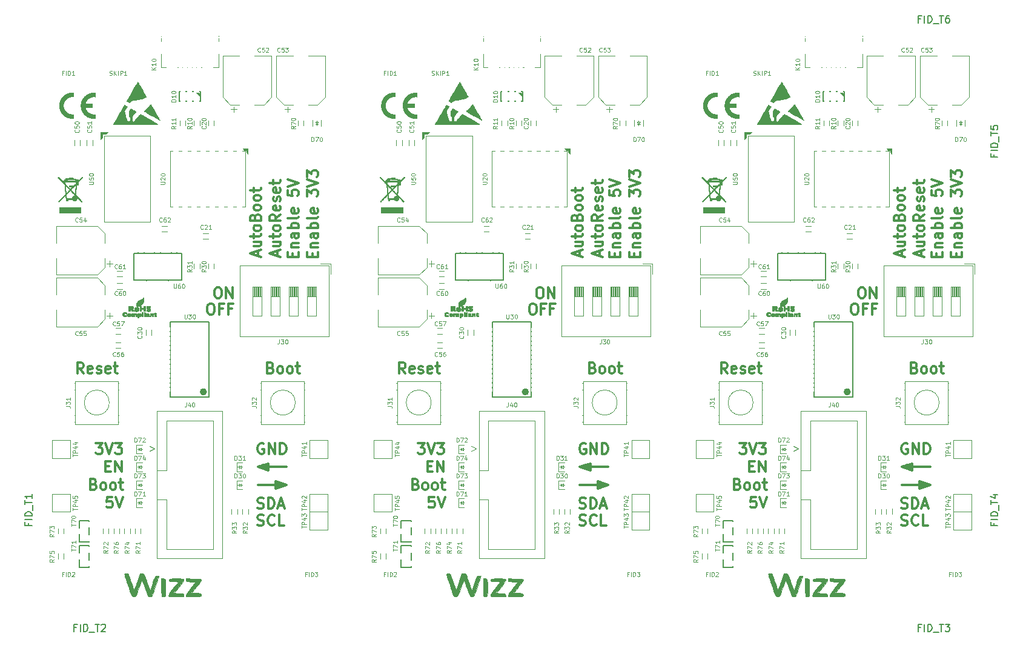
<source format=gto>
%TF.GenerationSoftware,KiCad,Pcbnew,(5.1.10)-1*%
%TF.CreationDate,2022-01-11T14:09:39+01:00*%
%TF.ProjectId,EspOptoProg Panel,4573704f-7074-46f5-9072-6f672050616e,rev?*%
%TF.SameCoordinates,PXffb3b4c0PY4c4b40*%
%TF.FileFunction,Legend,Top*%
%TF.FilePolarity,Positive*%
%FSLAX46Y46*%
G04 Gerber Fmt 4.6, Leading zero omitted, Abs format (unit mm)*
G04 Created by KiCad (PCBNEW (5.1.10)-1) date 2022-01-11 14:09:39*
%MOMM*%
%LPD*%
G01*
G04 APERTURE LIST*
%ADD10C,0.300000*%
%ADD11C,0.100000*%
%ADD12C,0.010000*%
%ADD13C,0.120000*%
%ADD14C,0.500000*%
%ADD15C,0.149860*%
%ADD16C,0.127000*%
%ADD17C,0.002540*%
%ADD18C,0.150000*%
%ADD19C,2.500000*%
%ADD20O,2.100000X1.300000*%
%ADD21C,2.000000*%
%ADD22O,1.700000X1.700000*%
%ADD23C,1.800000*%
%ADD24O,2.300000X1.800000*%
%ADD25O,9.100000X2.100000*%
%ADD26O,1.000000X1.650000*%
%ADD27O,1.400000X1.100000*%
G04 APERTURE END LIST*
D10*
X37500000Y22250000D02*
X37500000Y22750000D01*
X37000000Y22000000D02*
X37000000Y23000000D01*
X38500000Y22500000D02*
X34500000Y22500000D01*
X38000000Y22500000D02*
X38000000Y22500000D01*
X37750000Y22250000D02*
X37750000Y22750000D01*
X37000000Y23000000D02*
X38500000Y22500000D01*
X38500000Y22500000D02*
X37000000Y22000000D01*
X37250000Y22250000D02*
X37250000Y22750000D01*
X35000000Y25000000D02*
X35000000Y25000000D01*
X35250000Y25250000D02*
X35250000Y24750000D01*
X35500000Y25250000D02*
X35500000Y24750000D01*
X35750000Y25250000D02*
X35750000Y24750000D01*
X36000000Y24500000D02*
X34500000Y25000000D01*
X36000000Y25500000D02*
X36000000Y24500000D01*
X34500000Y25000000D02*
X36000000Y25500000D01*
X34500000Y25000000D02*
X38500000Y25000000D01*
X27805000Y47821428D02*
X28090714Y47821428D01*
X28233571Y47750000D01*
X28376428Y47607142D01*
X28447857Y47321428D01*
X28447857Y46821428D01*
X28376428Y46535714D01*
X28233571Y46392857D01*
X28090714Y46321428D01*
X27805000Y46321428D01*
X27662142Y46392857D01*
X27519285Y46535714D01*
X27447857Y46821428D01*
X27447857Y47321428D01*
X27519285Y47607142D01*
X27662142Y47750000D01*
X27805000Y47821428D01*
X29590714Y47107142D02*
X29090714Y47107142D01*
X29090714Y46321428D02*
X29090714Y47821428D01*
X29805000Y47821428D01*
X30876428Y47107142D02*
X30376428Y47107142D01*
X30376428Y46321428D02*
X30376428Y47821428D01*
X31090714Y47821428D01*
X42142857Y54302142D02*
X42142857Y54802142D01*
X42928571Y55016428D02*
X42928571Y54302142D01*
X41428571Y54302142D01*
X41428571Y55016428D01*
X41928571Y55659285D02*
X42928571Y55659285D01*
X42071428Y55659285D02*
X42000000Y55730714D01*
X41928571Y55873571D01*
X41928571Y56087857D01*
X42000000Y56230714D01*
X42142857Y56302142D01*
X42928571Y56302142D01*
X42928571Y57659285D02*
X42142857Y57659285D01*
X42000000Y57587857D01*
X41928571Y57445000D01*
X41928571Y57159285D01*
X42000000Y57016428D01*
X42857142Y57659285D02*
X42928571Y57516428D01*
X42928571Y57159285D01*
X42857142Y57016428D01*
X42714285Y56945000D01*
X42571428Y56945000D01*
X42428571Y57016428D01*
X42357142Y57159285D01*
X42357142Y57516428D01*
X42285714Y57659285D01*
X42928571Y58373571D02*
X41428571Y58373571D01*
X42000000Y58373571D02*
X41928571Y58516428D01*
X41928571Y58802142D01*
X42000000Y58945000D01*
X42071428Y59016428D01*
X42214285Y59087857D01*
X42642857Y59087857D01*
X42785714Y59016428D01*
X42857142Y58945000D01*
X42928571Y58802142D01*
X42928571Y58516428D01*
X42857142Y58373571D01*
X42928571Y59945000D02*
X42857142Y59802142D01*
X42714285Y59730714D01*
X41428571Y59730714D01*
X42857142Y61087857D02*
X42928571Y60945000D01*
X42928571Y60659285D01*
X42857142Y60516428D01*
X42714285Y60445000D01*
X42142857Y60445000D01*
X42000000Y60516428D01*
X41928571Y60659285D01*
X41928571Y60945000D01*
X42000000Y61087857D01*
X42142857Y61159285D01*
X42285714Y61159285D01*
X42428571Y60445000D01*
X41428571Y62802142D02*
X41428571Y63730714D01*
X42000000Y63230714D01*
X42000000Y63445000D01*
X42071428Y63587857D01*
X42142857Y63659285D01*
X42285714Y63730714D01*
X42642857Y63730714D01*
X42785714Y63659285D01*
X42857142Y63587857D01*
X42928571Y63445000D01*
X42928571Y63016428D01*
X42857142Y62873571D01*
X42785714Y62802142D01*
X41428571Y64159285D02*
X42928571Y64659285D01*
X41428571Y65159285D01*
X41428571Y65516428D02*
X41428571Y66445000D01*
X42000000Y65945000D01*
X42000000Y66159285D01*
X42071428Y66302142D01*
X42142857Y66373571D01*
X42285714Y66445000D01*
X42642857Y66445000D01*
X42785714Y66373571D01*
X42857142Y66302142D01*
X42928571Y66159285D01*
X42928571Y65730714D01*
X42857142Y65587857D01*
X42785714Y65516428D01*
X39392857Y54302142D02*
X39392857Y54802142D01*
X40178571Y55016428D02*
X40178571Y54302142D01*
X38678571Y54302142D01*
X38678571Y55016428D01*
X39178571Y55659285D02*
X40178571Y55659285D01*
X39321428Y55659285D02*
X39250000Y55730714D01*
X39178571Y55873571D01*
X39178571Y56087857D01*
X39250000Y56230714D01*
X39392857Y56302142D01*
X40178571Y56302142D01*
X40178571Y57659285D02*
X39392857Y57659285D01*
X39250000Y57587857D01*
X39178571Y57445000D01*
X39178571Y57159285D01*
X39250000Y57016428D01*
X40107142Y57659285D02*
X40178571Y57516428D01*
X40178571Y57159285D01*
X40107142Y57016428D01*
X39964285Y56945000D01*
X39821428Y56945000D01*
X39678571Y57016428D01*
X39607142Y57159285D01*
X39607142Y57516428D01*
X39535714Y57659285D01*
X40178571Y58373571D02*
X38678571Y58373571D01*
X39250000Y58373571D02*
X39178571Y58516428D01*
X39178571Y58802142D01*
X39250000Y58945000D01*
X39321428Y59016428D01*
X39464285Y59087857D01*
X39892857Y59087857D01*
X40035714Y59016428D01*
X40107142Y58945000D01*
X40178571Y58802142D01*
X40178571Y58516428D01*
X40107142Y58373571D01*
X40178571Y59945000D02*
X40107142Y59802142D01*
X39964285Y59730714D01*
X38678571Y59730714D01*
X40107142Y61087857D02*
X40178571Y60945000D01*
X40178571Y60659285D01*
X40107142Y60516428D01*
X39964285Y60445000D01*
X39392857Y60445000D01*
X39250000Y60516428D01*
X39178571Y60659285D01*
X39178571Y60945000D01*
X39250000Y61087857D01*
X39392857Y61159285D01*
X39535714Y61159285D01*
X39678571Y60445000D01*
X38678571Y63659285D02*
X38678571Y62945000D01*
X39392857Y62873571D01*
X39321428Y62945000D01*
X39250000Y63087857D01*
X39250000Y63445000D01*
X39321428Y63587857D01*
X39392857Y63659285D01*
X39535714Y63730714D01*
X39892857Y63730714D01*
X40035714Y63659285D01*
X40107142Y63587857D01*
X40178571Y63445000D01*
X40178571Y63087857D01*
X40107142Y62945000D01*
X40035714Y62873571D01*
X38678571Y64159285D02*
X40178571Y64659285D01*
X38678571Y65159285D01*
X37250000Y54480714D02*
X37250000Y55195000D01*
X37678571Y54337857D02*
X36178571Y54837857D01*
X37678571Y55337857D01*
X36678571Y56480714D02*
X37678571Y56480714D01*
X36678571Y55837857D02*
X37464285Y55837857D01*
X37607142Y55909285D01*
X37678571Y56052142D01*
X37678571Y56266428D01*
X37607142Y56409285D01*
X37535714Y56480714D01*
X36678571Y56980714D02*
X36678571Y57552142D01*
X36178571Y57195000D02*
X37464285Y57195000D01*
X37607142Y57266428D01*
X37678571Y57409285D01*
X37678571Y57552142D01*
X37678571Y58266428D02*
X37607142Y58123571D01*
X37535714Y58052142D01*
X37392857Y57980714D01*
X36964285Y57980714D01*
X36821428Y58052142D01*
X36750000Y58123571D01*
X36678571Y58266428D01*
X36678571Y58480714D01*
X36750000Y58623571D01*
X36821428Y58695000D01*
X36964285Y58766428D01*
X37392857Y58766428D01*
X37535714Y58695000D01*
X37607142Y58623571D01*
X37678571Y58480714D01*
X37678571Y58266428D01*
X37678571Y60266428D02*
X36964285Y59766428D01*
X37678571Y59409285D02*
X36178571Y59409285D01*
X36178571Y59980714D01*
X36250000Y60123571D01*
X36321428Y60195000D01*
X36464285Y60266428D01*
X36678571Y60266428D01*
X36821428Y60195000D01*
X36892857Y60123571D01*
X36964285Y59980714D01*
X36964285Y59409285D01*
X37607142Y61480714D02*
X37678571Y61337857D01*
X37678571Y61052142D01*
X37607142Y60909285D01*
X37464285Y60837857D01*
X36892857Y60837857D01*
X36750000Y60909285D01*
X36678571Y61052142D01*
X36678571Y61337857D01*
X36750000Y61480714D01*
X36892857Y61552142D01*
X37035714Y61552142D01*
X37178571Y60837857D01*
X37607142Y62123571D02*
X37678571Y62266428D01*
X37678571Y62552142D01*
X37607142Y62695000D01*
X37464285Y62766428D01*
X37392857Y62766428D01*
X37250000Y62695000D01*
X37178571Y62552142D01*
X37178571Y62337857D01*
X37107142Y62195000D01*
X36964285Y62123571D01*
X36892857Y62123571D01*
X36750000Y62195000D01*
X36678571Y62337857D01*
X36678571Y62552142D01*
X36750000Y62695000D01*
X37607142Y63980714D02*
X37678571Y63837857D01*
X37678571Y63552142D01*
X37607142Y63409285D01*
X37464285Y63337857D01*
X36892857Y63337857D01*
X36750000Y63409285D01*
X36678571Y63552142D01*
X36678571Y63837857D01*
X36750000Y63980714D01*
X36892857Y64052142D01*
X37035714Y64052142D01*
X37178571Y63337857D01*
X36678571Y64480714D02*
X36678571Y65052142D01*
X36178571Y64695000D02*
X37464285Y64695000D01*
X37607142Y64766428D01*
X37678571Y64909285D01*
X37678571Y65052142D01*
X34500000Y54480714D02*
X34500000Y55195000D01*
X34928571Y54337857D02*
X33428571Y54837857D01*
X34928571Y55337857D01*
X33928571Y56480714D02*
X34928571Y56480714D01*
X33928571Y55837857D02*
X34714285Y55837857D01*
X34857142Y55909285D01*
X34928571Y56052142D01*
X34928571Y56266428D01*
X34857142Y56409285D01*
X34785714Y56480714D01*
X33928571Y56980714D02*
X33928571Y57552142D01*
X33428571Y57195000D02*
X34714285Y57195000D01*
X34857142Y57266428D01*
X34928571Y57409285D01*
X34928571Y57552142D01*
X34928571Y58266428D02*
X34857142Y58123571D01*
X34785714Y58052142D01*
X34642857Y57980714D01*
X34214285Y57980714D01*
X34071428Y58052142D01*
X34000000Y58123571D01*
X33928571Y58266428D01*
X33928571Y58480714D01*
X34000000Y58623571D01*
X34071428Y58695000D01*
X34214285Y58766428D01*
X34642857Y58766428D01*
X34785714Y58695000D01*
X34857142Y58623571D01*
X34928571Y58480714D01*
X34928571Y58266428D01*
X34142857Y59909285D02*
X34214285Y60123571D01*
X34285714Y60195000D01*
X34428571Y60266428D01*
X34642857Y60266428D01*
X34785714Y60195000D01*
X34857142Y60123571D01*
X34928571Y59980714D01*
X34928571Y59409285D01*
X33428571Y59409285D01*
X33428571Y59909285D01*
X33500000Y60052142D01*
X33571428Y60123571D01*
X33714285Y60195000D01*
X33857142Y60195000D01*
X34000000Y60123571D01*
X34071428Y60052142D01*
X34142857Y59909285D01*
X34142857Y59409285D01*
X34928571Y61123571D02*
X34857142Y60980714D01*
X34785714Y60909285D01*
X34642857Y60837857D01*
X34214285Y60837857D01*
X34071428Y60909285D01*
X34000000Y60980714D01*
X33928571Y61123571D01*
X33928571Y61337857D01*
X34000000Y61480714D01*
X34071428Y61552142D01*
X34214285Y61623571D01*
X34642857Y61623571D01*
X34785714Y61552142D01*
X34857142Y61480714D01*
X34928571Y61337857D01*
X34928571Y61123571D01*
X34928571Y62480714D02*
X34857142Y62337857D01*
X34785714Y62266428D01*
X34642857Y62195000D01*
X34214285Y62195000D01*
X34071428Y62266428D01*
X34000000Y62337857D01*
X33928571Y62480714D01*
X33928571Y62695000D01*
X34000000Y62837857D01*
X34071428Y62909285D01*
X34214285Y62980714D01*
X34642857Y62980714D01*
X34785714Y62909285D01*
X34857142Y62837857D01*
X34928571Y62695000D01*
X34928571Y62480714D01*
X33928571Y63409285D02*
X33928571Y63980714D01*
X33428571Y63623571D02*
X34714285Y63623571D01*
X34857142Y63695000D01*
X34928571Y63837857D01*
X34928571Y63980714D01*
X28805000Y50071428D02*
X29090714Y50071428D01*
X29233571Y50000000D01*
X29376428Y49857142D01*
X29447857Y49571428D01*
X29447857Y49071428D01*
X29376428Y48785714D01*
X29233571Y48642857D01*
X29090714Y48571428D01*
X28805000Y48571428D01*
X28662142Y48642857D01*
X28519285Y48785714D01*
X28447857Y49071428D01*
X28447857Y49571428D01*
X28519285Y49857142D01*
X28662142Y50000000D01*
X28805000Y50071428D01*
X30090714Y48571428D02*
X30090714Y50071428D01*
X30947857Y48571428D01*
X30947857Y50071428D01*
X13233571Y25107142D02*
X13733571Y25107142D01*
X13947857Y24321428D02*
X13233571Y24321428D01*
X13233571Y25821428D01*
X13947857Y25821428D01*
X14590714Y24321428D02*
X14590714Y25821428D01*
X15447857Y24321428D01*
X15447857Y25821428D01*
X14162142Y20821428D02*
X13447857Y20821428D01*
X13376428Y20107142D01*
X13447857Y20178571D01*
X13590714Y20250000D01*
X13947857Y20250000D01*
X14090714Y20178571D01*
X14162142Y20107142D01*
X14233571Y19964285D01*
X14233571Y19607142D01*
X14162142Y19464285D01*
X14090714Y19392857D01*
X13947857Y19321428D01*
X13590714Y19321428D01*
X13447857Y19392857D01*
X13376428Y19464285D01*
X14662142Y20821428D02*
X15162142Y19321428D01*
X15662142Y20821428D01*
X11590714Y22607142D02*
X11805000Y22535714D01*
X11876428Y22464285D01*
X11947857Y22321428D01*
X11947857Y22107142D01*
X11876428Y21964285D01*
X11805000Y21892857D01*
X11662142Y21821428D01*
X11090714Y21821428D01*
X11090714Y23321428D01*
X11590714Y23321428D01*
X11733571Y23250000D01*
X11805000Y23178571D01*
X11876428Y23035714D01*
X11876428Y22892857D01*
X11805000Y22750000D01*
X11733571Y22678571D01*
X11590714Y22607142D01*
X11090714Y22607142D01*
X12805000Y21821428D02*
X12662142Y21892857D01*
X12590714Y21964285D01*
X12519285Y22107142D01*
X12519285Y22535714D01*
X12590714Y22678571D01*
X12662142Y22750000D01*
X12805000Y22821428D01*
X13019285Y22821428D01*
X13162142Y22750000D01*
X13233571Y22678571D01*
X13305000Y22535714D01*
X13305000Y22107142D01*
X13233571Y21964285D01*
X13162142Y21892857D01*
X13019285Y21821428D01*
X12805000Y21821428D01*
X14162142Y21821428D02*
X14019285Y21892857D01*
X13947857Y21964285D01*
X13876428Y22107142D01*
X13876428Y22535714D01*
X13947857Y22678571D01*
X14019285Y22750000D01*
X14162142Y22821428D01*
X14376428Y22821428D01*
X14519285Y22750000D01*
X14590714Y22678571D01*
X14662142Y22535714D01*
X14662142Y22107142D01*
X14590714Y21964285D01*
X14519285Y21892857D01*
X14376428Y21821428D01*
X14162142Y21821428D01*
X15090714Y22821428D02*
X15662142Y22821428D01*
X15305000Y23321428D02*
X15305000Y22035714D01*
X15376428Y21892857D01*
X15519285Y21821428D01*
X15662142Y21821428D01*
X11876428Y28321428D02*
X12805000Y28321428D01*
X12305000Y27750000D01*
X12519285Y27750000D01*
X12662142Y27678571D01*
X12733571Y27607142D01*
X12805000Y27464285D01*
X12805000Y27107142D01*
X12733571Y26964285D01*
X12662142Y26892857D01*
X12519285Y26821428D01*
X12090714Y26821428D01*
X11947857Y26892857D01*
X11876428Y26964285D01*
X13233571Y28321428D02*
X13733571Y26821428D01*
X14233571Y28321428D01*
X14590714Y28321428D02*
X15519285Y28321428D01*
X15019285Y27750000D01*
X15233571Y27750000D01*
X15376428Y27678571D01*
X15447857Y27607142D01*
X15519285Y27464285D01*
X15519285Y27107142D01*
X15447857Y26964285D01*
X15376428Y26892857D01*
X15233571Y26821428D01*
X14805000Y26821428D01*
X14662142Y26892857D01*
X14590714Y26964285D01*
X34480714Y19272857D02*
X34695000Y19201428D01*
X35052142Y19201428D01*
X35195000Y19272857D01*
X35266428Y19344285D01*
X35337857Y19487142D01*
X35337857Y19630000D01*
X35266428Y19772857D01*
X35195000Y19844285D01*
X35052142Y19915714D01*
X34766428Y19987142D01*
X34623571Y20058571D01*
X34552142Y20130000D01*
X34480714Y20272857D01*
X34480714Y20415714D01*
X34552142Y20558571D01*
X34623571Y20630000D01*
X34766428Y20701428D01*
X35123571Y20701428D01*
X35337857Y20630000D01*
X35980714Y19201428D02*
X35980714Y20701428D01*
X36337857Y20701428D01*
X36552142Y20630000D01*
X36695000Y20487142D01*
X36766428Y20344285D01*
X36837857Y20058571D01*
X36837857Y19844285D01*
X36766428Y19558571D01*
X36695000Y19415714D01*
X36552142Y19272857D01*
X36337857Y19201428D01*
X35980714Y19201428D01*
X37409285Y19630000D02*
X38123571Y19630000D01*
X37266428Y19201428D02*
X37766428Y20701428D01*
X38266428Y19201428D01*
X35337857Y28250000D02*
X35195000Y28321428D01*
X34980714Y28321428D01*
X34766428Y28250000D01*
X34623571Y28107142D01*
X34552142Y27964285D01*
X34480714Y27678571D01*
X34480714Y27464285D01*
X34552142Y27178571D01*
X34623571Y27035714D01*
X34766428Y26892857D01*
X34980714Y26821428D01*
X35123571Y26821428D01*
X35337857Y26892857D01*
X35409285Y26964285D01*
X35409285Y27464285D01*
X35123571Y27464285D01*
X36052142Y26821428D02*
X36052142Y28321428D01*
X36909285Y26821428D01*
X36909285Y28321428D01*
X37623571Y26821428D02*
X37623571Y28321428D01*
X37980714Y28321428D01*
X38195000Y28250000D01*
X38337857Y28107142D01*
X38409285Y27964285D01*
X38480714Y27678571D01*
X38480714Y27464285D01*
X38409285Y27178571D01*
X38337857Y27035714D01*
X38195000Y26892857D01*
X37980714Y26821428D01*
X37623571Y26821428D01*
X34480714Y16892857D02*
X34695000Y16821428D01*
X35052142Y16821428D01*
X35195000Y16892857D01*
X35266428Y16964285D01*
X35337857Y17107142D01*
X35337857Y17250000D01*
X35266428Y17392857D01*
X35195000Y17464285D01*
X35052142Y17535714D01*
X34766428Y17607142D01*
X34623571Y17678571D01*
X34552142Y17750000D01*
X34480714Y17892857D01*
X34480714Y18035714D01*
X34552142Y18178571D01*
X34623571Y18250000D01*
X34766428Y18321428D01*
X35123571Y18321428D01*
X35337857Y18250000D01*
X36837857Y16964285D02*
X36766428Y16892857D01*
X36552142Y16821428D01*
X36409285Y16821428D01*
X36195000Y16892857D01*
X36052142Y17035714D01*
X35980714Y17178571D01*
X35909285Y17464285D01*
X35909285Y17678571D01*
X35980714Y17964285D01*
X36052142Y18107142D01*
X36195000Y18250000D01*
X36409285Y18321428D01*
X36552142Y18321428D01*
X36766428Y18250000D01*
X36837857Y18178571D01*
X38195000Y16821428D02*
X37480714Y16821428D01*
X37480714Y18321428D01*
X82500000Y22250000D02*
X82500000Y22750000D01*
X82000000Y22000000D02*
X82000000Y23000000D01*
X83500000Y22500000D02*
X79500000Y22500000D01*
X83000000Y22500000D02*
X83000000Y22500000D01*
X82750000Y22250000D02*
X82750000Y22750000D01*
X82000000Y23000000D02*
X83500000Y22500000D01*
X83500000Y22500000D02*
X82000000Y22000000D01*
X82250000Y22250000D02*
X82250000Y22750000D01*
X80000000Y25000000D02*
X80000000Y25000000D01*
X80250000Y25250000D02*
X80250000Y24750000D01*
X80500000Y25250000D02*
X80500000Y24750000D01*
X80750000Y25250000D02*
X80750000Y24750000D01*
X81000000Y24500000D02*
X79500000Y25000000D01*
X81000000Y25500000D02*
X81000000Y24500000D01*
X79500000Y25000000D02*
X81000000Y25500000D01*
X79500000Y25000000D02*
X83500000Y25000000D01*
X72805000Y47821428D02*
X73090714Y47821428D01*
X73233571Y47750000D01*
X73376428Y47607142D01*
X73447857Y47321428D01*
X73447857Y46821428D01*
X73376428Y46535714D01*
X73233571Y46392857D01*
X73090714Y46321428D01*
X72805000Y46321428D01*
X72662142Y46392857D01*
X72519285Y46535714D01*
X72447857Y46821428D01*
X72447857Y47321428D01*
X72519285Y47607142D01*
X72662142Y47750000D01*
X72805000Y47821428D01*
X74590714Y47107142D02*
X74090714Y47107142D01*
X74090714Y46321428D02*
X74090714Y47821428D01*
X74805000Y47821428D01*
X75876428Y47107142D02*
X75376428Y47107142D01*
X75376428Y46321428D02*
X75376428Y47821428D01*
X76090714Y47821428D01*
X87142857Y54302142D02*
X87142857Y54802142D01*
X87928571Y55016428D02*
X87928571Y54302142D01*
X86428571Y54302142D01*
X86428571Y55016428D01*
X86928571Y55659285D02*
X87928571Y55659285D01*
X87071428Y55659285D02*
X87000000Y55730714D01*
X86928571Y55873571D01*
X86928571Y56087857D01*
X87000000Y56230714D01*
X87142857Y56302142D01*
X87928571Y56302142D01*
X87928571Y57659285D02*
X87142857Y57659285D01*
X87000000Y57587857D01*
X86928571Y57445000D01*
X86928571Y57159285D01*
X87000000Y57016428D01*
X87857142Y57659285D02*
X87928571Y57516428D01*
X87928571Y57159285D01*
X87857142Y57016428D01*
X87714285Y56945000D01*
X87571428Y56945000D01*
X87428571Y57016428D01*
X87357142Y57159285D01*
X87357142Y57516428D01*
X87285714Y57659285D01*
X87928571Y58373571D02*
X86428571Y58373571D01*
X87000000Y58373571D02*
X86928571Y58516428D01*
X86928571Y58802142D01*
X87000000Y58945000D01*
X87071428Y59016428D01*
X87214285Y59087857D01*
X87642857Y59087857D01*
X87785714Y59016428D01*
X87857142Y58945000D01*
X87928571Y58802142D01*
X87928571Y58516428D01*
X87857142Y58373571D01*
X87928571Y59945000D02*
X87857142Y59802142D01*
X87714285Y59730714D01*
X86428571Y59730714D01*
X87857142Y61087857D02*
X87928571Y60945000D01*
X87928571Y60659285D01*
X87857142Y60516428D01*
X87714285Y60445000D01*
X87142857Y60445000D01*
X87000000Y60516428D01*
X86928571Y60659285D01*
X86928571Y60945000D01*
X87000000Y61087857D01*
X87142857Y61159285D01*
X87285714Y61159285D01*
X87428571Y60445000D01*
X86428571Y62802142D02*
X86428571Y63730714D01*
X87000000Y63230714D01*
X87000000Y63445000D01*
X87071428Y63587857D01*
X87142857Y63659285D01*
X87285714Y63730714D01*
X87642857Y63730714D01*
X87785714Y63659285D01*
X87857142Y63587857D01*
X87928571Y63445000D01*
X87928571Y63016428D01*
X87857142Y62873571D01*
X87785714Y62802142D01*
X86428571Y64159285D02*
X87928571Y64659285D01*
X86428571Y65159285D01*
X86428571Y65516428D02*
X86428571Y66445000D01*
X87000000Y65945000D01*
X87000000Y66159285D01*
X87071428Y66302142D01*
X87142857Y66373571D01*
X87285714Y66445000D01*
X87642857Y66445000D01*
X87785714Y66373571D01*
X87857142Y66302142D01*
X87928571Y66159285D01*
X87928571Y65730714D01*
X87857142Y65587857D01*
X87785714Y65516428D01*
X84392857Y54302142D02*
X84392857Y54802142D01*
X85178571Y55016428D02*
X85178571Y54302142D01*
X83678571Y54302142D01*
X83678571Y55016428D01*
X84178571Y55659285D02*
X85178571Y55659285D01*
X84321428Y55659285D02*
X84250000Y55730714D01*
X84178571Y55873571D01*
X84178571Y56087857D01*
X84250000Y56230714D01*
X84392857Y56302142D01*
X85178571Y56302142D01*
X85178571Y57659285D02*
X84392857Y57659285D01*
X84250000Y57587857D01*
X84178571Y57445000D01*
X84178571Y57159285D01*
X84250000Y57016428D01*
X85107142Y57659285D02*
X85178571Y57516428D01*
X85178571Y57159285D01*
X85107142Y57016428D01*
X84964285Y56945000D01*
X84821428Y56945000D01*
X84678571Y57016428D01*
X84607142Y57159285D01*
X84607142Y57516428D01*
X84535714Y57659285D01*
X85178571Y58373571D02*
X83678571Y58373571D01*
X84250000Y58373571D02*
X84178571Y58516428D01*
X84178571Y58802142D01*
X84250000Y58945000D01*
X84321428Y59016428D01*
X84464285Y59087857D01*
X84892857Y59087857D01*
X85035714Y59016428D01*
X85107142Y58945000D01*
X85178571Y58802142D01*
X85178571Y58516428D01*
X85107142Y58373571D01*
X85178571Y59945000D02*
X85107142Y59802142D01*
X84964285Y59730714D01*
X83678571Y59730714D01*
X85107142Y61087857D02*
X85178571Y60945000D01*
X85178571Y60659285D01*
X85107142Y60516428D01*
X84964285Y60445000D01*
X84392857Y60445000D01*
X84250000Y60516428D01*
X84178571Y60659285D01*
X84178571Y60945000D01*
X84250000Y61087857D01*
X84392857Y61159285D01*
X84535714Y61159285D01*
X84678571Y60445000D01*
X83678571Y63659285D02*
X83678571Y62945000D01*
X84392857Y62873571D01*
X84321428Y62945000D01*
X84250000Y63087857D01*
X84250000Y63445000D01*
X84321428Y63587857D01*
X84392857Y63659285D01*
X84535714Y63730714D01*
X84892857Y63730714D01*
X85035714Y63659285D01*
X85107142Y63587857D01*
X85178571Y63445000D01*
X85178571Y63087857D01*
X85107142Y62945000D01*
X85035714Y62873571D01*
X83678571Y64159285D02*
X85178571Y64659285D01*
X83678571Y65159285D01*
X82250000Y54480714D02*
X82250000Y55195000D01*
X82678571Y54337857D02*
X81178571Y54837857D01*
X82678571Y55337857D01*
X81678571Y56480714D02*
X82678571Y56480714D01*
X81678571Y55837857D02*
X82464285Y55837857D01*
X82607142Y55909285D01*
X82678571Y56052142D01*
X82678571Y56266428D01*
X82607142Y56409285D01*
X82535714Y56480714D01*
X81678571Y56980714D02*
X81678571Y57552142D01*
X81178571Y57195000D02*
X82464285Y57195000D01*
X82607142Y57266428D01*
X82678571Y57409285D01*
X82678571Y57552142D01*
X82678571Y58266428D02*
X82607142Y58123571D01*
X82535714Y58052142D01*
X82392857Y57980714D01*
X81964285Y57980714D01*
X81821428Y58052142D01*
X81750000Y58123571D01*
X81678571Y58266428D01*
X81678571Y58480714D01*
X81750000Y58623571D01*
X81821428Y58695000D01*
X81964285Y58766428D01*
X82392857Y58766428D01*
X82535714Y58695000D01*
X82607142Y58623571D01*
X82678571Y58480714D01*
X82678571Y58266428D01*
X82678571Y60266428D02*
X81964285Y59766428D01*
X82678571Y59409285D02*
X81178571Y59409285D01*
X81178571Y59980714D01*
X81250000Y60123571D01*
X81321428Y60195000D01*
X81464285Y60266428D01*
X81678571Y60266428D01*
X81821428Y60195000D01*
X81892857Y60123571D01*
X81964285Y59980714D01*
X81964285Y59409285D01*
X82607142Y61480714D02*
X82678571Y61337857D01*
X82678571Y61052142D01*
X82607142Y60909285D01*
X82464285Y60837857D01*
X81892857Y60837857D01*
X81750000Y60909285D01*
X81678571Y61052142D01*
X81678571Y61337857D01*
X81750000Y61480714D01*
X81892857Y61552142D01*
X82035714Y61552142D01*
X82178571Y60837857D01*
X82607142Y62123571D02*
X82678571Y62266428D01*
X82678571Y62552142D01*
X82607142Y62695000D01*
X82464285Y62766428D01*
X82392857Y62766428D01*
X82250000Y62695000D01*
X82178571Y62552142D01*
X82178571Y62337857D01*
X82107142Y62195000D01*
X81964285Y62123571D01*
X81892857Y62123571D01*
X81750000Y62195000D01*
X81678571Y62337857D01*
X81678571Y62552142D01*
X81750000Y62695000D01*
X82607142Y63980714D02*
X82678571Y63837857D01*
X82678571Y63552142D01*
X82607142Y63409285D01*
X82464285Y63337857D01*
X81892857Y63337857D01*
X81750000Y63409285D01*
X81678571Y63552142D01*
X81678571Y63837857D01*
X81750000Y63980714D01*
X81892857Y64052142D01*
X82035714Y64052142D01*
X82178571Y63337857D01*
X81678571Y64480714D02*
X81678571Y65052142D01*
X81178571Y64695000D02*
X82464285Y64695000D01*
X82607142Y64766428D01*
X82678571Y64909285D01*
X82678571Y65052142D01*
X79500000Y54480714D02*
X79500000Y55195000D01*
X79928571Y54337857D02*
X78428571Y54837857D01*
X79928571Y55337857D01*
X78928571Y56480714D02*
X79928571Y56480714D01*
X78928571Y55837857D02*
X79714285Y55837857D01*
X79857142Y55909285D01*
X79928571Y56052142D01*
X79928571Y56266428D01*
X79857142Y56409285D01*
X79785714Y56480714D01*
X78928571Y56980714D02*
X78928571Y57552142D01*
X78428571Y57195000D02*
X79714285Y57195000D01*
X79857142Y57266428D01*
X79928571Y57409285D01*
X79928571Y57552142D01*
X79928571Y58266428D02*
X79857142Y58123571D01*
X79785714Y58052142D01*
X79642857Y57980714D01*
X79214285Y57980714D01*
X79071428Y58052142D01*
X79000000Y58123571D01*
X78928571Y58266428D01*
X78928571Y58480714D01*
X79000000Y58623571D01*
X79071428Y58695000D01*
X79214285Y58766428D01*
X79642857Y58766428D01*
X79785714Y58695000D01*
X79857142Y58623571D01*
X79928571Y58480714D01*
X79928571Y58266428D01*
X79142857Y59909285D02*
X79214285Y60123571D01*
X79285714Y60195000D01*
X79428571Y60266428D01*
X79642857Y60266428D01*
X79785714Y60195000D01*
X79857142Y60123571D01*
X79928571Y59980714D01*
X79928571Y59409285D01*
X78428571Y59409285D01*
X78428571Y59909285D01*
X78500000Y60052142D01*
X78571428Y60123571D01*
X78714285Y60195000D01*
X78857142Y60195000D01*
X79000000Y60123571D01*
X79071428Y60052142D01*
X79142857Y59909285D01*
X79142857Y59409285D01*
X79928571Y61123571D02*
X79857142Y60980714D01*
X79785714Y60909285D01*
X79642857Y60837857D01*
X79214285Y60837857D01*
X79071428Y60909285D01*
X79000000Y60980714D01*
X78928571Y61123571D01*
X78928571Y61337857D01*
X79000000Y61480714D01*
X79071428Y61552142D01*
X79214285Y61623571D01*
X79642857Y61623571D01*
X79785714Y61552142D01*
X79857142Y61480714D01*
X79928571Y61337857D01*
X79928571Y61123571D01*
X79928571Y62480714D02*
X79857142Y62337857D01*
X79785714Y62266428D01*
X79642857Y62195000D01*
X79214285Y62195000D01*
X79071428Y62266428D01*
X79000000Y62337857D01*
X78928571Y62480714D01*
X78928571Y62695000D01*
X79000000Y62837857D01*
X79071428Y62909285D01*
X79214285Y62980714D01*
X79642857Y62980714D01*
X79785714Y62909285D01*
X79857142Y62837857D01*
X79928571Y62695000D01*
X79928571Y62480714D01*
X78928571Y63409285D02*
X78928571Y63980714D01*
X78428571Y63623571D02*
X79714285Y63623571D01*
X79857142Y63695000D01*
X79928571Y63837857D01*
X79928571Y63980714D01*
X73805000Y50071428D02*
X74090714Y50071428D01*
X74233571Y50000000D01*
X74376428Y49857142D01*
X74447857Y49571428D01*
X74447857Y49071428D01*
X74376428Y48785714D01*
X74233571Y48642857D01*
X74090714Y48571428D01*
X73805000Y48571428D01*
X73662142Y48642857D01*
X73519285Y48785714D01*
X73447857Y49071428D01*
X73447857Y49571428D01*
X73519285Y49857142D01*
X73662142Y50000000D01*
X73805000Y50071428D01*
X75090714Y48571428D02*
X75090714Y50071428D01*
X75947857Y48571428D01*
X75947857Y50071428D01*
X58233571Y25107142D02*
X58733571Y25107142D01*
X58947857Y24321428D02*
X58233571Y24321428D01*
X58233571Y25821428D01*
X58947857Y25821428D01*
X59590714Y24321428D02*
X59590714Y25821428D01*
X60447857Y24321428D01*
X60447857Y25821428D01*
X59162142Y20821428D02*
X58447857Y20821428D01*
X58376428Y20107142D01*
X58447857Y20178571D01*
X58590714Y20250000D01*
X58947857Y20250000D01*
X59090714Y20178571D01*
X59162142Y20107142D01*
X59233571Y19964285D01*
X59233571Y19607142D01*
X59162142Y19464285D01*
X59090714Y19392857D01*
X58947857Y19321428D01*
X58590714Y19321428D01*
X58447857Y19392857D01*
X58376428Y19464285D01*
X59662142Y20821428D02*
X60162142Y19321428D01*
X60662142Y20821428D01*
X56590714Y22607142D02*
X56805000Y22535714D01*
X56876428Y22464285D01*
X56947857Y22321428D01*
X56947857Y22107142D01*
X56876428Y21964285D01*
X56805000Y21892857D01*
X56662142Y21821428D01*
X56090714Y21821428D01*
X56090714Y23321428D01*
X56590714Y23321428D01*
X56733571Y23250000D01*
X56805000Y23178571D01*
X56876428Y23035714D01*
X56876428Y22892857D01*
X56805000Y22750000D01*
X56733571Y22678571D01*
X56590714Y22607142D01*
X56090714Y22607142D01*
X57805000Y21821428D02*
X57662142Y21892857D01*
X57590714Y21964285D01*
X57519285Y22107142D01*
X57519285Y22535714D01*
X57590714Y22678571D01*
X57662142Y22750000D01*
X57805000Y22821428D01*
X58019285Y22821428D01*
X58162142Y22750000D01*
X58233571Y22678571D01*
X58305000Y22535714D01*
X58305000Y22107142D01*
X58233571Y21964285D01*
X58162142Y21892857D01*
X58019285Y21821428D01*
X57805000Y21821428D01*
X59162142Y21821428D02*
X59019285Y21892857D01*
X58947857Y21964285D01*
X58876428Y22107142D01*
X58876428Y22535714D01*
X58947857Y22678571D01*
X59019285Y22750000D01*
X59162142Y22821428D01*
X59376428Y22821428D01*
X59519285Y22750000D01*
X59590714Y22678571D01*
X59662142Y22535714D01*
X59662142Y22107142D01*
X59590714Y21964285D01*
X59519285Y21892857D01*
X59376428Y21821428D01*
X59162142Y21821428D01*
X60090714Y22821428D02*
X60662142Y22821428D01*
X60305000Y23321428D02*
X60305000Y22035714D01*
X60376428Y21892857D01*
X60519285Y21821428D01*
X60662142Y21821428D01*
X56876428Y28321428D02*
X57805000Y28321428D01*
X57305000Y27750000D01*
X57519285Y27750000D01*
X57662142Y27678571D01*
X57733571Y27607142D01*
X57805000Y27464285D01*
X57805000Y27107142D01*
X57733571Y26964285D01*
X57662142Y26892857D01*
X57519285Y26821428D01*
X57090714Y26821428D01*
X56947857Y26892857D01*
X56876428Y26964285D01*
X58233571Y28321428D02*
X58733571Y26821428D01*
X59233571Y28321428D01*
X59590714Y28321428D02*
X60519285Y28321428D01*
X60019285Y27750000D01*
X60233571Y27750000D01*
X60376428Y27678571D01*
X60447857Y27607142D01*
X60519285Y27464285D01*
X60519285Y27107142D01*
X60447857Y26964285D01*
X60376428Y26892857D01*
X60233571Y26821428D01*
X59805000Y26821428D01*
X59662142Y26892857D01*
X59590714Y26964285D01*
X79480714Y19272857D02*
X79695000Y19201428D01*
X80052142Y19201428D01*
X80195000Y19272857D01*
X80266428Y19344285D01*
X80337857Y19487142D01*
X80337857Y19630000D01*
X80266428Y19772857D01*
X80195000Y19844285D01*
X80052142Y19915714D01*
X79766428Y19987142D01*
X79623571Y20058571D01*
X79552142Y20130000D01*
X79480714Y20272857D01*
X79480714Y20415714D01*
X79552142Y20558571D01*
X79623571Y20630000D01*
X79766428Y20701428D01*
X80123571Y20701428D01*
X80337857Y20630000D01*
X80980714Y19201428D02*
X80980714Y20701428D01*
X81337857Y20701428D01*
X81552142Y20630000D01*
X81695000Y20487142D01*
X81766428Y20344285D01*
X81837857Y20058571D01*
X81837857Y19844285D01*
X81766428Y19558571D01*
X81695000Y19415714D01*
X81552142Y19272857D01*
X81337857Y19201428D01*
X80980714Y19201428D01*
X82409285Y19630000D02*
X83123571Y19630000D01*
X82266428Y19201428D02*
X82766428Y20701428D01*
X83266428Y19201428D01*
X80337857Y28250000D02*
X80195000Y28321428D01*
X79980714Y28321428D01*
X79766428Y28250000D01*
X79623571Y28107142D01*
X79552142Y27964285D01*
X79480714Y27678571D01*
X79480714Y27464285D01*
X79552142Y27178571D01*
X79623571Y27035714D01*
X79766428Y26892857D01*
X79980714Y26821428D01*
X80123571Y26821428D01*
X80337857Y26892857D01*
X80409285Y26964285D01*
X80409285Y27464285D01*
X80123571Y27464285D01*
X81052142Y26821428D02*
X81052142Y28321428D01*
X81909285Y26821428D01*
X81909285Y28321428D01*
X82623571Y26821428D02*
X82623571Y28321428D01*
X82980714Y28321428D01*
X83195000Y28250000D01*
X83337857Y28107142D01*
X83409285Y27964285D01*
X83480714Y27678571D01*
X83480714Y27464285D01*
X83409285Y27178571D01*
X83337857Y27035714D01*
X83195000Y26892857D01*
X82980714Y26821428D01*
X82623571Y26821428D01*
X79480714Y16892857D02*
X79695000Y16821428D01*
X80052142Y16821428D01*
X80195000Y16892857D01*
X80266428Y16964285D01*
X80337857Y17107142D01*
X80337857Y17250000D01*
X80266428Y17392857D01*
X80195000Y17464285D01*
X80052142Y17535714D01*
X79766428Y17607142D01*
X79623571Y17678571D01*
X79552142Y17750000D01*
X79480714Y17892857D01*
X79480714Y18035714D01*
X79552142Y18178571D01*
X79623571Y18250000D01*
X79766428Y18321428D01*
X80123571Y18321428D01*
X80337857Y18250000D01*
X81837857Y16964285D02*
X81766428Y16892857D01*
X81552142Y16821428D01*
X81409285Y16821428D01*
X81195000Y16892857D01*
X81052142Y17035714D01*
X80980714Y17178571D01*
X80909285Y17464285D01*
X80909285Y17678571D01*
X80980714Y17964285D01*
X81052142Y18107142D01*
X81195000Y18250000D01*
X81409285Y18321428D01*
X81552142Y18321428D01*
X81766428Y18250000D01*
X81837857Y18178571D01*
X83195000Y16821428D02*
X82480714Y16821428D01*
X82480714Y18321428D01*
X127500000Y22250000D02*
X127500000Y22750000D01*
X127000000Y22000000D02*
X127000000Y23000000D01*
X128500000Y22500000D02*
X124500000Y22500000D01*
X128000000Y22500000D02*
X128000000Y22500000D01*
X127750000Y22250000D02*
X127750000Y22750000D01*
X127000000Y23000000D02*
X128500000Y22500000D01*
X128500000Y22500000D02*
X127000000Y22000000D01*
X127250000Y22250000D02*
X127250000Y22750000D01*
X125000000Y25000000D02*
X125000000Y25000000D01*
X125250000Y25250000D02*
X125250000Y24750000D01*
X125500000Y25250000D02*
X125500000Y24750000D01*
X125750000Y25250000D02*
X125750000Y24750000D01*
X126000000Y24500000D02*
X124500000Y25000000D01*
X126000000Y25500000D02*
X126000000Y24500000D01*
X124500000Y25000000D02*
X126000000Y25500000D01*
X124500000Y25000000D02*
X128500000Y25000000D01*
X117805000Y47821428D02*
X118090714Y47821428D01*
X118233571Y47750000D01*
X118376428Y47607142D01*
X118447857Y47321428D01*
X118447857Y46821428D01*
X118376428Y46535714D01*
X118233571Y46392857D01*
X118090714Y46321428D01*
X117805000Y46321428D01*
X117662142Y46392857D01*
X117519285Y46535714D01*
X117447857Y46821428D01*
X117447857Y47321428D01*
X117519285Y47607142D01*
X117662142Y47750000D01*
X117805000Y47821428D01*
X119590714Y47107142D02*
X119090714Y47107142D01*
X119090714Y46321428D02*
X119090714Y47821428D01*
X119805000Y47821428D01*
X120876428Y47107142D02*
X120376428Y47107142D01*
X120376428Y46321428D02*
X120376428Y47821428D01*
X121090714Y47821428D01*
X132142857Y54302142D02*
X132142857Y54802142D01*
X132928571Y55016428D02*
X132928571Y54302142D01*
X131428571Y54302142D01*
X131428571Y55016428D01*
X131928571Y55659285D02*
X132928571Y55659285D01*
X132071428Y55659285D02*
X132000000Y55730714D01*
X131928571Y55873571D01*
X131928571Y56087857D01*
X132000000Y56230714D01*
X132142857Y56302142D01*
X132928571Y56302142D01*
X132928571Y57659285D02*
X132142857Y57659285D01*
X132000000Y57587857D01*
X131928571Y57445000D01*
X131928571Y57159285D01*
X132000000Y57016428D01*
X132857142Y57659285D02*
X132928571Y57516428D01*
X132928571Y57159285D01*
X132857142Y57016428D01*
X132714285Y56945000D01*
X132571428Y56945000D01*
X132428571Y57016428D01*
X132357142Y57159285D01*
X132357142Y57516428D01*
X132285714Y57659285D01*
X132928571Y58373571D02*
X131428571Y58373571D01*
X132000000Y58373571D02*
X131928571Y58516428D01*
X131928571Y58802142D01*
X132000000Y58945000D01*
X132071428Y59016428D01*
X132214285Y59087857D01*
X132642857Y59087857D01*
X132785714Y59016428D01*
X132857142Y58945000D01*
X132928571Y58802142D01*
X132928571Y58516428D01*
X132857142Y58373571D01*
X132928571Y59945000D02*
X132857142Y59802142D01*
X132714285Y59730714D01*
X131428571Y59730714D01*
X132857142Y61087857D02*
X132928571Y60945000D01*
X132928571Y60659285D01*
X132857142Y60516428D01*
X132714285Y60445000D01*
X132142857Y60445000D01*
X132000000Y60516428D01*
X131928571Y60659285D01*
X131928571Y60945000D01*
X132000000Y61087857D01*
X132142857Y61159285D01*
X132285714Y61159285D01*
X132428571Y60445000D01*
X131428571Y62802142D02*
X131428571Y63730714D01*
X132000000Y63230714D01*
X132000000Y63445000D01*
X132071428Y63587857D01*
X132142857Y63659285D01*
X132285714Y63730714D01*
X132642857Y63730714D01*
X132785714Y63659285D01*
X132857142Y63587857D01*
X132928571Y63445000D01*
X132928571Y63016428D01*
X132857142Y62873571D01*
X132785714Y62802142D01*
X131428571Y64159285D02*
X132928571Y64659285D01*
X131428571Y65159285D01*
X131428571Y65516428D02*
X131428571Y66445000D01*
X132000000Y65945000D01*
X132000000Y66159285D01*
X132071428Y66302142D01*
X132142857Y66373571D01*
X132285714Y66445000D01*
X132642857Y66445000D01*
X132785714Y66373571D01*
X132857142Y66302142D01*
X132928571Y66159285D01*
X132928571Y65730714D01*
X132857142Y65587857D01*
X132785714Y65516428D01*
X129392857Y54302142D02*
X129392857Y54802142D01*
X130178571Y55016428D02*
X130178571Y54302142D01*
X128678571Y54302142D01*
X128678571Y55016428D01*
X129178571Y55659285D02*
X130178571Y55659285D01*
X129321428Y55659285D02*
X129250000Y55730714D01*
X129178571Y55873571D01*
X129178571Y56087857D01*
X129250000Y56230714D01*
X129392857Y56302142D01*
X130178571Y56302142D01*
X130178571Y57659285D02*
X129392857Y57659285D01*
X129250000Y57587857D01*
X129178571Y57445000D01*
X129178571Y57159285D01*
X129250000Y57016428D01*
X130107142Y57659285D02*
X130178571Y57516428D01*
X130178571Y57159285D01*
X130107142Y57016428D01*
X129964285Y56945000D01*
X129821428Y56945000D01*
X129678571Y57016428D01*
X129607142Y57159285D01*
X129607142Y57516428D01*
X129535714Y57659285D01*
X130178571Y58373571D02*
X128678571Y58373571D01*
X129250000Y58373571D02*
X129178571Y58516428D01*
X129178571Y58802142D01*
X129250000Y58945000D01*
X129321428Y59016428D01*
X129464285Y59087857D01*
X129892857Y59087857D01*
X130035714Y59016428D01*
X130107142Y58945000D01*
X130178571Y58802142D01*
X130178571Y58516428D01*
X130107142Y58373571D01*
X130178571Y59945000D02*
X130107142Y59802142D01*
X129964285Y59730714D01*
X128678571Y59730714D01*
X130107142Y61087857D02*
X130178571Y60945000D01*
X130178571Y60659285D01*
X130107142Y60516428D01*
X129964285Y60445000D01*
X129392857Y60445000D01*
X129250000Y60516428D01*
X129178571Y60659285D01*
X129178571Y60945000D01*
X129250000Y61087857D01*
X129392857Y61159285D01*
X129535714Y61159285D01*
X129678571Y60445000D01*
X128678571Y63659285D02*
X128678571Y62945000D01*
X129392857Y62873571D01*
X129321428Y62945000D01*
X129250000Y63087857D01*
X129250000Y63445000D01*
X129321428Y63587857D01*
X129392857Y63659285D01*
X129535714Y63730714D01*
X129892857Y63730714D01*
X130035714Y63659285D01*
X130107142Y63587857D01*
X130178571Y63445000D01*
X130178571Y63087857D01*
X130107142Y62945000D01*
X130035714Y62873571D01*
X128678571Y64159285D02*
X130178571Y64659285D01*
X128678571Y65159285D01*
X127250000Y54480714D02*
X127250000Y55195000D01*
X127678571Y54337857D02*
X126178571Y54837857D01*
X127678571Y55337857D01*
X126678571Y56480714D02*
X127678571Y56480714D01*
X126678571Y55837857D02*
X127464285Y55837857D01*
X127607142Y55909285D01*
X127678571Y56052142D01*
X127678571Y56266428D01*
X127607142Y56409285D01*
X127535714Y56480714D01*
X126678571Y56980714D02*
X126678571Y57552142D01*
X126178571Y57195000D02*
X127464285Y57195000D01*
X127607142Y57266428D01*
X127678571Y57409285D01*
X127678571Y57552142D01*
X127678571Y58266428D02*
X127607142Y58123571D01*
X127535714Y58052142D01*
X127392857Y57980714D01*
X126964285Y57980714D01*
X126821428Y58052142D01*
X126750000Y58123571D01*
X126678571Y58266428D01*
X126678571Y58480714D01*
X126750000Y58623571D01*
X126821428Y58695000D01*
X126964285Y58766428D01*
X127392857Y58766428D01*
X127535714Y58695000D01*
X127607142Y58623571D01*
X127678571Y58480714D01*
X127678571Y58266428D01*
X127678571Y60266428D02*
X126964285Y59766428D01*
X127678571Y59409285D02*
X126178571Y59409285D01*
X126178571Y59980714D01*
X126250000Y60123571D01*
X126321428Y60195000D01*
X126464285Y60266428D01*
X126678571Y60266428D01*
X126821428Y60195000D01*
X126892857Y60123571D01*
X126964285Y59980714D01*
X126964285Y59409285D01*
X127607142Y61480714D02*
X127678571Y61337857D01*
X127678571Y61052142D01*
X127607142Y60909285D01*
X127464285Y60837857D01*
X126892857Y60837857D01*
X126750000Y60909285D01*
X126678571Y61052142D01*
X126678571Y61337857D01*
X126750000Y61480714D01*
X126892857Y61552142D01*
X127035714Y61552142D01*
X127178571Y60837857D01*
X127607142Y62123571D02*
X127678571Y62266428D01*
X127678571Y62552142D01*
X127607142Y62695000D01*
X127464285Y62766428D01*
X127392857Y62766428D01*
X127250000Y62695000D01*
X127178571Y62552142D01*
X127178571Y62337857D01*
X127107142Y62195000D01*
X126964285Y62123571D01*
X126892857Y62123571D01*
X126750000Y62195000D01*
X126678571Y62337857D01*
X126678571Y62552142D01*
X126750000Y62695000D01*
X127607142Y63980714D02*
X127678571Y63837857D01*
X127678571Y63552142D01*
X127607142Y63409285D01*
X127464285Y63337857D01*
X126892857Y63337857D01*
X126750000Y63409285D01*
X126678571Y63552142D01*
X126678571Y63837857D01*
X126750000Y63980714D01*
X126892857Y64052142D01*
X127035714Y64052142D01*
X127178571Y63337857D01*
X126678571Y64480714D02*
X126678571Y65052142D01*
X126178571Y64695000D02*
X127464285Y64695000D01*
X127607142Y64766428D01*
X127678571Y64909285D01*
X127678571Y65052142D01*
X124500000Y54480714D02*
X124500000Y55195000D01*
X124928571Y54337857D02*
X123428571Y54837857D01*
X124928571Y55337857D01*
X123928571Y56480714D02*
X124928571Y56480714D01*
X123928571Y55837857D02*
X124714285Y55837857D01*
X124857142Y55909285D01*
X124928571Y56052142D01*
X124928571Y56266428D01*
X124857142Y56409285D01*
X124785714Y56480714D01*
X123928571Y56980714D02*
X123928571Y57552142D01*
X123428571Y57195000D02*
X124714285Y57195000D01*
X124857142Y57266428D01*
X124928571Y57409285D01*
X124928571Y57552142D01*
X124928571Y58266428D02*
X124857142Y58123571D01*
X124785714Y58052142D01*
X124642857Y57980714D01*
X124214285Y57980714D01*
X124071428Y58052142D01*
X124000000Y58123571D01*
X123928571Y58266428D01*
X123928571Y58480714D01*
X124000000Y58623571D01*
X124071428Y58695000D01*
X124214285Y58766428D01*
X124642857Y58766428D01*
X124785714Y58695000D01*
X124857142Y58623571D01*
X124928571Y58480714D01*
X124928571Y58266428D01*
X124142857Y59909285D02*
X124214285Y60123571D01*
X124285714Y60195000D01*
X124428571Y60266428D01*
X124642857Y60266428D01*
X124785714Y60195000D01*
X124857142Y60123571D01*
X124928571Y59980714D01*
X124928571Y59409285D01*
X123428571Y59409285D01*
X123428571Y59909285D01*
X123500000Y60052142D01*
X123571428Y60123571D01*
X123714285Y60195000D01*
X123857142Y60195000D01*
X124000000Y60123571D01*
X124071428Y60052142D01*
X124142857Y59909285D01*
X124142857Y59409285D01*
X124928571Y61123571D02*
X124857142Y60980714D01*
X124785714Y60909285D01*
X124642857Y60837857D01*
X124214285Y60837857D01*
X124071428Y60909285D01*
X124000000Y60980714D01*
X123928571Y61123571D01*
X123928571Y61337857D01*
X124000000Y61480714D01*
X124071428Y61552142D01*
X124214285Y61623571D01*
X124642857Y61623571D01*
X124785714Y61552142D01*
X124857142Y61480714D01*
X124928571Y61337857D01*
X124928571Y61123571D01*
X124928571Y62480714D02*
X124857142Y62337857D01*
X124785714Y62266428D01*
X124642857Y62195000D01*
X124214285Y62195000D01*
X124071428Y62266428D01*
X124000000Y62337857D01*
X123928571Y62480714D01*
X123928571Y62695000D01*
X124000000Y62837857D01*
X124071428Y62909285D01*
X124214285Y62980714D01*
X124642857Y62980714D01*
X124785714Y62909285D01*
X124857142Y62837857D01*
X124928571Y62695000D01*
X124928571Y62480714D01*
X123928571Y63409285D02*
X123928571Y63980714D01*
X123428571Y63623571D02*
X124714285Y63623571D01*
X124857142Y63695000D01*
X124928571Y63837857D01*
X124928571Y63980714D01*
X118805000Y50071428D02*
X119090714Y50071428D01*
X119233571Y50000000D01*
X119376428Y49857142D01*
X119447857Y49571428D01*
X119447857Y49071428D01*
X119376428Y48785714D01*
X119233571Y48642857D01*
X119090714Y48571428D01*
X118805000Y48571428D01*
X118662142Y48642857D01*
X118519285Y48785714D01*
X118447857Y49071428D01*
X118447857Y49571428D01*
X118519285Y49857142D01*
X118662142Y50000000D01*
X118805000Y50071428D01*
X120090714Y48571428D02*
X120090714Y50071428D01*
X120947857Y48571428D01*
X120947857Y50071428D01*
X103233571Y25107142D02*
X103733571Y25107142D01*
X103947857Y24321428D02*
X103233571Y24321428D01*
X103233571Y25821428D01*
X103947857Y25821428D01*
X104590714Y24321428D02*
X104590714Y25821428D01*
X105447857Y24321428D01*
X105447857Y25821428D01*
X104162142Y20821428D02*
X103447857Y20821428D01*
X103376428Y20107142D01*
X103447857Y20178571D01*
X103590714Y20250000D01*
X103947857Y20250000D01*
X104090714Y20178571D01*
X104162142Y20107142D01*
X104233571Y19964285D01*
X104233571Y19607142D01*
X104162142Y19464285D01*
X104090714Y19392857D01*
X103947857Y19321428D01*
X103590714Y19321428D01*
X103447857Y19392857D01*
X103376428Y19464285D01*
X104662142Y20821428D02*
X105162142Y19321428D01*
X105662142Y20821428D01*
X101590714Y22607142D02*
X101805000Y22535714D01*
X101876428Y22464285D01*
X101947857Y22321428D01*
X101947857Y22107142D01*
X101876428Y21964285D01*
X101805000Y21892857D01*
X101662142Y21821428D01*
X101090714Y21821428D01*
X101090714Y23321428D01*
X101590714Y23321428D01*
X101733571Y23250000D01*
X101805000Y23178571D01*
X101876428Y23035714D01*
X101876428Y22892857D01*
X101805000Y22750000D01*
X101733571Y22678571D01*
X101590714Y22607142D01*
X101090714Y22607142D01*
X102805000Y21821428D02*
X102662142Y21892857D01*
X102590714Y21964285D01*
X102519285Y22107142D01*
X102519285Y22535714D01*
X102590714Y22678571D01*
X102662142Y22750000D01*
X102805000Y22821428D01*
X103019285Y22821428D01*
X103162142Y22750000D01*
X103233571Y22678571D01*
X103305000Y22535714D01*
X103305000Y22107142D01*
X103233571Y21964285D01*
X103162142Y21892857D01*
X103019285Y21821428D01*
X102805000Y21821428D01*
X104162142Y21821428D02*
X104019285Y21892857D01*
X103947857Y21964285D01*
X103876428Y22107142D01*
X103876428Y22535714D01*
X103947857Y22678571D01*
X104019285Y22750000D01*
X104162142Y22821428D01*
X104376428Y22821428D01*
X104519285Y22750000D01*
X104590714Y22678571D01*
X104662142Y22535714D01*
X104662142Y22107142D01*
X104590714Y21964285D01*
X104519285Y21892857D01*
X104376428Y21821428D01*
X104162142Y21821428D01*
X105090714Y22821428D02*
X105662142Y22821428D01*
X105305000Y23321428D02*
X105305000Y22035714D01*
X105376428Y21892857D01*
X105519285Y21821428D01*
X105662142Y21821428D01*
X101876428Y28321428D02*
X102805000Y28321428D01*
X102305000Y27750000D01*
X102519285Y27750000D01*
X102662142Y27678571D01*
X102733571Y27607142D01*
X102805000Y27464285D01*
X102805000Y27107142D01*
X102733571Y26964285D01*
X102662142Y26892857D01*
X102519285Y26821428D01*
X102090714Y26821428D01*
X101947857Y26892857D01*
X101876428Y26964285D01*
X103233571Y28321428D02*
X103733571Y26821428D01*
X104233571Y28321428D01*
X104590714Y28321428D02*
X105519285Y28321428D01*
X105019285Y27750000D01*
X105233571Y27750000D01*
X105376428Y27678571D01*
X105447857Y27607142D01*
X105519285Y27464285D01*
X105519285Y27107142D01*
X105447857Y26964285D01*
X105376428Y26892857D01*
X105233571Y26821428D01*
X104805000Y26821428D01*
X104662142Y26892857D01*
X104590714Y26964285D01*
X124480714Y19272857D02*
X124695000Y19201428D01*
X125052142Y19201428D01*
X125195000Y19272857D01*
X125266428Y19344285D01*
X125337857Y19487142D01*
X125337857Y19630000D01*
X125266428Y19772857D01*
X125195000Y19844285D01*
X125052142Y19915714D01*
X124766428Y19987142D01*
X124623571Y20058571D01*
X124552142Y20130000D01*
X124480714Y20272857D01*
X124480714Y20415714D01*
X124552142Y20558571D01*
X124623571Y20630000D01*
X124766428Y20701428D01*
X125123571Y20701428D01*
X125337857Y20630000D01*
X125980714Y19201428D02*
X125980714Y20701428D01*
X126337857Y20701428D01*
X126552142Y20630000D01*
X126695000Y20487142D01*
X126766428Y20344285D01*
X126837857Y20058571D01*
X126837857Y19844285D01*
X126766428Y19558571D01*
X126695000Y19415714D01*
X126552142Y19272857D01*
X126337857Y19201428D01*
X125980714Y19201428D01*
X127409285Y19630000D02*
X128123571Y19630000D01*
X127266428Y19201428D02*
X127766428Y20701428D01*
X128266428Y19201428D01*
X125337857Y28250000D02*
X125195000Y28321428D01*
X124980714Y28321428D01*
X124766428Y28250000D01*
X124623571Y28107142D01*
X124552142Y27964285D01*
X124480714Y27678571D01*
X124480714Y27464285D01*
X124552142Y27178571D01*
X124623571Y27035714D01*
X124766428Y26892857D01*
X124980714Y26821428D01*
X125123571Y26821428D01*
X125337857Y26892857D01*
X125409285Y26964285D01*
X125409285Y27464285D01*
X125123571Y27464285D01*
X126052142Y26821428D02*
X126052142Y28321428D01*
X126909285Y26821428D01*
X126909285Y28321428D01*
X127623571Y26821428D02*
X127623571Y28321428D01*
X127980714Y28321428D01*
X128195000Y28250000D01*
X128337857Y28107142D01*
X128409285Y27964285D01*
X128480714Y27678571D01*
X128480714Y27464285D01*
X128409285Y27178571D01*
X128337857Y27035714D01*
X128195000Y26892857D01*
X127980714Y26821428D01*
X127623571Y26821428D01*
X124480714Y16892857D02*
X124695000Y16821428D01*
X125052142Y16821428D01*
X125195000Y16892857D01*
X125266428Y16964285D01*
X125337857Y17107142D01*
X125337857Y17250000D01*
X125266428Y17392857D01*
X125195000Y17464285D01*
X125052142Y17535714D01*
X124766428Y17607142D01*
X124623571Y17678571D01*
X124552142Y17750000D01*
X124480714Y17892857D01*
X124480714Y18035714D01*
X124552142Y18178571D01*
X124623571Y18250000D01*
X124766428Y18321428D01*
X125123571Y18321428D01*
X125337857Y18250000D01*
X126837857Y16964285D02*
X126766428Y16892857D01*
X126552142Y16821428D01*
X126409285Y16821428D01*
X126195000Y16892857D01*
X126052142Y17035714D01*
X125980714Y17178571D01*
X125909285Y17464285D01*
X125909285Y17678571D01*
X125980714Y17964285D01*
X126052142Y18107142D01*
X126195000Y18250000D01*
X126409285Y18321428D01*
X126552142Y18321428D01*
X126766428Y18250000D01*
X126837857Y18178571D01*
X128195000Y16821428D02*
X127480714Y16821428D01*
X127480714Y18321428D01*
D11*
%TO.C,U50*%
G36*
X13250000Y71500000D02*
G01*
X12750000Y71500000D01*
X12750000Y71000000D01*
X12500000Y70750000D01*
X12500000Y71750000D01*
X13500000Y71750000D01*
X13250000Y71500000D01*
G37*
X13250000Y71500000D02*
X12750000Y71500000D01*
X12750000Y71000000D01*
X12500000Y70750000D01*
X12500000Y71750000D01*
X13500000Y71750000D01*
X13250000Y71500000D01*
X19500000Y71250000D02*
X19500000Y59250000D01*
X13000000Y71250000D02*
X19500000Y71250000D01*
X13000000Y59250000D02*
X13000000Y71250000D01*
X19500000Y59250000D02*
X13000000Y59250000D01*
%TO.C,C21*%
X28050000Y57650000D02*
X26450000Y57650000D01*
X26450000Y57650000D02*
X26450000Y56850000D01*
X26450000Y56850000D02*
X28050000Y56850000D01*
X28050000Y56850000D02*
X28050000Y57650000D01*
%TO.C,C20*%
X27600000Y73800000D02*
X27600000Y72200000D01*
X27600000Y72200000D02*
X28400000Y72200000D01*
X28400000Y72200000D02*
X28400000Y73800000D01*
X28400000Y73800000D02*
X27600000Y73800000D01*
D12*
%TO.C,LOGO1*%
G36*
X16223012Y10153657D02*
G01*
X16305515Y10113539D01*
X16379901Y10024222D01*
X16459755Y9860745D01*
X16558664Y9598150D01*
X16690216Y9211480D01*
X16768306Y8976402D01*
X16908605Y8569873D01*
X17035155Y8234138D01*
X17137162Y7995534D01*
X17203838Y7880398D01*
X17219296Y7875735D01*
X17268702Y7976371D01*
X17359381Y8206351D01*
X17479550Y8534212D01*
X17617426Y8928491D01*
X17656187Y9042333D01*
X18028787Y10143000D01*
X18303778Y10143000D01*
X18447850Y10134001D01*
X18547132Y10084218D01*
X18629262Y9959477D01*
X18721878Y9725599D01*
X18783073Y9550333D01*
X18922816Y9149006D01*
X19082888Y8695208D01*
X19210722Y8337133D01*
X19434067Y7716598D01*
X19787376Y8760466D01*
X19932694Y9186006D01*
X20039606Y9477406D01*
X20123663Y9661035D01*
X20200412Y9763259D01*
X20285403Y9810447D01*
X20394186Y9828967D01*
X20418930Y9831430D01*
X20604621Y9836224D01*
X20662581Y9785408D01*
X20647220Y9704430D01*
X20603997Y9574578D01*
X20516800Y9315210D01*
X20396030Y8957178D01*
X20252090Y8531331D01*
X20152799Y8238000D01*
X19985469Y7749160D01*
X19858834Y7398117D01*
X19761350Y7161592D01*
X19681474Y7016307D01*
X19607664Y6938985D01*
X19528375Y6906348D01*
X19489419Y6900220D01*
X19356264Y6897458D01*
X19248877Y6940454D01*
X19151131Y7053332D01*
X19046899Y7260210D01*
X18920056Y7585212D01*
X18793144Y7941667D01*
X18613559Y8460938D01*
X18482390Y8827680D01*
X18384335Y9046247D01*
X18304089Y9120998D01*
X18226348Y9056287D01*
X18135808Y8856472D01*
X18017165Y8525909D01*
X17900842Y8195667D01*
X17726527Y7711167D01*
X17596311Y7363523D01*
X17497610Y7130027D01*
X17417842Y6987969D01*
X17344425Y6914640D01*
X17264776Y6887333D01*
X17173703Y6883333D01*
X16984211Y6925586D01*
X16895179Y6989167D01*
X16842575Y7101819D01*
X16749833Y7343865D01*
X16627728Y7683199D01*
X16487037Y8087718D01*
X16338534Y8525316D01*
X16192996Y8963889D01*
X16061199Y9371332D01*
X15953917Y9715541D01*
X15881927Y9964411D01*
X15856000Y10085244D01*
X15931008Y10163984D01*
X16118805Y10169531D01*
X16223012Y10153657D01*
G37*
X16223012Y10153657D02*
X16305515Y10113539D01*
X16379901Y10024222D01*
X16459755Y9860745D01*
X16558664Y9598150D01*
X16690216Y9211480D01*
X16768306Y8976402D01*
X16908605Y8569873D01*
X17035155Y8234138D01*
X17137162Y7995534D01*
X17203838Y7880398D01*
X17219296Y7875735D01*
X17268702Y7976371D01*
X17359381Y8206351D01*
X17479550Y8534212D01*
X17617426Y8928491D01*
X17656187Y9042333D01*
X18028787Y10143000D01*
X18303778Y10143000D01*
X18447850Y10134001D01*
X18547132Y10084218D01*
X18629262Y9959477D01*
X18721878Y9725599D01*
X18783073Y9550333D01*
X18922816Y9149006D01*
X19082888Y8695208D01*
X19210722Y8337133D01*
X19434067Y7716598D01*
X19787376Y8760466D01*
X19932694Y9186006D01*
X20039606Y9477406D01*
X20123663Y9661035D01*
X20200412Y9763259D01*
X20285403Y9810447D01*
X20394186Y9828967D01*
X20418930Y9831430D01*
X20604621Y9836224D01*
X20662581Y9785408D01*
X20647220Y9704430D01*
X20603997Y9574578D01*
X20516800Y9315210D01*
X20396030Y8957178D01*
X20252090Y8531331D01*
X20152799Y8238000D01*
X19985469Y7749160D01*
X19858834Y7398117D01*
X19761350Y7161592D01*
X19681474Y7016307D01*
X19607664Y6938985D01*
X19528375Y6906348D01*
X19489419Y6900220D01*
X19356264Y6897458D01*
X19248877Y6940454D01*
X19151131Y7053332D01*
X19046899Y7260210D01*
X18920056Y7585212D01*
X18793144Y7941667D01*
X18613559Y8460938D01*
X18482390Y8827680D01*
X18384335Y9046247D01*
X18304089Y9120998D01*
X18226348Y9056287D01*
X18135808Y8856472D01*
X18017165Y8525909D01*
X17900842Y8195667D01*
X17726527Y7711167D01*
X17596311Y7363523D01*
X17497610Y7130027D01*
X17417842Y6987969D01*
X17344425Y6914640D01*
X17264776Y6887333D01*
X17173703Y6883333D01*
X16984211Y6925586D01*
X16895179Y6989167D01*
X16842575Y7101819D01*
X16749833Y7343865D01*
X16627728Y7683199D01*
X16487037Y8087718D01*
X16338534Y8525316D01*
X16192996Y8963889D01*
X16061199Y9371332D01*
X15953917Y9715541D01*
X15881927Y9964411D01*
X15856000Y10085244D01*
X15931008Y10163984D01*
X16118805Y10169531D01*
X16223012Y10153657D01*
G36*
X21471826Y9378889D02*
G01*
X21561941Y9289409D01*
X21584189Y9145557D01*
X21599965Y8875467D01*
X21609269Y8522110D01*
X21612102Y8128458D01*
X21608464Y7737480D01*
X21598353Y7392150D01*
X21581771Y7135438D01*
X21561941Y7017258D01*
X21447859Y6918268D01*
X21262793Y6881807D01*
X21098171Y6922485D01*
X21077111Y6939778D01*
X21056949Y7040418D01*
X21039970Y7278560D01*
X21027588Y7622381D01*
X21021217Y8040058D01*
X21020667Y8209778D01*
X21020667Y9423333D01*
X21265608Y9423333D01*
X21471826Y9378889D01*
G37*
X21471826Y9378889D02*
X21561941Y9289409D01*
X21584189Y9145557D01*
X21599965Y8875467D01*
X21609269Y8522110D01*
X21612102Y8128458D01*
X21608464Y7737480D01*
X21598353Y7392150D01*
X21581771Y7135438D01*
X21561941Y7017258D01*
X21447859Y6918268D01*
X21262793Y6881807D01*
X21098171Y6922485D01*
X21077111Y6939778D01*
X21056949Y7040418D01*
X21039970Y7278560D01*
X21027588Y7622381D01*
X21021217Y8040058D01*
X21020667Y8209778D01*
X21020667Y9423333D01*
X21265608Y9423333D01*
X21471826Y9378889D01*
G36*
X23570899Y9421991D02*
G01*
X23856358Y9414526D01*
X24029044Y9395784D01*
X24117238Y9360607D01*
X24149219Y9303841D01*
X24153333Y9239382D01*
X24100606Y9101470D01*
X23955291Y8865276D01*
X23736691Y8559621D01*
X23475283Y8226956D01*
X22797234Y7398482D01*
X23454117Y7373741D01*
X23784132Y7358768D01*
X23981424Y7335449D01*
X24082518Y7290025D01*
X24123939Y7208734D01*
X24137790Y7116167D01*
X24164581Y6883333D01*
X23157068Y6883333D01*
X22759857Y6887824D01*
X22426496Y6900044D01*
X22192340Y6918118D01*
X22093111Y6939778D01*
X22042914Y7039300D01*
X22067603Y7182486D01*
X22177641Y7388722D01*
X22383491Y7677395D01*
X22695616Y8067889D01*
X22714000Y8090192D01*
X22970793Y8404729D01*
X23182894Y8670884D01*
X23329734Y8862380D01*
X23390744Y8952937D01*
X23391333Y8955513D01*
X23313624Y8976916D01*
X23108284Y8992682D01*
X22816993Y8999849D01*
X22765392Y9000000D01*
X22399157Y9012577D01*
X22178866Y9057288D01*
X22082520Y9144608D01*
X22088122Y9285011D01*
X22098527Y9317500D01*
X22171520Y9366734D01*
X22361676Y9399605D01*
X22686462Y9417880D01*
X23144389Y9423333D01*
X23570899Y9421991D01*
G37*
X23570899Y9421991D02*
X23856358Y9414526D01*
X24029044Y9395784D01*
X24117238Y9360607D01*
X24149219Y9303841D01*
X24153333Y9239382D01*
X24100606Y9101470D01*
X23955291Y8865276D01*
X23736691Y8559621D01*
X23475283Y8226956D01*
X22797234Y7398482D01*
X23454117Y7373741D01*
X23784132Y7358768D01*
X23981424Y7335449D01*
X24082518Y7290025D01*
X24123939Y7208734D01*
X24137790Y7116167D01*
X24164581Y6883333D01*
X23157068Y6883333D01*
X22759857Y6887824D01*
X22426496Y6900044D01*
X22192340Y6918118D01*
X22093111Y6939778D01*
X22042914Y7039300D01*
X22067603Y7182486D01*
X22177641Y7388722D01*
X22383491Y7677395D01*
X22695616Y8067889D01*
X22714000Y8090192D01*
X22970793Y8404729D01*
X23182894Y8670884D01*
X23329734Y8862380D01*
X23390744Y8952937D01*
X23391333Y8955513D01*
X23313624Y8976916D01*
X23108284Y8992682D01*
X22816993Y8999849D01*
X22765392Y9000000D01*
X22399157Y9012577D01*
X22178866Y9057288D01*
X22082520Y9144608D01*
X22088122Y9285011D01*
X22098527Y9317500D01*
X22171520Y9366734D01*
X22361676Y9399605D01*
X22686462Y9417880D01*
X23144389Y9423333D01*
X23570899Y9421991D01*
G36*
X25528136Y9404773D02*
G01*
X25976997Y9390821D01*
X26282082Y9370829D01*
X26468929Y9341167D01*
X26563078Y9298203D01*
X26588429Y9254000D01*
X26546527Y9143651D01*
X26414712Y8933114D01*
X26212717Y8651242D01*
X25960275Y8326888D01*
X25922522Y8280333D01*
X25232457Y7433667D01*
X25730062Y7411874D01*
X26134113Y7387263D01*
X26395253Y7349767D01*
X26539862Y7290252D01*
X26594320Y7199588D01*
X26592996Y7113174D01*
X26573712Y7034560D01*
X26523202Y6980745D01*
X26412845Y6946043D01*
X26214022Y6924772D01*
X25898111Y6911248D01*
X25529167Y6901894D01*
X24492000Y6878122D01*
X24492000Y7082109D01*
X24548897Y7247773D01*
X24712590Y7519260D01*
X24972578Y7880264D01*
X25161471Y8121881D01*
X25830942Y8957667D01*
X25161471Y8982258D01*
X24827855Y8997139D01*
X24628809Y9019619D01*
X24529631Y9061901D01*
X24495619Y9136189D01*
X24492000Y9217697D01*
X24492000Y9428545D01*
X25528136Y9404773D01*
G37*
X25528136Y9404773D02*
X25976997Y9390821D01*
X26282082Y9370829D01*
X26468929Y9341167D01*
X26563078Y9298203D01*
X26588429Y9254000D01*
X26546527Y9143651D01*
X26414712Y8933114D01*
X26212717Y8651242D01*
X25960275Y8326888D01*
X25922522Y8280333D01*
X25232457Y7433667D01*
X25730062Y7411874D01*
X26134113Y7387263D01*
X26395253Y7349767D01*
X26539862Y7290252D01*
X26594320Y7199588D01*
X26592996Y7113174D01*
X26573712Y7034560D01*
X26523202Y6980745D01*
X26412845Y6946043D01*
X26214022Y6924772D01*
X25898111Y6911248D01*
X25529167Y6901894D01*
X24492000Y6878122D01*
X24492000Y7082109D01*
X24548897Y7247773D01*
X24712590Y7519260D01*
X24972578Y7880264D01*
X25161471Y8121881D01*
X25830942Y8957667D01*
X25161471Y8982258D01*
X24827855Y8997139D01*
X24628809Y9019619D01*
X24529631Y9061901D01*
X24495619Y9136189D01*
X24492000Y9217697D01*
X24492000Y9428545D01*
X25528136Y9404773D01*
D13*
%TO.C,U20*%
X32760000Y69110000D02*
X22500000Y69110000D01*
X32760000Y65250000D02*
X32760000Y69110000D01*
X32760000Y61390000D02*
X22495000Y61390000D01*
X32760000Y65250000D02*
X32760000Y61390000D01*
X22240000Y69110000D02*
X22495000Y69110000D01*
X22240000Y65250000D02*
X22240000Y69110000D01*
X22240000Y61390000D02*
X22495000Y61390000D01*
X22240000Y65250000D02*
X22240000Y61390000D01*
D11*
G36*
X32900000Y68950000D02*
G01*
X32900000Y69250000D01*
X32600000Y69250000D01*
X32400000Y69450000D01*
X33100000Y69450000D01*
X33100000Y68750000D01*
X32900000Y68950000D01*
G37*
X32900000Y68950000D02*
X32900000Y69250000D01*
X32600000Y69250000D01*
X32400000Y69450000D01*
X33100000Y69450000D01*
X33100000Y68750000D01*
X32900000Y68950000D01*
X28135000Y69150000D02*
X28135000Y69850000D01*
X26865000Y69150000D02*
X26865000Y69850000D01*
X25595000Y69150000D02*
X25595000Y69850000D01*
X24325000Y69150000D02*
X24325000Y69850000D01*
X23055000Y69150000D02*
X23055000Y69850000D01*
X29405000Y69150000D02*
X29405000Y69850000D01*
X30675000Y69150000D02*
X30675000Y69850000D01*
X31945000Y69150000D02*
X31945000Y69850000D01*
X28135000Y60650000D02*
X28135000Y61350000D01*
X26865000Y60650000D02*
X26865000Y61350000D01*
X31945000Y60650000D02*
X31945000Y61350000D01*
X29405000Y60650000D02*
X29405000Y61350000D01*
X30675000Y60650000D02*
X30675000Y61350000D01*
X24325000Y60650000D02*
X24325000Y61350000D01*
X23055000Y60650000D02*
X23055000Y61350000D01*
X25595000Y60650000D02*
X25595000Y61350000D01*
D14*
%TO.C,U30*%
X27150000Y35500000D02*
G75*
G03*
X27150000Y35500000I-250000J0D01*
G01*
D15*
X27700000Y45250000D02*
X27700000Y34750000D01*
X22300000Y34750000D02*
X22300000Y45250000D01*
X27700000Y34750000D02*
X22300000Y34750000D01*
X22300000Y45250000D02*
X27700000Y45250000D01*
D13*
%TO.C,C53*%
X43910000Y82410000D02*
X41560000Y82410000D01*
X37090000Y82410000D02*
X39440000Y82410000D01*
X37090000Y76654437D02*
X37090000Y82410000D01*
X43910000Y76654437D02*
X43910000Y82410000D01*
X42845563Y75590000D02*
X41560000Y75590000D01*
X38154437Y75590000D02*
X39440000Y75590000D01*
X38154437Y75590000D02*
X37090000Y76654437D01*
X42845563Y75590000D02*
X43910000Y76654437D01*
X38652500Y74562500D02*
X38652500Y75350000D01*
X38258750Y74956250D02*
X39046250Y74956250D01*
%TO.C,J30*%
X44420000Y53140000D02*
X44420000Y43240000D01*
X31960000Y53140000D02*
X31960000Y43240000D01*
X44420000Y53140000D02*
X31960000Y53140000D01*
X44420000Y43240000D02*
X31960000Y43240000D01*
X44660000Y53380000D02*
X44660000Y51996000D01*
X44660000Y53380000D02*
X43277000Y53380000D01*
X42635000Y50220000D02*
X41365000Y50220000D01*
X41365000Y50220000D02*
X41365000Y46160000D01*
X41365000Y46160000D02*
X42635000Y46160000D01*
X42635000Y46160000D02*
X42635000Y50220000D01*
X42515000Y50220000D02*
X42515000Y48866667D01*
X42395000Y50220000D02*
X42395000Y48866667D01*
X42275000Y50220000D02*
X42275000Y48866667D01*
X42155000Y50220000D02*
X42155000Y48866667D01*
X42035000Y50220000D02*
X42035000Y48866667D01*
X41915000Y50220000D02*
X41915000Y48866667D01*
X41795000Y50220000D02*
X41795000Y48866667D01*
X41675000Y50220000D02*
X41675000Y48866667D01*
X41555000Y50220000D02*
X41555000Y48866667D01*
X41435000Y50220000D02*
X41435000Y48866667D01*
X42635000Y48866667D02*
X41365000Y48866667D01*
X40095000Y50220000D02*
X38825000Y50220000D01*
X38825000Y50220000D02*
X38825000Y46160000D01*
X38825000Y46160000D02*
X40095000Y46160000D01*
X40095000Y46160000D02*
X40095000Y50220000D01*
X39975000Y50220000D02*
X39975000Y48866667D01*
X39855000Y50220000D02*
X39855000Y48866667D01*
X39735000Y50220000D02*
X39735000Y48866667D01*
X39615000Y50220000D02*
X39615000Y48866667D01*
X39495000Y50220000D02*
X39495000Y48866667D01*
X39375000Y50220000D02*
X39375000Y48866667D01*
X39255000Y50220000D02*
X39255000Y48866667D01*
X39135000Y50220000D02*
X39135000Y48866667D01*
X39015000Y50220000D02*
X39015000Y48866667D01*
X38895000Y50220000D02*
X38895000Y48866667D01*
X40095000Y48866667D02*
X38825000Y48866667D01*
X37555000Y50220000D02*
X36285000Y50220000D01*
X36285000Y50220000D02*
X36285000Y46160000D01*
X36285000Y46160000D02*
X37555000Y46160000D01*
X37555000Y46160000D02*
X37555000Y50220000D01*
X37435000Y50220000D02*
X37435000Y48866667D01*
X37315000Y50220000D02*
X37315000Y48866667D01*
X37195000Y50220000D02*
X37195000Y48866667D01*
X37075000Y50220000D02*
X37075000Y48866667D01*
X36955000Y50220000D02*
X36955000Y48866667D01*
X36835000Y50220000D02*
X36835000Y48866667D01*
X36715000Y50220000D02*
X36715000Y48866667D01*
X36595000Y50220000D02*
X36595000Y48866667D01*
X36475000Y50220000D02*
X36475000Y48866667D01*
X36355000Y50220000D02*
X36355000Y48866667D01*
X37555000Y48866667D02*
X36285000Y48866667D01*
X35015000Y50220000D02*
X33745000Y50220000D01*
X33745000Y50220000D02*
X33745000Y46160000D01*
X33745000Y46160000D02*
X35015000Y46160000D01*
X35015000Y46160000D02*
X35015000Y50220000D01*
X34895000Y50220000D02*
X34895000Y48866667D01*
X34775000Y50220000D02*
X34775000Y48866667D01*
X34655000Y50220000D02*
X34655000Y48866667D01*
X34535000Y50220000D02*
X34535000Y48866667D01*
X34415000Y50220000D02*
X34415000Y48866667D01*
X34295000Y50220000D02*
X34295000Y48866667D01*
X34175000Y50220000D02*
X34175000Y48866667D01*
X34055000Y50220000D02*
X34055000Y48866667D01*
X33935000Y50220000D02*
X33935000Y48866667D01*
X33815000Y50220000D02*
X33815000Y48866667D01*
X35015000Y48866667D02*
X33745000Y48866667D01*
%TO.C,J40*%
X19050000Y27080000D02*
X20050000Y27580000D01*
X19050000Y28080000D02*
X19050000Y27080000D01*
X20050000Y27580000D02*
X19050000Y28080000D01*
X21750000Y20450000D02*
X20440000Y20450000D01*
X21750000Y20450000D02*
X21750000Y20450000D01*
X21750000Y13510000D02*
X21750000Y20450000D01*
X28250000Y13510000D02*
X21750000Y13510000D01*
X28250000Y31490000D02*
X28250000Y13510000D01*
X21750000Y31490000D02*
X28250000Y31490000D01*
X21750000Y24550000D02*
X21750000Y31490000D01*
X20440000Y24550000D02*
X21750000Y24550000D01*
X20440000Y12210000D02*
X20440000Y32790000D01*
X29560000Y12210000D02*
X20440000Y12210000D01*
X29560000Y32790000D02*
X29560000Y12210000D01*
X20440000Y32790000D02*
X29560000Y32790000D01*
D11*
%TO.C,C57*%
X14200000Y43600000D02*
X15800000Y43600000D01*
X15800000Y43600000D02*
X15800000Y44400000D01*
X15800000Y44400000D02*
X14200000Y44400000D01*
X14200000Y44400000D02*
X14200000Y43600000D01*
%TO.C,C56*%
X14200000Y41600000D02*
X15800000Y41600000D01*
X15800000Y41600000D02*
X15800000Y42400000D01*
X15800000Y42400000D02*
X14200000Y42400000D01*
X14200000Y42400000D02*
X14200000Y41600000D01*
D13*
%TO.C,C55*%
X6340000Y51410000D02*
X6340000Y49060000D01*
X6340000Y44590000D02*
X6340000Y46940000D01*
X12095563Y44590000D02*
X6340000Y44590000D01*
X12095563Y51410000D02*
X6340000Y51410000D01*
X13160000Y50345563D02*
X13160000Y49060000D01*
X13160000Y45654437D02*
X13160000Y46940000D01*
X13160000Y45654437D02*
X12095563Y44590000D01*
X13160000Y50345563D02*
X12095563Y51410000D01*
X14187500Y46152500D02*
X13400000Y46152500D01*
X13793750Y45758750D02*
X13793750Y46546250D01*
%TO.C,C54*%
X6340000Y58660000D02*
X6340000Y56310000D01*
X6340000Y51840000D02*
X6340000Y54190000D01*
X12095563Y51840000D02*
X6340000Y51840000D01*
X12095563Y58660000D02*
X6340000Y58660000D01*
X13160000Y57595563D02*
X13160000Y56310000D01*
X13160000Y52904437D02*
X13160000Y54190000D01*
X13160000Y52904437D02*
X12095563Y51840000D01*
X13160000Y57595563D02*
X12095563Y58660000D01*
X14187500Y53402500D02*
X13400000Y53402500D01*
X13793750Y53008750D02*
X13793750Y53796250D01*
%TO.C,C52*%
X36410000Y82410000D02*
X34060000Y82410000D01*
X29590000Y82410000D02*
X31940000Y82410000D01*
X29590000Y76654437D02*
X29590000Y82410000D01*
X36410000Y76654437D02*
X36410000Y82410000D01*
X35345563Y75590000D02*
X34060000Y75590000D01*
X30654437Y75590000D02*
X31940000Y75590000D01*
X30654437Y75590000D02*
X29590000Y76654437D01*
X35345563Y75590000D02*
X36410000Y76654437D01*
X31152500Y74562500D02*
X31152500Y75350000D01*
X30758750Y74956250D02*
X31546250Y74956250D01*
D11*
%TO.C,TP45*%
X5750000Y18750000D02*
X5750000Y21250000D01*
X5750000Y21250000D02*
X8250000Y21250000D01*
X8250000Y21250000D02*
X8250000Y18750000D01*
X8250000Y18750000D02*
X5750000Y18750000D01*
%TO.C,TP44*%
X5750000Y26250000D02*
X5750000Y28750000D01*
X5750000Y28750000D02*
X8250000Y28750000D01*
X8250000Y28750000D02*
X8250000Y26250000D01*
X8250000Y26250000D02*
X5750000Y26250000D01*
D16*
%TO.C,T71*%
X10948500Y13452500D02*
X11608900Y13452500D01*
X10948500Y11547500D02*
X11608900Y11547500D01*
X9551500Y12500000D02*
X8891100Y12500000D01*
X9551500Y11001400D02*
X9551500Y13998600D01*
X9551500Y13998600D02*
X10948500Y13998600D01*
X10948500Y13998600D02*
X10948500Y11001400D01*
X10948500Y11001400D02*
X9551500Y11001400D01*
%TO.C,T70*%
X10948500Y16952500D02*
X11608900Y16952500D01*
X10948500Y15047500D02*
X11608900Y15047500D01*
X9551500Y16000000D02*
X8891100Y16000000D01*
X9551500Y14501400D02*
X9551500Y17498600D01*
X9551500Y17498600D02*
X10948500Y17498600D01*
X10948500Y17498600D02*
X10948500Y14501400D01*
X10948500Y14501400D02*
X9551500Y14501400D01*
D11*
%TO.C,R76*%
X14350000Y16800000D02*
X14350000Y15200000D01*
X14350000Y15200000D02*
X15150000Y15200000D01*
X15150000Y15200000D02*
X15150000Y16800000D01*
X15150000Y16800000D02*
X14350000Y16800000D01*
%TO.C,R75*%
X7400000Y11700000D02*
X7400000Y13300000D01*
X7400000Y13300000D02*
X6600000Y13300000D01*
X6600000Y13300000D02*
X6600000Y11700000D01*
X6600000Y11700000D02*
X7400000Y11700000D01*
%TO.C,R74*%
X15850000Y16800000D02*
X15850000Y15200000D01*
X15850000Y15200000D02*
X16650000Y15200000D01*
X16650000Y15200000D02*
X16650000Y16800000D01*
X16650000Y16800000D02*
X15850000Y16800000D01*
%TO.C,R73*%
X7400000Y15200000D02*
X7400000Y16800000D01*
X7400000Y16800000D02*
X6600000Y16800000D01*
X6600000Y16800000D02*
X6600000Y15200000D01*
X6600000Y15200000D02*
X7400000Y15200000D01*
%TO.C,D74*%
X17550000Y25600000D02*
X17550000Y24400000D01*
X17500000Y24400000D02*
X17500000Y25600000D01*
X17450000Y25600000D02*
X17450000Y24400000D01*
X18200000Y25000000D02*
X18400000Y25000000D01*
X17900000Y25000000D02*
X17700000Y25000000D01*
X17900000Y25200000D02*
X17900000Y24800000D01*
X18200000Y24800000D02*
X18200000Y25200000D01*
X17900000Y25000000D02*
X18200000Y24800000D01*
X18200000Y25200000D02*
X17900000Y25000000D01*
X17000000Y24380000D02*
X17000000Y25620000D01*
X19000000Y24380000D02*
X17000000Y24380000D01*
X19000000Y25620000D02*
X19000000Y24380000D01*
X17000000Y25620000D02*
X19000000Y25620000D01*
%TO.C,D73*%
X17550000Y23100000D02*
X17550000Y21900000D01*
X17500000Y21900000D02*
X17500000Y23100000D01*
X17450000Y23100000D02*
X17450000Y21900000D01*
X18200000Y22500000D02*
X18400000Y22500000D01*
X17900000Y22500000D02*
X17700000Y22500000D01*
X17900000Y22700000D02*
X17900000Y22300000D01*
X18200000Y22300000D02*
X18200000Y22700000D01*
X17900000Y22500000D02*
X18200000Y22300000D01*
X18200000Y22700000D02*
X17900000Y22500000D01*
X17000000Y21880000D02*
X17000000Y23120000D01*
X19000000Y21880000D02*
X17000000Y21880000D01*
X19000000Y23120000D02*
X19000000Y21880000D01*
X17000000Y23120000D02*
X19000000Y23120000D01*
%TO.C,TP43*%
X44250000Y16250000D02*
X41750000Y16250000D01*
X44250000Y18750000D02*
X44250000Y16250000D01*
X41750000Y18750000D02*
X44250000Y18750000D01*
X41750000Y16250000D02*
X41750000Y18750000D01*
%TO.C,TP42*%
X44250000Y18750000D02*
X41750000Y18750000D01*
X44250000Y21250000D02*
X44250000Y18750000D01*
X41750000Y21250000D02*
X44250000Y21250000D01*
X41750000Y18750000D02*
X41750000Y21250000D01*
%TO.C,TP41*%
X44250000Y26250000D02*
X41750000Y26250000D01*
X44250000Y28750000D02*
X44250000Y26250000D01*
X41750000Y28750000D02*
X44250000Y28750000D01*
X41750000Y26250000D02*
X41750000Y28750000D01*
D16*
%TO.C,U60*%
X22049400Y49355100D02*
X18950600Y49355100D01*
X18950600Y49355100D02*
X18950600Y51145800D01*
X22049400Y49355100D02*
X22049400Y51145800D01*
X18607700Y56644900D02*
X17794900Y56644900D01*
X17794900Y56644900D02*
X17794900Y54854200D01*
X18607700Y56644900D02*
X18607700Y54854200D01*
X20906400Y56644900D02*
X20906400Y54854200D01*
X20093600Y56644900D02*
X20093600Y54854200D01*
X20906400Y56644900D02*
X20093600Y56644900D01*
X23205100Y56644900D02*
X22392300Y56644900D01*
X22392300Y56644900D02*
X22392300Y54854200D01*
X23205100Y56644900D02*
X23205100Y54854200D01*
X17147200Y54854200D02*
X23852800Y54854200D01*
X23852800Y54854200D02*
X23852800Y51145800D01*
X23852800Y51145800D02*
X17147200Y51145800D01*
X17147200Y51145800D02*
X17147200Y54854200D01*
D11*
%TO.C,R72*%
X13650000Y16800000D02*
X12850000Y16800000D01*
X13650000Y15200000D02*
X13650000Y16800000D01*
X12850000Y15200000D02*
X13650000Y15200000D01*
X12850000Y16800000D02*
X12850000Y15200000D01*
%TO.C,R71*%
X18150000Y16800000D02*
X17350000Y16800000D01*
X18150000Y15200000D02*
X18150000Y16800000D01*
X17350000Y15200000D02*
X18150000Y15200000D01*
X17350000Y16800000D02*
X17350000Y15200000D01*
%TO.C,R70*%
X40900000Y73800000D02*
X40100000Y73800000D01*
X40900000Y72200000D02*
X40900000Y73800000D01*
X40100000Y72200000D02*
X40900000Y72200000D01*
X40100000Y73800000D02*
X40100000Y72200000D01*
%TO.C,R33*%
X30850000Y17950000D02*
X31650000Y17950000D01*
X30850000Y19550000D02*
X30850000Y17950000D01*
X31650000Y19550000D02*
X30850000Y19550000D01*
X31650000Y17950000D02*
X31650000Y19550000D01*
%TO.C,R32*%
X32350000Y17950000D02*
X33150000Y17950000D01*
X32350000Y19550000D02*
X32350000Y17950000D01*
X33150000Y19550000D02*
X32350000Y19550000D01*
X33150000Y17950000D02*
X33150000Y19550000D01*
%TO.C,R31*%
X26400000Y53800000D02*
X25600000Y53800000D01*
X26400000Y52200000D02*
X26400000Y53800000D01*
X25600000Y52200000D02*
X26400000Y52200000D01*
X25600000Y53800000D02*
X25600000Y52200000D01*
%TO.C,R30*%
X27600000Y52200000D02*
X28400000Y52200000D01*
X27600000Y53800000D02*
X27600000Y52200000D01*
X28400000Y53800000D02*
X27600000Y53800000D01*
X28400000Y52200000D02*
X28400000Y53800000D01*
%TO.C,R11*%
X23600000Y72200000D02*
X24400000Y72200000D01*
X23600000Y73800000D02*
X23600000Y72200000D01*
X24400000Y73800000D02*
X23600000Y73800000D01*
X24400000Y72200000D02*
X24400000Y73800000D01*
%TO.C,R10*%
X25600000Y72200000D02*
X26400000Y72200000D01*
X25600000Y73800000D02*
X25600000Y72200000D01*
X26400000Y73800000D02*
X25600000Y73800000D01*
X26400000Y72200000D02*
X26400000Y73800000D01*
%TO.C,K10*%
X21250000Y85000000D02*
X28750000Y85000000D01*
X29000000Y80850000D02*
X29000000Y85650000D01*
X21000000Y80850000D02*
X21000000Y85650000D01*
X29000000Y80850000D02*
X21000000Y80850000D01*
X29000000Y85650000D02*
X21000000Y85650000D01*
%TO.C,J32*%
X42000000Y35800000D02*
X42000000Y36700000D01*
X41000000Y35800000D02*
X42000000Y35800000D01*
X41000000Y36700000D02*
X42000000Y36700000D01*
X41000000Y32200000D02*
X42000000Y32200000D01*
X42000000Y31300000D02*
X42000000Y32200000D01*
X41000000Y31300000D02*
X42000000Y31300000D01*
X34000000Y35800000D02*
X35000000Y35800000D01*
X34000000Y36700000D02*
X34000000Y35800000D01*
X35000000Y36700000D02*
X34000000Y36700000D01*
X34000000Y32200000D02*
X35000000Y32200000D01*
X34000000Y31300000D02*
X34000000Y32200000D01*
X35000000Y31300000D02*
X34000000Y31300000D01*
X41000000Y37000000D02*
X41000000Y31000000D01*
X35000000Y37000000D02*
X41000000Y37000000D01*
X35000000Y31000000D02*
X35000000Y37000000D01*
X41000000Y31000000D02*
X35000000Y31000000D01*
X39750714Y34000000D02*
G75*
G03*
X39750714Y34000000I-1750714J0D01*
G01*
%TO.C,J31*%
X16000000Y35800000D02*
X16000000Y36700000D01*
X15000000Y35800000D02*
X16000000Y35800000D01*
X15000000Y36700000D02*
X16000000Y36700000D01*
X15000000Y32200000D02*
X16000000Y32200000D01*
X16000000Y31300000D02*
X16000000Y32200000D01*
X15000000Y31300000D02*
X16000000Y31300000D01*
X8000000Y35800000D02*
X9000000Y35800000D01*
X8000000Y36700000D02*
X8000000Y35800000D01*
X9000000Y36700000D02*
X8000000Y36700000D01*
X8000000Y32200000D02*
X9000000Y32200000D01*
X8000000Y31300000D02*
X8000000Y32200000D01*
X9000000Y31300000D02*
X8000000Y31300000D01*
X15000000Y37000000D02*
X15000000Y31000000D01*
X9000000Y37000000D02*
X15000000Y37000000D01*
X9000000Y31000000D02*
X9000000Y37000000D01*
X15000000Y31000000D02*
X9000000Y31000000D01*
X13750714Y34000000D02*
G75*
G03*
X13750714Y34000000I-1750714J0D01*
G01*
D12*
%TO.C,ICON4*%
G36*
X17714043Y78764165D02*
G01*
X17737065Y78726755D01*
X17772534Y78667486D01*
X17818996Y78588882D01*
X17874996Y78493462D01*
X17939081Y78383750D01*
X18009796Y78262266D01*
X18085687Y78131532D01*
X18165299Y77994070D01*
X18247178Y77852402D01*
X18329870Y77709049D01*
X18411921Y77566533D01*
X18491876Y77427376D01*
X18568281Y77294099D01*
X18639682Y77169224D01*
X18704624Y77055273D01*
X18761653Y76954767D01*
X18809315Y76870228D01*
X18846155Y76804178D01*
X18870720Y76759138D01*
X18881554Y76737630D01*
X18881951Y76736286D01*
X18868501Y76718035D01*
X18831114Y76690118D01*
X18774235Y76655275D01*
X18702312Y76616246D01*
X18627015Y76579157D01*
X18524560Y76534183D01*
X18416817Y76493774D01*
X18300073Y76457031D01*
X18170618Y76423058D01*
X18024740Y76390956D01*
X17858726Y76359827D01*
X17668866Y76328773D01*
X17472469Y76299855D01*
X17301834Y76274200D01*
X17158545Y76248802D01*
X17039008Y76222398D01*
X16939630Y76193727D01*
X16856818Y76161527D01*
X16786978Y76124535D01*
X16726518Y76081488D01*
X16671845Y76031125D01*
X16654214Y76012417D01*
X16616000Y75968861D01*
X16587732Y75933318D01*
X16574618Y75912417D01*
X16574268Y75910703D01*
X16569680Y75900194D01*
X16553758Y75900076D01*
X16523266Y75911746D01*
X16474968Y75936604D01*
X16405627Y75976048D01*
X16357439Y76004413D01*
X16285583Y76048753D01*
X16229742Y76086721D01*
X16193667Y76115584D01*
X16181113Y76132612D01*
X16181121Y76132736D01*
X16188906Y76148963D01*
X16210892Y76189600D01*
X16245803Y76252433D01*
X16292363Y76335248D01*
X16349295Y76435828D01*
X16415323Y76551960D01*
X16489172Y76681429D01*
X16569564Y76822020D01*
X16655224Y76971518D01*
X16744876Y77127708D01*
X16837243Y77288376D01*
X16931049Y77451307D01*
X17025018Y77614287D01*
X17117874Y77775100D01*
X17208340Y77931532D01*
X17295141Y78081367D01*
X17377000Y78222392D01*
X17452641Y78352391D01*
X17520787Y78469151D01*
X17580163Y78570455D01*
X17629493Y78654089D01*
X17667500Y78717838D01*
X17692907Y78759489D01*
X17704440Y78776825D01*
X17704923Y78777195D01*
X17714043Y78764165D01*
G37*
X17714043Y78764165D02*
X17737065Y78726755D01*
X17772534Y78667486D01*
X17818996Y78588882D01*
X17874996Y78493462D01*
X17939081Y78383750D01*
X18009796Y78262266D01*
X18085687Y78131532D01*
X18165299Y77994070D01*
X18247178Y77852402D01*
X18329870Y77709049D01*
X18411921Y77566533D01*
X18491876Y77427376D01*
X18568281Y77294099D01*
X18639682Y77169224D01*
X18704624Y77055273D01*
X18761653Y76954767D01*
X18809315Y76870228D01*
X18846155Y76804178D01*
X18870720Y76759138D01*
X18881554Y76737630D01*
X18881951Y76736286D01*
X18868501Y76718035D01*
X18831114Y76690118D01*
X18774235Y76655275D01*
X18702312Y76616246D01*
X18627015Y76579157D01*
X18524560Y76534183D01*
X18416817Y76493774D01*
X18300073Y76457031D01*
X18170618Y76423058D01*
X18024740Y76390956D01*
X17858726Y76359827D01*
X17668866Y76328773D01*
X17472469Y76299855D01*
X17301834Y76274200D01*
X17158545Y76248802D01*
X17039008Y76222398D01*
X16939630Y76193727D01*
X16856818Y76161527D01*
X16786978Y76124535D01*
X16726518Y76081488D01*
X16671845Y76031125D01*
X16654214Y76012417D01*
X16616000Y75968861D01*
X16587732Y75933318D01*
X16574618Y75912417D01*
X16574268Y75910703D01*
X16569680Y75900194D01*
X16553758Y75900076D01*
X16523266Y75911746D01*
X16474968Y75936604D01*
X16405627Y75976048D01*
X16357439Y76004413D01*
X16285583Y76048753D01*
X16229742Y76086721D01*
X16193667Y76115584D01*
X16181113Y76132612D01*
X16181121Y76132736D01*
X16188906Y76148963D01*
X16210892Y76189600D01*
X16245803Y76252433D01*
X16292363Y76335248D01*
X16349295Y76435828D01*
X16415323Y76551960D01*
X16489172Y76681429D01*
X16569564Y76822020D01*
X16655224Y76971518D01*
X16744876Y77127708D01*
X16837243Y77288376D01*
X16931049Y77451307D01*
X17025018Y77614287D01*
X17117874Y77775100D01*
X17208340Y77931532D01*
X17295141Y78081367D01*
X17377000Y78222392D01*
X17452641Y78352391D01*
X17520787Y78469151D01*
X17580163Y78570455D01*
X17629493Y78654089D01*
X17667500Y78717838D01*
X17692907Y78759489D01*
X17704440Y78776825D01*
X17704923Y78777195D01*
X17714043Y78764165D01*
G36*
X19537528Y75615381D02*
G01*
X19548908Y75596307D01*
X19574488Y75552579D01*
X19613002Y75486381D01*
X19663186Y75399898D01*
X19723775Y75295315D01*
X19793503Y75174817D01*
X19871107Y75040588D01*
X19955320Y74894813D01*
X20044879Y74739677D01*
X20136998Y74580000D01*
X20231076Y74416883D01*
X20321402Y74260291D01*
X20406665Y74112494D01*
X20485557Y73975760D01*
X20556769Y73852358D01*
X20618991Y73744556D01*
X20670913Y73654623D01*
X20711228Y73584827D01*
X20738624Y73537436D01*
X20751507Y73515214D01*
X20772507Y73477670D01*
X20783925Y73454169D01*
X20784551Y73450080D01*
X20770636Y73457758D01*
X20731941Y73479797D01*
X20670487Y73515029D01*
X20588298Y73562289D01*
X20487396Y73620411D01*
X20369805Y73688229D01*
X20237546Y73764576D01*
X20092642Y73848286D01*
X19937117Y73938194D01*
X19772992Y74033133D01*
X19710549Y74069268D01*
X19543487Y74165917D01*
X19384074Y74258062D01*
X19234355Y74344525D01*
X19096376Y74424129D01*
X18972185Y74495695D01*
X18863827Y74558045D01*
X18773348Y74610002D01*
X18702796Y74650387D01*
X18654215Y74678022D01*
X18629654Y74691728D01*
X18627085Y74693026D01*
X18634569Y74704780D01*
X18660614Y74736205D01*
X18702559Y74784406D01*
X18757746Y74846490D01*
X18823517Y74919561D01*
X18897212Y75000724D01*
X18976173Y75087084D01*
X19057740Y75175747D01*
X19139254Y75263818D01*
X19218057Y75348401D01*
X19291490Y75426603D01*
X19356893Y75495528D01*
X19411608Y75552281D01*
X19452977Y75593968D01*
X19467164Y75607637D01*
X19514180Y75651799D01*
X19537528Y75615381D01*
G37*
X19537528Y75615381D02*
X19548908Y75596307D01*
X19574488Y75552579D01*
X19613002Y75486381D01*
X19663186Y75399898D01*
X19723775Y75295315D01*
X19793503Y75174817D01*
X19871107Y75040588D01*
X19955320Y74894813D01*
X20044879Y74739677D01*
X20136998Y74580000D01*
X20231076Y74416883D01*
X20321402Y74260291D01*
X20406665Y74112494D01*
X20485557Y73975760D01*
X20556769Y73852358D01*
X20618991Y73744556D01*
X20670913Y73654623D01*
X20711228Y73584827D01*
X20738624Y73537436D01*
X20751507Y73515214D01*
X20772507Y73477670D01*
X20783925Y73454169D01*
X20784551Y73450080D01*
X20770636Y73457758D01*
X20731941Y73479797D01*
X20670487Y73515029D01*
X20588298Y73562289D01*
X20487396Y73620411D01*
X20369805Y73688229D01*
X20237546Y73764576D01*
X20092642Y73848286D01*
X19937117Y73938194D01*
X19772992Y74033133D01*
X19710549Y74069268D01*
X19543487Y74165917D01*
X19384074Y74258062D01*
X19234355Y74344525D01*
X19096376Y74424129D01*
X18972185Y74495695D01*
X18863827Y74558045D01*
X18773348Y74610002D01*
X18702796Y74650387D01*
X18654215Y74678022D01*
X18629654Y74691728D01*
X18627085Y74693026D01*
X18634569Y74704780D01*
X18660614Y74736205D01*
X18702559Y74784406D01*
X18757746Y74846490D01*
X18823517Y74919561D01*
X18897212Y75000724D01*
X18976173Y75087084D01*
X19057740Y75175747D01*
X19139254Y75263818D01*
X19218057Y75348401D01*
X19291490Y75426603D01*
X19356893Y75495528D01*
X19411608Y75552281D01*
X19452977Y75593968D01*
X19467164Y75607637D01*
X19514180Y75651799D01*
X19537528Y75615381D01*
G36*
X15872094Y75558842D02*
G01*
X15904619Y75546264D01*
X15954193Y75521288D01*
X16025374Y75482124D01*
X16030916Y75479012D01*
X16096474Y75441524D01*
X16151798Y75408681D01*
X16191455Y75383795D01*
X16210012Y75370180D01*
X16210531Y75369513D01*
X16206048Y75350610D01*
X16185486Y75308395D01*
X16150183Y75245168D01*
X16101480Y75163228D01*
X16040718Y75064878D01*
X15969236Y74952415D01*
X15951445Y74924835D01*
X15905093Y74848301D01*
X15871342Y74782444D01*
X15853153Y74733218D01*
X15851286Y74723493D01*
X15852115Y74680688D01*
X15861394Y74612791D01*
X15877968Y74524157D01*
X15900680Y74419141D01*
X15928373Y74302098D01*
X15959890Y74177384D01*
X15994075Y74049355D01*
X16029771Y73922366D01*
X16065821Y73800772D01*
X16101068Y73688928D01*
X16134356Y73591190D01*
X16164528Y73511913D01*
X16185561Y73464878D01*
X16210337Y73414775D01*
X16233730Y73366832D01*
X16234997Y73364207D01*
X16273699Y73315780D01*
X16330184Y73283172D01*
X16395939Y73267546D01*
X16462451Y73270063D01*
X16521205Y73291886D01*
X16554258Y73320618D01*
X16601859Y73399417D01*
X16636739Y73497622D01*
X16655877Y73605221D01*
X16658588Y73666220D01*
X16647670Y73780065D01*
X16615624Y73874340D01*
X16560726Y73953621D01*
X16543607Y73971267D01*
X16492661Y74020765D01*
X16489163Y74370638D01*
X16485664Y74720511D01*
X16574818Y74855469D01*
X16616654Y74916555D01*
X16656945Y74971507D01*
X16689943Y75012664D01*
X16704126Y75027808D01*
X16744281Y75065190D01*
X16798665Y75035902D01*
X16833039Y75014916D01*
X16851846Y74998622D01*
X16853049Y74995693D01*
X16865903Y74983272D01*
X16887896Y74974023D01*
X16909150Y74965687D01*
X16941694Y74949851D01*
X16988322Y74924967D01*
X17051829Y74889491D01*
X17135008Y74841877D01*
X17240653Y74780578D01*
X17298062Y74747068D01*
X17365594Y74706929D01*
X17409885Y74678341D01*
X17434855Y74657961D01*
X17444423Y74642447D01*
X17442508Y74628454D01*
X17440911Y74625204D01*
X17425376Y74604734D01*
X17392136Y74566335D01*
X17345062Y74514304D01*
X17288028Y74452934D01*
X17238700Y74400910D01*
X17125030Y74277433D01*
X17036105Y74170409D01*
X16971134Y74078760D01*
X16929321Y74001412D01*
X16915217Y73962134D01*
X16909392Y73927751D01*
X16903375Y73869101D01*
X16897696Y73792883D01*
X16892884Y73705798D01*
X16890619Y73650732D01*
X16887459Y73555536D01*
X16886069Y73485938D01*
X16886858Y73436591D01*
X16890235Y73402146D01*
X16896608Y73377257D01*
X16906387Y73356575D01*
X16914067Y73343947D01*
X16958421Y73295274D01*
X17015574Y73261355D01*
X17075708Y73246562D01*
X17120773Y73251914D01*
X17161576Y73275070D01*
X17212724Y73316538D01*
X17267042Y73369088D01*
X17317357Y73425484D01*
X17356494Y73478495D01*
X17370905Y73504111D01*
X17392491Y73539186D01*
X17431753Y73592611D01*
X17485102Y73660211D01*
X17548952Y73737810D01*
X17619715Y73821232D01*
X17693804Y73906302D01*
X17767632Y73988845D01*
X17837611Y74064684D01*
X17900155Y74129644D01*
X17949260Y74177331D01*
X18003779Y74224968D01*
X18049642Y74260092D01*
X18081811Y74279051D01*
X18092489Y74281136D01*
X18108853Y74272726D01*
X18149671Y74250154D01*
X18212586Y74214776D01*
X18295244Y74167946D01*
X18395289Y74111019D01*
X18510366Y74045351D01*
X18638119Y73972297D01*
X18776194Y73893212D01*
X18922234Y73809452D01*
X19073884Y73722371D01*
X19228790Y73633324D01*
X19384595Y73543668D01*
X19538944Y73454757D01*
X19689482Y73367946D01*
X19833854Y73284591D01*
X19969704Y73206046D01*
X20094677Y73133667D01*
X20206417Y73068810D01*
X20302570Y73012829D01*
X20380779Y72967080D01*
X20438689Y72932917D01*
X20473946Y72911696D01*
X20484165Y72905037D01*
X20470402Y72903720D01*
X20427104Y72902441D01*
X20355714Y72901204D01*
X20257673Y72900017D01*
X20134422Y72898885D01*
X19987403Y72897814D01*
X19818057Y72896811D01*
X19627826Y72895881D01*
X19418151Y72895032D01*
X19190473Y72894268D01*
X18946235Y72893597D01*
X18686877Y72893024D01*
X18413841Y72892556D01*
X18128568Y72892198D01*
X17832500Y72891958D01*
X17527079Y72891841D01*
X17398924Y72891829D01*
X14298970Y72891829D01*
X14520053Y73275153D01*
X14566856Y73356320D01*
X14627102Y73460834D01*
X14698778Y73585199D01*
X14779869Y73725918D01*
X14868362Y73879497D01*
X14962240Y74042438D01*
X15059491Y74211246D01*
X15158100Y74382425D01*
X15256053Y74552479D01*
X15280825Y74595488D01*
X15371152Y74752143D01*
X15457289Y74901197D01*
X15537942Y75040432D01*
X15611816Y75167629D01*
X15677617Y75280568D01*
X15734050Y75377032D01*
X15779821Y75454800D01*
X15813635Y75511654D01*
X15834198Y75545375D01*
X15839953Y75553960D01*
X15852058Y75560811D01*
X15872094Y75558842D01*
G37*
X15872094Y75558842D02*
X15904619Y75546264D01*
X15954193Y75521288D01*
X16025374Y75482124D01*
X16030916Y75479012D01*
X16096474Y75441524D01*
X16151798Y75408681D01*
X16191455Y75383795D01*
X16210012Y75370180D01*
X16210531Y75369513D01*
X16206048Y75350610D01*
X16185486Y75308395D01*
X16150183Y75245168D01*
X16101480Y75163228D01*
X16040718Y75064878D01*
X15969236Y74952415D01*
X15951445Y74924835D01*
X15905093Y74848301D01*
X15871342Y74782444D01*
X15853153Y74733218D01*
X15851286Y74723493D01*
X15852115Y74680688D01*
X15861394Y74612791D01*
X15877968Y74524157D01*
X15900680Y74419141D01*
X15928373Y74302098D01*
X15959890Y74177384D01*
X15994075Y74049355D01*
X16029771Y73922366D01*
X16065821Y73800772D01*
X16101068Y73688928D01*
X16134356Y73591190D01*
X16164528Y73511913D01*
X16185561Y73464878D01*
X16210337Y73414775D01*
X16233730Y73366832D01*
X16234997Y73364207D01*
X16273699Y73315780D01*
X16330184Y73283172D01*
X16395939Y73267546D01*
X16462451Y73270063D01*
X16521205Y73291886D01*
X16554258Y73320618D01*
X16601859Y73399417D01*
X16636739Y73497622D01*
X16655877Y73605221D01*
X16658588Y73666220D01*
X16647670Y73780065D01*
X16615624Y73874340D01*
X16560726Y73953621D01*
X16543607Y73971267D01*
X16492661Y74020765D01*
X16489163Y74370638D01*
X16485664Y74720511D01*
X16574818Y74855469D01*
X16616654Y74916555D01*
X16656945Y74971507D01*
X16689943Y75012664D01*
X16704126Y75027808D01*
X16744281Y75065190D01*
X16798665Y75035902D01*
X16833039Y75014916D01*
X16851846Y74998622D01*
X16853049Y74995693D01*
X16865903Y74983272D01*
X16887896Y74974023D01*
X16909150Y74965687D01*
X16941694Y74949851D01*
X16988322Y74924967D01*
X17051829Y74889491D01*
X17135008Y74841877D01*
X17240653Y74780578D01*
X17298062Y74747068D01*
X17365594Y74706929D01*
X17409885Y74678341D01*
X17434855Y74657961D01*
X17444423Y74642447D01*
X17442508Y74628454D01*
X17440911Y74625204D01*
X17425376Y74604734D01*
X17392136Y74566335D01*
X17345062Y74514304D01*
X17288028Y74452934D01*
X17238700Y74400910D01*
X17125030Y74277433D01*
X17036105Y74170409D01*
X16971134Y74078760D01*
X16929321Y74001412D01*
X16915217Y73962134D01*
X16909392Y73927751D01*
X16903375Y73869101D01*
X16897696Y73792883D01*
X16892884Y73705798D01*
X16890619Y73650732D01*
X16887459Y73555536D01*
X16886069Y73485938D01*
X16886858Y73436591D01*
X16890235Y73402146D01*
X16896608Y73377257D01*
X16906387Y73356575D01*
X16914067Y73343947D01*
X16958421Y73295274D01*
X17015574Y73261355D01*
X17075708Y73246562D01*
X17120773Y73251914D01*
X17161576Y73275070D01*
X17212724Y73316538D01*
X17267042Y73369088D01*
X17317357Y73425484D01*
X17356494Y73478495D01*
X17370905Y73504111D01*
X17392491Y73539186D01*
X17431753Y73592611D01*
X17485102Y73660211D01*
X17548952Y73737810D01*
X17619715Y73821232D01*
X17693804Y73906302D01*
X17767632Y73988845D01*
X17837611Y74064684D01*
X17900155Y74129644D01*
X17949260Y74177331D01*
X18003779Y74224968D01*
X18049642Y74260092D01*
X18081811Y74279051D01*
X18092489Y74281136D01*
X18108853Y74272726D01*
X18149671Y74250154D01*
X18212586Y74214776D01*
X18295244Y74167946D01*
X18395289Y74111019D01*
X18510366Y74045351D01*
X18638119Y73972297D01*
X18776194Y73893212D01*
X18922234Y73809452D01*
X19073884Y73722371D01*
X19228790Y73633324D01*
X19384595Y73543668D01*
X19538944Y73454757D01*
X19689482Y73367946D01*
X19833854Y73284591D01*
X19969704Y73206046D01*
X20094677Y73133667D01*
X20206417Y73068810D01*
X20302570Y73012829D01*
X20380779Y72967080D01*
X20438689Y72932917D01*
X20473946Y72911696D01*
X20484165Y72905037D01*
X20470402Y72903720D01*
X20427104Y72902441D01*
X20355714Y72901204D01*
X20257673Y72900017D01*
X20134422Y72898885D01*
X19987403Y72897814D01*
X19818057Y72896811D01*
X19627826Y72895881D01*
X19418151Y72895032D01*
X19190473Y72894268D01*
X18946235Y72893597D01*
X18686877Y72893024D01*
X18413841Y72892556D01*
X18128568Y72892198D01*
X17832500Y72891958D01*
X17527079Y72891841D01*
X17398924Y72891829D01*
X14298970Y72891829D01*
X14520053Y73275153D01*
X14566856Y73356320D01*
X14627102Y73460834D01*
X14698778Y73585199D01*
X14779869Y73725918D01*
X14868362Y73879497D01*
X14962240Y74042438D01*
X15059491Y74211246D01*
X15158100Y74382425D01*
X15256053Y74552479D01*
X15280825Y74595488D01*
X15371152Y74752143D01*
X15457289Y74901197D01*
X15537942Y75040432D01*
X15611816Y75167629D01*
X15677617Y75280568D01*
X15734050Y75377032D01*
X15779821Y75454800D01*
X15813635Y75511654D01*
X15834198Y75545375D01*
X15839953Y75553960D01*
X15852058Y75560811D01*
X15872094Y75558842D01*
D17*
%TO.C,ICON3*%
G36*
X18792480Y46767400D02*
G01*
X18670560Y46767400D01*
X18548640Y46767400D01*
X18548640Y46907100D01*
X18548640Y47046800D01*
X18391160Y47046800D01*
X18233680Y47046800D01*
X18233680Y46907100D01*
X18233680Y46767400D01*
X18116840Y46767400D01*
X18000000Y46767400D01*
X18000000Y47135700D01*
X18000000Y47504000D01*
X18116840Y47504000D01*
X18233680Y47504000D01*
X18233680Y47369380D01*
X18233680Y47237300D01*
X18391160Y47237300D01*
X18548640Y47237300D01*
X18548640Y47369380D01*
X18548640Y47504000D01*
X18670560Y47504000D01*
X18792480Y47504000D01*
X18792480Y47135700D01*
X18792480Y46767400D01*
G37*
X18792480Y46767400D02*
X18670560Y46767400D01*
X18548640Y46767400D01*
X18548640Y46907100D01*
X18548640Y47046800D01*
X18391160Y47046800D01*
X18233680Y47046800D01*
X18233680Y46907100D01*
X18233680Y46767400D01*
X18116840Y46767400D01*
X18000000Y46767400D01*
X18000000Y47135700D01*
X18000000Y47504000D01*
X18116840Y47504000D01*
X18233680Y47504000D01*
X18233680Y47369380D01*
X18233680Y47237300D01*
X18391160Y47237300D01*
X18548640Y47237300D01*
X18548640Y47369380D01*
X18548640Y47504000D01*
X18670560Y47504000D01*
X18792480Y47504000D01*
X18792480Y47135700D01*
X18792480Y46767400D01*
G36*
X17171960Y46772480D02*
G01*
X17166880Y46769940D01*
X17151640Y46767400D01*
X17128780Y46767400D01*
X17095760Y46767400D01*
X17055120Y46767400D01*
X17037340Y46767400D01*
X16996700Y46767400D01*
X16963680Y46767400D01*
X16938280Y46767400D01*
X16917960Y46769940D01*
X16905260Y46769940D01*
X16897640Y46772480D01*
X16892560Y46777560D01*
X16892560Y46782640D01*
X16890020Y46787720D01*
X16887480Y46795340D01*
X16882400Y46800420D01*
X16882400Y46810580D01*
X16879860Y46820740D01*
X16877320Y46825820D01*
X16872240Y46830900D01*
X16872240Y46838520D01*
X16869700Y46848680D01*
X16867160Y46851220D01*
X16862080Y46856300D01*
X16862080Y46861380D01*
X16857000Y46869000D01*
X16854460Y46871540D01*
X16846840Y46876620D01*
X16846840Y46881700D01*
X16844300Y46889320D01*
X16841760Y46891860D01*
X16839220Y46894400D01*
X16836680Y46907100D01*
X16836680Y46909640D01*
X16836680Y47262700D01*
X16836680Y47280480D01*
X16834140Y47293180D01*
X16831600Y47298260D01*
X16826520Y47303340D01*
X16826520Y47310960D01*
X16823980Y47321120D01*
X16816360Y47323660D01*
X16808740Y47326200D01*
X16806200Y47328740D01*
X16801120Y47331280D01*
X16793500Y47333820D01*
X16783340Y47336360D01*
X16780800Y47338900D01*
X16775720Y47341440D01*
X16765560Y47343980D01*
X16755400Y47343980D01*
X16742700Y47343980D01*
X16732540Y47346520D01*
X16732540Y47349060D01*
X16727460Y47351600D01*
X16717300Y47354140D01*
X16704600Y47354140D01*
X16691900Y47351600D01*
X16684280Y47346520D01*
X16681740Y47338900D01*
X16679200Y47323660D01*
X16676660Y47300800D01*
X16676660Y47277940D01*
X16676660Y47252540D01*
X16676660Y47232220D01*
X16679200Y47211900D01*
X16681740Y47199200D01*
X16681740Y47194120D01*
X16689360Y47189040D01*
X16702060Y47186500D01*
X16717300Y47186500D01*
X16730000Y47186500D01*
X16740160Y47189040D01*
X16740160Y47191580D01*
X16745240Y47194120D01*
X16757940Y47196660D01*
X16768100Y47196660D01*
X16783340Y47196660D01*
X16793500Y47199200D01*
X16796040Y47201740D01*
X16801120Y47206820D01*
X16803660Y47206820D01*
X16813820Y47209360D01*
X16823980Y47216980D01*
X16823980Y47219520D01*
X16831600Y47227140D01*
X16834140Y47234760D01*
X16836680Y47250000D01*
X16836680Y47262700D01*
X16836680Y46909640D01*
X16834140Y46919800D01*
X16831600Y46924880D01*
X16831600Y46927420D01*
X16826520Y46929960D01*
X16826520Y46935040D01*
X16821440Y46945200D01*
X16816360Y46950280D01*
X16808740Y46960440D01*
X16806200Y46968060D01*
X16803660Y46978220D01*
X16793500Y46988380D01*
X16785880Y46990920D01*
X16780800Y46996000D01*
X16780800Y46998540D01*
X16778260Y47008700D01*
X16768100Y47018860D01*
X16760480Y47021400D01*
X16752860Y47023940D01*
X16745240Y47034100D01*
X16740160Y47041720D01*
X16737620Y47044260D01*
X16722380Y47046800D01*
X16709680Y47046800D01*
X16676660Y47046800D01*
X16676660Y46907100D01*
X16676660Y46767400D01*
X16559820Y46767400D01*
X16440440Y46767400D01*
X16440440Y47135700D01*
X16440440Y47504000D01*
X16656340Y47504000D01*
X16714760Y47504000D01*
X16763020Y47504000D01*
X16803660Y47501460D01*
X16834140Y47501460D01*
X16857000Y47501460D01*
X16869700Y47498920D01*
X16872240Y47498920D01*
X16874780Y47496380D01*
X16887480Y47493840D01*
X16902720Y47493840D01*
X16920500Y47493840D01*
X16933200Y47491300D01*
X16935740Y47488760D01*
X16940820Y47483680D01*
X16945900Y47483680D01*
X16953520Y47481140D01*
X16956060Y47478600D01*
X16961140Y47473520D01*
X16966220Y47473520D01*
X16973840Y47470980D01*
X16976380Y47468440D01*
X16981460Y47465900D01*
X16989080Y47463360D01*
X16999240Y47460820D01*
X17001780Y47458280D01*
X17004320Y47453200D01*
X17014480Y47443040D01*
X17024640Y47427800D01*
X17029720Y47425260D01*
X17042420Y47412560D01*
X17052580Y47402400D01*
X17060200Y47399860D01*
X17065280Y47394780D01*
X17065280Y47387160D01*
X17067820Y47377000D01*
X17070360Y47374460D01*
X17075440Y47369380D01*
X17075440Y47359220D01*
X17077980Y47349060D01*
X17080520Y47343980D01*
X17083060Y47338900D01*
X17085600Y47328740D01*
X17085600Y47321120D01*
X17088140Y47308420D01*
X17090680Y47300800D01*
X17090680Y47298260D01*
X17093220Y47293180D01*
X17095760Y47283020D01*
X17095760Y47265240D01*
X17095760Y47250000D01*
X17093220Y47239840D01*
X17090680Y47237300D01*
X17088140Y47232220D01*
X17085600Y47219520D01*
X17085600Y47211900D01*
X17085600Y47196660D01*
X17083060Y47189040D01*
X17080520Y47186500D01*
X17077980Y47181420D01*
X17075440Y47176340D01*
X17072900Y47166180D01*
X17067820Y47156020D01*
X17060200Y47150940D01*
X17057660Y47150940D01*
X17052580Y47148400D01*
X17044960Y47138240D01*
X17042420Y47128080D01*
X17037340Y47123000D01*
X17032260Y47120460D01*
X17022100Y47117920D01*
X17022100Y47115380D01*
X17017020Y47107760D01*
X17006860Y47097600D01*
X16996700Y47095060D01*
X16989080Y47095060D01*
X16986540Y47089980D01*
X16989080Y47087440D01*
X16991620Y47087440D01*
X16999240Y47082360D01*
X17009400Y47072200D01*
X17022100Y47059500D01*
X17032260Y47046800D01*
X17039880Y47036640D01*
X17042420Y47031560D01*
X17042420Y47023940D01*
X17047500Y47021400D01*
X17050040Y47016320D01*
X17052580Y47011240D01*
X17052580Y47003620D01*
X17057660Y47001080D01*
X17065280Y46996000D01*
X17072900Y46985840D01*
X17075440Y46975680D01*
X17077980Y46968060D01*
X17080520Y46965520D01*
X17085600Y46962980D01*
X17085600Y46950280D01*
X17088140Y46940120D01*
X17090680Y46935040D01*
X17095760Y46932500D01*
X17095760Y46927420D01*
X17098300Y46917260D01*
X17100840Y46917260D01*
X17105920Y46912180D01*
X17105920Y46904560D01*
X17108460Y46894400D01*
X17111000Y46891860D01*
X17116080Y46886780D01*
X17116080Y46881700D01*
X17118620Y46874080D01*
X17121160Y46871540D01*
X17126240Y46866460D01*
X17126240Y46861380D01*
X17128780Y46853760D01*
X17133860Y46851220D01*
X17138940Y46846140D01*
X17141480Y46838520D01*
X17144020Y46828360D01*
X17146560Y46825820D01*
X17149100Y46820740D01*
X17151640Y46810580D01*
X17151640Y46800420D01*
X17156720Y46795340D01*
X17159260Y46792800D01*
X17161800Y46785180D01*
X17164340Y46777560D01*
X17166880Y46775020D01*
X17171960Y46772480D01*
G37*
X17171960Y46772480D02*
X17166880Y46769940D01*
X17151640Y46767400D01*
X17128780Y46767400D01*
X17095760Y46767400D01*
X17055120Y46767400D01*
X17037340Y46767400D01*
X16996700Y46767400D01*
X16963680Y46767400D01*
X16938280Y46767400D01*
X16917960Y46769940D01*
X16905260Y46769940D01*
X16897640Y46772480D01*
X16892560Y46777560D01*
X16892560Y46782640D01*
X16890020Y46787720D01*
X16887480Y46795340D01*
X16882400Y46800420D01*
X16882400Y46810580D01*
X16879860Y46820740D01*
X16877320Y46825820D01*
X16872240Y46830900D01*
X16872240Y46838520D01*
X16869700Y46848680D01*
X16867160Y46851220D01*
X16862080Y46856300D01*
X16862080Y46861380D01*
X16857000Y46869000D01*
X16854460Y46871540D01*
X16846840Y46876620D01*
X16846840Y46881700D01*
X16844300Y46889320D01*
X16841760Y46891860D01*
X16839220Y46894400D01*
X16836680Y46907100D01*
X16836680Y46909640D01*
X16836680Y47262700D01*
X16836680Y47280480D01*
X16834140Y47293180D01*
X16831600Y47298260D01*
X16826520Y47303340D01*
X16826520Y47310960D01*
X16823980Y47321120D01*
X16816360Y47323660D01*
X16808740Y47326200D01*
X16806200Y47328740D01*
X16801120Y47331280D01*
X16793500Y47333820D01*
X16783340Y47336360D01*
X16780800Y47338900D01*
X16775720Y47341440D01*
X16765560Y47343980D01*
X16755400Y47343980D01*
X16742700Y47343980D01*
X16732540Y47346520D01*
X16732540Y47349060D01*
X16727460Y47351600D01*
X16717300Y47354140D01*
X16704600Y47354140D01*
X16691900Y47351600D01*
X16684280Y47346520D01*
X16681740Y47338900D01*
X16679200Y47323660D01*
X16676660Y47300800D01*
X16676660Y47277940D01*
X16676660Y47252540D01*
X16676660Y47232220D01*
X16679200Y47211900D01*
X16681740Y47199200D01*
X16681740Y47194120D01*
X16689360Y47189040D01*
X16702060Y47186500D01*
X16717300Y47186500D01*
X16730000Y47186500D01*
X16740160Y47189040D01*
X16740160Y47191580D01*
X16745240Y47194120D01*
X16757940Y47196660D01*
X16768100Y47196660D01*
X16783340Y47196660D01*
X16793500Y47199200D01*
X16796040Y47201740D01*
X16801120Y47206820D01*
X16803660Y47206820D01*
X16813820Y47209360D01*
X16823980Y47216980D01*
X16823980Y47219520D01*
X16831600Y47227140D01*
X16834140Y47234760D01*
X16836680Y47250000D01*
X16836680Y47262700D01*
X16836680Y46909640D01*
X16834140Y46919800D01*
X16831600Y46924880D01*
X16831600Y46927420D01*
X16826520Y46929960D01*
X16826520Y46935040D01*
X16821440Y46945200D01*
X16816360Y46950280D01*
X16808740Y46960440D01*
X16806200Y46968060D01*
X16803660Y46978220D01*
X16793500Y46988380D01*
X16785880Y46990920D01*
X16780800Y46996000D01*
X16780800Y46998540D01*
X16778260Y47008700D01*
X16768100Y47018860D01*
X16760480Y47021400D01*
X16752860Y47023940D01*
X16745240Y47034100D01*
X16740160Y47041720D01*
X16737620Y47044260D01*
X16722380Y47046800D01*
X16709680Y47046800D01*
X16676660Y47046800D01*
X16676660Y46907100D01*
X16676660Y46767400D01*
X16559820Y46767400D01*
X16440440Y46767400D01*
X16440440Y47135700D01*
X16440440Y47504000D01*
X16656340Y47504000D01*
X16714760Y47504000D01*
X16763020Y47504000D01*
X16803660Y47501460D01*
X16834140Y47501460D01*
X16857000Y47501460D01*
X16869700Y47498920D01*
X16872240Y47498920D01*
X16874780Y47496380D01*
X16887480Y47493840D01*
X16902720Y47493840D01*
X16920500Y47493840D01*
X16933200Y47491300D01*
X16935740Y47488760D01*
X16940820Y47483680D01*
X16945900Y47483680D01*
X16953520Y47481140D01*
X16956060Y47478600D01*
X16961140Y47473520D01*
X16966220Y47473520D01*
X16973840Y47470980D01*
X16976380Y47468440D01*
X16981460Y47465900D01*
X16989080Y47463360D01*
X16999240Y47460820D01*
X17001780Y47458280D01*
X17004320Y47453200D01*
X17014480Y47443040D01*
X17024640Y47427800D01*
X17029720Y47425260D01*
X17042420Y47412560D01*
X17052580Y47402400D01*
X17060200Y47399860D01*
X17065280Y47394780D01*
X17065280Y47387160D01*
X17067820Y47377000D01*
X17070360Y47374460D01*
X17075440Y47369380D01*
X17075440Y47359220D01*
X17077980Y47349060D01*
X17080520Y47343980D01*
X17083060Y47338900D01*
X17085600Y47328740D01*
X17085600Y47321120D01*
X17088140Y47308420D01*
X17090680Y47300800D01*
X17090680Y47298260D01*
X17093220Y47293180D01*
X17095760Y47283020D01*
X17095760Y47265240D01*
X17095760Y47250000D01*
X17093220Y47239840D01*
X17090680Y47237300D01*
X17088140Y47232220D01*
X17085600Y47219520D01*
X17085600Y47211900D01*
X17085600Y47196660D01*
X17083060Y47189040D01*
X17080520Y47186500D01*
X17077980Y47181420D01*
X17075440Y47176340D01*
X17072900Y47166180D01*
X17067820Y47156020D01*
X17060200Y47150940D01*
X17057660Y47150940D01*
X17052580Y47148400D01*
X17044960Y47138240D01*
X17042420Y47128080D01*
X17037340Y47123000D01*
X17032260Y47120460D01*
X17022100Y47117920D01*
X17022100Y47115380D01*
X17017020Y47107760D01*
X17006860Y47097600D01*
X16996700Y47095060D01*
X16989080Y47095060D01*
X16986540Y47089980D01*
X16989080Y47087440D01*
X16991620Y47087440D01*
X16999240Y47082360D01*
X17009400Y47072200D01*
X17022100Y47059500D01*
X17032260Y47046800D01*
X17039880Y47036640D01*
X17042420Y47031560D01*
X17042420Y47023940D01*
X17047500Y47021400D01*
X17050040Y47016320D01*
X17052580Y47011240D01*
X17052580Y47003620D01*
X17057660Y47001080D01*
X17065280Y46996000D01*
X17072900Y46985840D01*
X17075440Y46975680D01*
X17077980Y46968060D01*
X17080520Y46965520D01*
X17085600Y46962980D01*
X17085600Y46950280D01*
X17088140Y46940120D01*
X17090680Y46935040D01*
X17095760Y46932500D01*
X17095760Y46927420D01*
X17098300Y46917260D01*
X17100840Y46917260D01*
X17105920Y46912180D01*
X17105920Y46904560D01*
X17108460Y46894400D01*
X17111000Y46891860D01*
X17116080Y46886780D01*
X17116080Y46881700D01*
X17118620Y46874080D01*
X17121160Y46871540D01*
X17126240Y46866460D01*
X17126240Y46861380D01*
X17128780Y46853760D01*
X17133860Y46851220D01*
X17138940Y46846140D01*
X17141480Y46838520D01*
X17144020Y46828360D01*
X17146560Y46825820D01*
X17149100Y46820740D01*
X17151640Y46810580D01*
X17151640Y46800420D01*
X17156720Y46795340D01*
X17159260Y46792800D01*
X17161800Y46785180D01*
X17164340Y46777560D01*
X17166880Y46775020D01*
X17171960Y46772480D01*
G36*
X19508760Y46980760D02*
G01*
X19508760Y46950280D01*
X19506220Y46927420D01*
X19506220Y46912180D01*
X19503680Y46907100D01*
X19501140Y46902020D01*
X19498600Y46894400D01*
X19496060Y46884240D01*
X19490980Y46881700D01*
X19485900Y46876620D01*
X19483360Y46871540D01*
X19480820Y46863920D01*
X19478280Y46861380D01*
X19475740Y46856300D01*
X19473200Y46851220D01*
X19470660Y46843600D01*
X19468120Y46841060D01*
X19463040Y46838520D01*
X19463040Y46835980D01*
X19460500Y46828360D01*
X19450340Y46818200D01*
X19440180Y46810580D01*
X19430020Y46805500D01*
X19419860Y46802960D01*
X19414780Y46795340D01*
X19404620Y46787720D01*
X19397000Y46785180D01*
X19389380Y46782640D01*
X19389380Y46780100D01*
X19384300Y46777560D01*
X19374140Y46775020D01*
X19363980Y46775020D01*
X19358900Y46772480D01*
X19353820Y46767400D01*
X19343660Y46767400D01*
X19336040Y46767400D01*
X19320800Y46764860D01*
X19315720Y46762320D01*
X19313180Y46759780D01*
X19313180Y46757240D01*
X19308100Y46754700D01*
X19297940Y46752160D01*
X19285240Y46752160D01*
X19262380Y46752160D01*
X19231900Y46752160D01*
X19216660Y46752160D01*
X19181100Y46752160D01*
X19158240Y46752160D01*
X19140460Y46752160D01*
X19127760Y46754700D01*
X19122680Y46754700D01*
X19120140Y46757240D01*
X19117600Y46759780D01*
X19115060Y46762320D01*
X19107440Y46764860D01*
X19092200Y46767400D01*
X19076960Y46767400D01*
X19066800Y46769940D01*
X19064260Y46772480D01*
X19059180Y46775020D01*
X19049020Y46775020D01*
X19038860Y46777560D01*
X19033780Y46780100D01*
X19028700Y46785180D01*
X19018540Y46785180D01*
X19016000Y46785180D01*
X19005840Y46787720D01*
X18998220Y46790260D01*
X18995680Y46795340D01*
X18985520Y46795340D01*
X18975360Y46797880D01*
X18970280Y46800420D01*
X18965200Y46805500D01*
X18962660Y46815660D01*
X18960120Y46833440D01*
X18960120Y46856300D01*
X18957580Y46889320D01*
X18957580Y46896940D01*
X18957580Y46929960D01*
X18957580Y46955360D01*
X18957580Y46973140D01*
X18955040Y46980760D01*
X18949960Y46985840D01*
X18949960Y46990920D01*
X18949960Y46998540D01*
X18957580Y47001080D01*
X18967740Y47001080D01*
X18980440Y47001080D01*
X18988060Y46998540D01*
X18988060Y46996000D01*
X18993140Y46993460D01*
X19000760Y46990920D01*
X19010920Y46988380D01*
X19013460Y46985840D01*
X19018540Y46983300D01*
X19023620Y46980760D01*
X19031240Y46978220D01*
X19033780Y46973140D01*
X19038860Y46968060D01*
X19043940Y46965520D01*
X19051560Y46962980D01*
X19054100Y46960440D01*
X19059180Y46957900D01*
X19066800Y46955360D01*
X19074420Y46955360D01*
X19079500Y46950280D01*
X19082040Y46947740D01*
X19089660Y46945200D01*
X19097280Y46945200D01*
X19099820Y46940120D01*
X19102360Y46937580D01*
X19112520Y46935040D01*
X19115060Y46935040D01*
X19125220Y46935040D01*
X19127760Y46932500D01*
X19127760Y46929960D01*
X19132840Y46929960D01*
X19148080Y46927420D01*
X19168400Y46927420D01*
X19181100Y46927420D01*
X19206500Y46927420D01*
X19221740Y46927420D01*
X19231900Y46929960D01*
X19239520Y46932500D01*
X19244600Y46937580D01*
X19247140Y46937580D01*
X19254760Y46952820D01*
X19259840Y46968060D01*
X19259840Y46985840D01*
X19254760Y46998540D01*
X19244600Y47008700D01*
X19236980Y47011240D01*
X19229360Y47013780D01*
X19224280Y47021400D01*
X19214120Y47029020D01*
X19203960Y47031560D01*
X19196340Y47034100D01*
X19193800Y47039180D01*
X19188720Y47044260D01*
X19178560Y47046800D01*
X19168400Y47046800D01*
X19163320Y47051880D01*
X19158240Y47054420D01*
X19150620Y47056960D01*
X19143000Y47056960D01*
X19137920Y47062040D01*
X19135380Y47064580D01*
X19127760Y47067120D01*
X19120140Y47067120D01*
X19117600Y47072200D01*
X19115060Y47074740D01*
X19109980Y47077280D01*
X19099820Y47077280D01*
X19099820Y47082360D01*
X19094740Y47084900D01*
X19089660Y47087440D01*
X19079500Y47087440D01*
X19079500Y47089980D01*
X19074420Y47095060D01*
X19069340Y47095060D01*
X19056640Y47100140D01*
X19046480Y47107760D01*
X19043940Y47115380D01*
X19038860Y47120460D01*
X19033780Y47120460D01*
X19026160Y47125540D01*
X19018540Y47130620D01*
X19010920Y47138240D01*
X19008380Y47140780D01*
X18998220Y47145860D01*
X18990600Y47153480D01*
X18988060Y47163640D01*
X18985520Y47171260D01*
X18982980Y47171260D01*
X18980440Y47176340D01*
X18977900Y47178880D01*
X18975360Y47186500D01*
X18972820Y47186500D01*
X18970280Y47191580D01*
X18967740Y47196660D01*
X18967740Y47204280D01*
X18962660Y47206820D01*
X18960120Y47209360D01*
X18957580Y47222060D01*
X18957580Y47232220D01*
X18955040Y47237300D01*
X18952500Y47239840D01*
X18949960Y47252540D01*
X18949960Y47272860D01*
X18949960Y47288100D01*
X18949960Y47313500D01*
X18949960Y47331280D01*
X18952500Y47341440D01*
X18955040Y47343980D01*
X18957580Y47349060D01*
X18957580Y47359220D01*
X18960120Y47369380D01*
X18962660Y47374460D01*
X18967740Y47377000D01*
X18967740Y47387160D01*
X18970280Y47394780D01*
X18972820Y47399860D01*
X18977900Y47402400D01*
X18977900Y47407480D01*
X18982980Y47415100D01*
X18990600Y47425260D01*
X18998220Y47432880D01*
X19005840Y47437960D01*
X19013460Y47443040D01*
X19018540Y47448120D01*
X19023620Y47455740D01*
X19028700Y47463360D01*
X19036320Y47470980D01*
X19046480Y47473520D01*
X19051560Y47476060D01*
X19054100Y47478600D01*
X19059180Y47483680D01*
X19066800Y47483680D01*
X19074420Y47486220D01*
X19079500Y47488760D01*
X19082040Y47491300D01*
X19094740Y47493840D01*
X19099820Y47493840D01*
X19112520Y47493840D01*
X19117600Y47496380D01*
X19117600Y47498920D01*
X19122680Y47501460D01*
X19137920Y47501460D01*
X19160780Y47504000D01*
X19193800Y47504000D01*
X19231900Y47504000D01*
X19270000Y47504000D01*
X19303020Y47504000D01*
X19325880Y47501460D01*
X19338580Y47501460D01*
X19343660Y47498920D01*
X19348740Y47496380D01*
X19358900Y47493840D01*
X19366520Y47493840D01*
X19379220Y47493840D01*
X19386840Y47491300D01*
X19389380Y47488760D01*
X19391920Y47486220D01*
X19404620Y47483680D01*
X19414780Y47481140D01*
X19419860Y47478600D01*
X19422400Y47476060D01*
X19430020Y47473520D01*
X19440180Y47470980D01*
X19442720Y47468440D01*
X19447800Y47463360D01*
X19452880Y47463360D01*
X19463040Y47460820D01*
X19463040Y47455740D01*
X19465580Y47450660D01*
X19468120Y47448120D01*
X19470660Y47443040D01*
X19473200Y47430340D01*
X19473200Y47407480D01*
X19473200Y47377000D01*
X19473200Y47359220D01*
X19473200Y47267780D01*
X19457960Y47267780D01*
X19447800Y47270320D01*
X19442720Y47272860D01*
X19440180Y47277940D01*
X19430020Y47277940D01*
X19422400Y47280480D01*
X19419860Y47283020D01*
X19414780Y47288100D01*
X19409700Y47288100D01*
X19399540Y47293180D01*
X19394460Y47298260D01*
X19384300Y47305880D01*
X19376680Y47308420D01*
X19369060Y47310960D01*
X19369060Y47316040D01*
X19363980Y47321120D01*
X19353820Y47323660D01*
X19351280Y47323660D01*
X19338580Y47326200D01*
X19333500Y47328740D01*
X19328420Y47331280D01*
X19318260Y47333820D01*
X19308100Y47336360D01*
X19303020Y47338900D01*
X19297940Y47341440D01*
X19285240Y47343980D01*
X19267460Y47343980D01*
X19262380Y47343980D01*
X19239520Y47343980D01*
X19226820Y47341440D01*
X19219200Y47338900D01*
X19214120Y47333820D01*
X19203960Y47328740D01*
X19196340Y47321120D01*
X19193800Y47313500D01*
X19191260Y47308420D01*
X19188720Y47308420D01*
X19183640Y47303340D01*
X19183640Y47298260D01*
X19186180Y47290640D01*
X19188720Y47288100D01*
X19193800Y47285560D01*
X19193800Y47277940D01*
X19196340Y47270320D01*
X19203960Y47267780D01*
X19216660Y47265240D01*
X19224280Y47257620D01*
X19229360Y47250000D01*
X19231900Y47247460D01*
X19239520Y47244920D01*
X19247140Y47244920D01*
X19249680Y47242380D01*
X19252220Y47237300D01*
X19259840Y47237300D01*
X19267460Y47234760D01*
X19270000Y47232220D01*
X19272540Y47227140D01*
X19280160Y47227140D01*
X19290320Y47224600D01*
X19292860Y47222060D01*
X19297940Y47216980D01*
X19303020Y47216980D01*
X19310640Y47214440D01*
X19313180Y47211900D01*
X19318260Y47206820D01*
X19323340Y47206820D01*
X19330960Y47204280D01*
X19333500Y47201740D01*
X19338580Y47196660D01*
X19346200Y47196660D01*
X19356360Y47194120D01*
X19358900Y47191580D01*
X19363980Y47186500D01*
X19369060Y47186500D01*
X19376680Y47183960D01*
X19379220Y47181420D01*
X19381760Y47171260D01*
X19391920Y47163640D01*
X19402080Y47161100D01*
X19407160Y47158560D01*
X19409700Y47156020D01*
X19412240Y47153480D01*
X19419860Y47150940D01*
X19427480Y47148400D01*
X19440180Y47140780D01*
X19450340Y47130620D01*
X19460500Y47120460D01*
X19463040Y47112840D01*
X19468120Y47107760D01*
X19473200Y47100140D01*
X19480820Y47092520D01*
X19483360Y47084900D01*
X19488440Y47077280D01*
X19490980Y47077280D01*
X19498600Y47072200D01*
X19498600Y47067120D01*
X19501140Y47056960D01*
X19503680Y47056960D01*
X19506220Y47051880D01*
X19506220Y47036640D01*
X19508760Y47016320D01*
X19508760Y46985840D01*
X19508760Y46980760D01*
G37*
X19508760Y46980760D02*
X19508760Y46950280D01*
X19506220Y46927420D01*
X19506220Y46912180D01*
X19503680Y46907100D01*
X19501140Y46902020D01*
X19498600Y46894400D01*
X19496060Y46884240D01*
X19490980Y46881700D01*
X19485900Y46876620D01*
X19483360Y46871540D01*
X19480820Y46863920D01*
X19478280Y46861380D01*
X19475740Y46856300D01*
X19473200Y46851220D01*
X19470660Y46843600D01*
X19468120Y46841060D01*
X19463040Y46838520D01*
X19463040Y46835980D01*
X19460500Y46828360D01*
X19450340Y46818200D01*
X19440180Y46810580D01*
X19430020Y46805500D01*
X19419860Y46802960D01*
X19414780Y46795340D01*
X19404620Y46787720D01*
X19397000Y46785180D01*
X19389380Y46782640D01*
X19389380Y46780100D01*
X19384300Y46777560D01*
X19374140Y46775020D01*
X19363980Y46775020D01*
X19358900Y46772480D01*
X19353820Y46767400D01*
X19343660Y46767400D01*
X19336040Y46767400D01*
X19320800Y46764860D01*
X19315720Y46762320D01*
X19313180Y46759780D01*
X19313180Y46757240D01*
X19308100Y46754700D01*
X19297940Y46752160D01*
X19285240Y46752160D01*
X19262380Y46752160D01*
X19231900Y46752160D01*
X19216660Y46752160D01*
X19181100Y46752160D01*
X19158240Y46752160D01*
X19140460Y46752160D01*
X19127760Y46754700D01*
X19122680Y46754700D01*
X19120140Y46757240D01*
X19117600Y46759780D01*
X19115060Y46762320D01*
X19107440Y46764860D01*
X19092200Y46767400D01*
X19076960Y46767400D01*
X19066800Y46769940D01*
X19064260Y46772480D01*
X19059180Y46775020D01*
X19049020Y46775020D01*
X19038860Y46777560D01*
X19033780Y46780100D01*
X19028700Y46785180D01*
X19018540Y46785180D01*
X19016000Y46785180D01*
X19005840Y46787720D01*
X18998220Y46790260D01*
X18995680Y46795340D01*
X18985520Y46795340D01*
X18975360Y46797880D01*
X18970280Y46800420D01*
X18965200Y46805500D01*
X18962660Y46815660D01*
X18960120Y46833440D01*
X18960120Y46856300D01*
X18957580Y46889320D01*
X18957580Y46896940D01*
X18957580Y46929960D01*
X18957580Y46955360D01*
X18957580Y46973140D01*
X18955040Y46980760D01*
X18949960Y46985840D01*
X18949960Y46990920D01*
X18949960Y46998540D01*
X18957580Y47001080D01*
X18967740Y47001080D01*
X18980440Y47001080D01*
X18988060Y46998540D01*
X18988060Y46996000D01*
X18993140Y46993460D01*
X19000760Y46990920D01*
X19010920Y46988380D01*
X19013460Y46985840D01*
X19018540Y46983300D01*
X19023620Y46980760D01*
X19031240Y46978220D01*
X19033780Y46973140D01*
X19038860Y46968060D01*
X19043940Y46965520D01*
X19051560Y46962980D01*
X19054100Y46960440D01*
X19059180Y46957900D01*
X19066800Y46955360D01*
X19074420Y46955360D01*
X19079500Y46950280D01*
X19082040Y46947740D01*
X19089660Y46945200D01*
X19097280Y46945200D01*
X19099820Y46940120D01*
X19102360Y46937580D01*
X19112520Y46935040D01*
X19115060Y46935040D01*
X19125220Y46935040D01*
X19127760Y46932500D01*
X19127760Y46929960D01*
X19132840Y46929960D01*
X19148080Y46927420D01*
X19168400Y46927420D01*
X19181100Y46927420D01*
X19206500Y46927420D01*
X19221740Y46927420D01*
X19231900Y46929960D01*
X19239520Y46932500D01*
X19244600Y46937580D01*
X19247140Y46937580D01*
X19254760Y46952820D01*
X19259840Y46968060D01*
X19259840Y46985840D01*
X19254760Y46998540D01*
X19244600Y47008700D01*
X19236980Y47011240D01*
X19229360Y47013780D01*
X19224280Y47021400D01*
X19214120Y47029020D01*
X19203960Y47031560D01*
X19196340Y47034100D01*
X19193800Y47039180D01*
X19188720Y47044260D01*
X19178560Y47046800D01*
X19168400Y47046800D01*
X19163320Y47051880D01*
X19158240Y47054420D01*
X19150620Y47056960D01*
X19143000Y47056960D01*
X19137920Y47062040D01*
X19135380Y47064580D01*
X19127760Y47067120D01*
X19120140Y47067120D01*
X19117600Y47072200D01*
X19115060Y47074740D01*
X19109980Y47077280D01*
X19099820Y47077280D01*
X19099820Y47082360D01*
X19094740Y47084900D01*
X19089660Y47087440D01*
X19079500Y47087440D01*
X19079500Y47089980D01*
X19074420Y47095060D01*
X19069340Y47095060D01*
X19056640Y47100140D01*
X19046480Y47107760D01*
X19043940Y47115380D01*
X19038860Y47120460D01*
X19033780Y47120460D01*
X19026160Y47125540D01*
X19018540Y47130620D01*
X19010920Y47138240D01*
X19008380Y47140780D01*
X18998220Y47145860D01*
X18990600Y47153480D01*
X18988060Y47163640D01*
X18985520Y47171260D01*
X18982980Y47171260D01*
X18980440Y47176340D01*
X18977900Y47178880D01*
X18975360Y47186500D01*
X18972820Y47186500D01*
X18970280Y47191580D01*
X18967740Y47196660D01*
X18967740Y47204280D01*
X18962660Y47206820D01*
X18960120Y47209360D01*
X18957580Y47222060D01*
X18957580Y47232220D01*
X18955040Y47237300D01*
X18952500Y47239840D01*
X18949960Y47252540D01*
X18949960Y47272860D01*
X18949960Y47288100D01*
X18949960Y47313500D01*
X18949960Y47331280D01*
X18952500Y47341440D01*
X18955040Y47343980D01*
X18957580Y47349060D01*
X18957580Y47359220D01*
X18960120Y47369380D01*
X18962660Y47374460D01*
X18967740Y47377000D01*
X18967740Y47387160D01*
X18970280Y47394780D01*
X18972820Y47399860D01*
X18977900Y47402400D01*
X18977900Y47407480D01*
X18982980Y47415100D01*
X18990600Y47425260D01*
X18998220Y47432880D01*
X19005840Y47437960D01*
X19013460Y47443040D01*
X19018540Y47448120D01*
X19023620Y47455740D01*
X19028700Y47463360D01*
X19036320Y47470980D01*
X19046480Y47473520D01*
X19051560Y47476060D01*
X19054100Y47478600D01*
X19059180Y47483680D01*
X19066800Y47483680D01*
X19074420Y47486220D01*
X19079500Y47488760D01*
X19082040Y47491300D01*
X19094740Y47493840D01*
X19099820Y47493840D01*
X19112520Y47493840D01*
X19117600Y47496380D01*
X19117600Y47498920D01*
X19122680Y47501460D01*
X19137920Y47501460D01*
X19160780Y47504000D01*
X19193800Y47504000D01*
X19231900Y47504000D01*
X19270000Y47504000D01*
X19303020Y47504000D01*
X19325880Y47501460D01*
X19338580Y47501460D01*
X19343660Y47498920D01*
X19348740Y47496380D01*
X19358900Y47493840D01*
X19366520Y47493840D01*
X19379220Y47493840D01*
X19386840Y47491300D01*
X19389380Y47488760D01*
X19391920Y47486220D01*
X19404620Y47483680D01*
X19414780Y47481140D01*
X19419860Y47478600D01*
X19422400Y47476060D01*
X19430020Y47473520D01*
X19440180Y47470980D01*
X19442720Y47468440D01*
X19447800Y47463360D01*
X19452880Y47463360D01*
X19463040Y47460820D01*
X19463040Y47455740D01*
X19465580Y47450660D01*
X19468120Y47448120D01*
X19470660Y47443040D01*
X19473200Y47430340D01*
X19473200Y47407480D01*
X19473200Y47377000D01*
X19473200Y47359220D01*
X19473200Y47267780D01*
X19457960Y47267780D01*
X19447800Y47270320D01*
X19442720Y47272860D01*
X19440180Y47277940D01*
X19430020Y47277940D01*
X19422400Y47280480D01*
X19419860Y47283020D01*
X19414780Y47288100D01*
X19409700Y47288100D01*
X19399540Y47293180D01*
X19394460Y47298260D01*
X19384300Y47305880D01*
X19376680Y47308420D01*
X19369060Y47310960D01*
X19369060Y47316040D01*
X19363980Y47321120D01*
X19353820Y47323660D01*
X19351280Y47323660D01*
X19338580Y47326200D01*
X19333500Y47328740D01*
X19328420Y47331280D01*
X19318260Y47333820D01*
X19308100Y47336360D01*
X19303020Y47338900D01*
X19297940Y47341440D01*
X19285240Y47343980D01*
X19267460Y47343980D01*
X19262380Y47343980D01*
X19239520Y47343980D01*
X19226820Y47341440D01*
X19219200Y47338900D01*
X19214120Y47333820D01*
X19203960Y47328740D01*
X19196340Y47321120D01*
X19193800Y47313500D01*
X19191260Y47308420D01*
X19188720Y47308420D01*
X19183640Y47303340D01*
X19183640Y47298260D01*
X19186180Y47290640D01*
X19188720Y47288100D01*
X19193800Y47285560D01*
X19193800Y47277940D01*
X19196340Y47270320D01*
X19203960Y47267780D01*
X19216660Y47265240D01*
X19224280Y47257620D01*
X19229360Y47250000D01*
X19231900Y47247460D01*
X19239520Y47244920D01*
X19247140Y47244920D01*
X19249680Y47242380D01*
X19252220Y47237300D01*
X19259840Y47237300D01*
X19267460Y47234760D01*
X19270000Y47232220D01*
X19272540Y47227140D01*
X19280160Y47227140D01*
X19290320Y47224600D01*
X19292860Y47222060D01*
X19297940Y47216980D01*
X19303020Y47216980D01*
X19310640Y47214440D01*
X19313180Y47211900D01*
X19318260Y47206820D01*
X19323340Y47206820D01*
X19330960Y47204280D01*
X19333500Y47201740D01*
X19338580Y47196660D01*
X19346200Y47196660D01*
X19356360Y47194120D01*
X19358900Y47191580D01*
X19363980Y47186500D01*
X19369060Y47186500D01*
X19376680Y47183960D01*
X19379220Y47181420D01*
X19381760Y47171260D01*
X19391920Y47163640D01*
X19402080Y47161100D01*
X19407160Y47158560D01*
X19409700Y47156020D01*
X19412240Y47153480D01*
X19419860Y47150940D01*
X19427480Y47148400D01*
X19440180Y47140780D01*
X19450340Y47130620D01*
X19460500Y47120460D01*
X19463040Y47112840D01*
X19468120Y47107760D01*
X19473200Y47100140D01*
X19480820Y47092520D01*
X19483360Y47084900D01*
X19488440Y47077280D01*
X19490980Y47077280D01*
X19498600Y47072200D01*
X19498600Y47067120D01*
X19501140Y47056960D01*
X19503680Y47056960D01*
X19506220Y47051880D01*
X19506220Y47036640D01*
X19508760Y47016320D01*
X19508760Y46985840D01*
X19508760Y46980760D01*
G36*
X18548640Y48387920D02*
G01*
X18548640Y48342200D01*
X18548640Y48304100D01*
X18546100Y48273620D01*
X18546100Y48253300D01*
X18546100Y48240600D01*
X18543560Y48238060D01*
X18541020Y48232980D01*
X18538480Y48222820D01*
X18538480Y48205040D01*
X18538480Y48189800D01*
X18535940Y48177100D01*
X18533400Y48174560D01*
X18530860Y48169480D01*
X18528320Y48156780D01*
X18528320Y48151700D01*
X18528320Y48136460D01*
X18523240Y48128840D01*
X18520700Y48128840D01*
X18515620Y48123760D01*
X18513080Y48113600D01*
X18513080Y48103440D01*
X18508000Y48098360D01*
X18505460Y48093280D01*
X18502920Y48083120D01*
X18502920Y48080580D01*
X18502920Y48070420D01*
X18500380Y48062800D01*
X18497840Y48062800D01*
X18495300Y48060260D01*
X18492760Y48050100D01*
X18492760Y48047560D01*
X18492760Y48037400D01*
X18487680Y48034860D01*
X18485140Y48029780D01*
X18482600Y48022160D01*
X18482600Y48012000D01*
X18477520Y48009460D01*
X18474980Y48004380D01*
X18474980Y47999300D01*
X18472440Y47991680D01*
X18469900Y47989140D01*
X18464820Y47984060D01*
X18464820Y47981520D01*
X18459740Y47971360D01*
X18452120Y47961200D01*
X18444500Y47958660D01*
X18439420Y47953580D01*
X18439420Y47948500D01*
X18434340Y47935800D01*
X18429260Y47928180D01*
X18421640Y47920560D01*
X18419100Y47912940D01*
X18414020Y47905320D01*
X18408940Y47897700D01*
X18401320Y47890080D01*
X18398780Y47882460D01*
X18396240Y47872300D01*
X18386080Y47862140D01*
X18378460Y47859600D01*
X18373380Y47854520D01*
X18373380Y47851980D01*
X18370840Y47844360D01*
X18360680Y47831660D01*
X18353060Y47824040D01*
X18342900Y47811340D01*
X18335280Y47803720D01*
X18332740Y47801180D01*
X18330200Y47796100D01*
X18322580Y47788480D01*
X18314960Y47778320D01*
X18307340Y47773240D01*
X18302260Y47770700D01*
X18292100Y47763080D01*
X18281940Y47752920D01*
X18274320Y47742760D01*
X18269240Y47737680D01*
X18269240Y47735140D01*
X18264160Y47730060D01*
X18256540Y47722440D01*
X18246380Y47712280D01*
X18241300Y47709740D01*
X18238760Y47709740D01*
X18233680Y47704660D01*
X18228600Y47699580D01*
X18226060Y47699580D01*
X18218440Y47694500D01*
X18205740Y47686880D01*
X18203200Y47684340D01*
X18193040Y47674180D01*
X18180340Y47669100D01*
X18170180Y47666560D01*
X18167640Y47664020D01*
X18165100Y47653860D01*
X18154940Y47646240D01*
X18147320Y47643700D01*
X18139700Y47641160D01*
X18134620Y47633540D01*
X18124460Y47625920D01*
X18116840Y47623380D01*
X18109220Y47620840D01*
X18109220Y47618300D01*
X18104140Y47613220D01*
X18101600Y47613220D01*
X18093980Y47610680D01*
X18093980Y47608140D01*
X18088900Y47605600D01*
X18083820Y47603060D01*
X18076200Y47600520D01*
X18073660Y47597980D01*
X18068580Y47590360D01*
X18060960Y47580200D01*
X18050800Y47577660D01*
X18045720Y47575120D01*
X18043180Y47572580D01*
X18040640Y47570040D01*
X18030480Y47567500D01*
X18022860Y47567500D01*
X18017780Y47564960D01*
X18015240Y47559880D01*
X18007620Y47559880D01*
X18000000Y47557340D01*
X18000000Y47554800D01*
X17997460Y47549720D01*
X17992380Y47549720D01*
X17982220Y47547180D01*
X17982220Y47544640D01*
X17977140Y47539560D01*
X17969520Y47539560D01*
X17959360Y47537020D01*
X17956820Y47534480D01*
X17951740Y47529400D01*
X17946660Y47529400D01*
X17939040Y47526860D01*
X17936500Y47521780D01*
X17931420Y47514160D01*
X17926340Y47514160D01*
X17918720Y47511620D01*
X17916180Y47509080D01*
X17911100Y47504000D01*
X17903480Y47504000D01*
X17893320Y47501460D01*
X17890780Y47498920D01*
X17885700Y47496380D01*
X17875540Y47493840D01*
X17865380Y47491300D01*
X17860300Y47488760D01*
X17857760Y47483680D01*
X17850140Y47483680D01*
X17842520Y47481140D01*
X17842520Y47478600D01*
X17837440Y47476060D01*
X17829820Y47473520D01*
X17819660Y47470980D01*
X17817120Y47468440D01*
X17812040Y47465900D01*
X17801880Y47463360D01*
X17789180Y47460820D01*
X17786640Y47455740D01*
X17781560Y47450660D01*
X17776480Y47448120D01*
X17768860Y47445580D01*
X17766320Y47443040D01*
X17761240Y47440500D01*
X17753620Y47437960D01*
X17743460Y47437960D01*
X17740920Y47432880D01*
X17735840Y47430340D01*
X17728220Y47427800D01*
X17712980Y47425260D01*
X17705360Y47417640D01*
X17697740Y47410020D01*
X17690120Y47407480D01*
X17679960Y47404940D01*
X17669800Y47397320D01*
X17659640Y47387160D01*
X17657100Y47379540D01*
X17652020Y47374460D01*
X17646940Y47369380D01*
X17639320Y47361760D01*
X17636780Y47354140D01*
X17631700Y47346520D01*
X17624080Y47336360D01*
X17616460Y47333820D01*
X17611380Y47328740D01*
X17611380Y47321120D01*
X17611380Y47313500D01*
X17616460Y47310960D01*
X17626620Y47308420D01*
X17634240Y47308420D01*
X17646940Y47308420D01*
X17654560Y47305880D01*
X17657100Y47303340D01*
X17659640Y47300800D01*
X17672340Y47298260D01*
X17674880Y47298260D01*
X17685040Y47298260D01*
X17690120Y47293180D01*
X17695200Y47290640D01*
X17705360Y47288100D01*
X17718060Y47288100D01*
X17720600Y47283020D01*
X17725680Y47280480D01*
X17730760Y47277940D01*
X17740920Y47275400D01*
X17746000Y47267780D01*
X17756160Y47260160D01*
X17763780Y47257620D01*
X17773940Y47257620D01*
X17776480Y47252540D01*
X17779020Y47250000D01*
X17789180Y47239840D01*
X17791720Y47237300D01*
X17801880Y47227140D01*
X17806960Y47216980D01*
X17809500Y47206820D01*
X17819660Y47199200D01*
X17824740Y47196660D01*
X17829820Y47191580D01*
X17832360Y47183960D01*
X17832360Y47173800D01*
X17837440Y47171260D01*
X17839980Y47166180D01*
X17842520Y47161100D01*
X17842520Y47153480D01*
X17845060Y47150940D01*
X17850140Y47145860D01*
X17850140Y47135700D01*
X17850140Y47128080D01*
X17852680Y47115380D01*
X17855220Y47107760D01*
X17855220Y47105220D01*
X17857760Y47102680D01*
X17860300Y47087440D01*
X17860300Y47064580D01*
X17860300Y47036640D01*
X17860300Y47031560D01*
X17860300Y47001080D01*
X17860300Y46978220D01*
X17857760Y46962980D01*
X17857760Y46955360D01*
X17855220Y46955360D01*
X17852680Y46952820D01*
X17850140Y46940120D01*
X17850140Y46929960D01*
X17845060Y46927420D01*
X17842520Y46922340D01*
X17842520Y46912180D01*
X17842520Y46909640D01*
X17839980Y46896940D01*
X17837440Y46891860D01*
X17832360Y46886780D01*
X17832360Y46881700D01*
X17829820Y46874080D01*
X17827280Y46871540D01*
X17819660Y46869000D01*
X17809500Y46858840D01*
X17799340Y46851220D01*
X17791720Y46841060D01*
X17786640Y46833440D01*
X17784100Y46828360D01*
X17773940Y46818200D01*
X17763780Y46810580D01*
X17758700Y46805500D01*
X17756160Y46805500D01*
X17751080Y46802960D01*
X17751080Y46800420D01*
X17746000Y46797880D01*
X17740920Y46795340D01*
X17733300Y46795340D01*
X17730760Y46790260D01*
X17728220Y46787720D01*
X17720600Y46785180D01*
X17712980Y46785180D01*
X17710440Y46780100D01*
X17707900Y46777560D01*
X17700280Y46775020D01*
X17692660Y46775020D01*
X17690120Y46772480D01*
X17687580Y46767400D01*
X17674880Y46767400D01*
X17669800Y46767400D01*
X17654560Y46764860D01*
X17646940Y46762320D01*
X17646940Y46759780D01*
X17644400Y46757240D01*
X17641860Y46754700D01*
X17636780Y46754700D01*
X17636780Y47029020D01*
X17636780Y47034100D01*
X17636780Y47054420D01*
X17634240Y47069660D01*
X17631700Y47074740D01*
X17631700Y47077280D01*
X17626620Y47079820D01*
X17626620Y47089980D01*
X17624080Y47102680D01*
X17619000Y47105220D01*
X17611380Y47110300D01*
X17611380Y47115380D01*
X17606300Y47128080D01*
X17596140Y47140780D01*
X17583440Y47148400D01*
X17573280Y47150940D01*
X17565660Y47150940D01*
X17563120Y47145860D01*
X17560580Y47135700D01*
X17560580Y47128080D01*
X17563120Y47115380D01*
X17565660Y47107760D01*
X17565660Y47105220D01*
X17568200Y47102680D01*
X17570740Y47089980D01*
X17570740Y47087440D01*
X17570740Y47072200D01*
X17568200Y47067120D01*
X17558040Y47067120D01*
X17552960Y47067120D01*
X17535180Y47067120D01*
X17535180Y47112840D01*
X17535180Y47135700D01*
X17535180Y47150940D01*
X17532640Y47158560D01*
X17530100Y47161100D01*
X17527560Y47161100D01*
X17517400Y47158560D01*
X17517400Y47156020D01*
X17512320Y47150940D01*
X17507240Y47150940D01*
X17497080Y47148400D01*
X17492000Y47140780D01*
X17484380Y47133160D01*
X17479300Y47130620D01*
X17471680Y47125540D01*
X17464060Y47115380D01*
X17461520Y47102680D01*
X17458980Y47089980D01*
X17456440Y47087440D01*
X17453900Y47082360D01*
X17451360Y47067120D01*
X17451360Y47046800D01*
X17451360Y47034100D01*
X17451360Y47008700D01*
X17453900Y46993460D01*
X17453900Y46983300D01*
X17456440Y46980760D01*
X17458980Y46975680D01*
X17461520Y46968060D01*
X17464060Y46960440D01*
X17466600Y46955360D01*
X17471680Y46952820D01*
X17471680Y46945200D01*
X17474220Y46937580D01*
X17479300Y46935040D01*
X17484380Y46932500D01*
X17486920Y46929960D01*
X17489460Y46927420D01*
X17497080Y46927420D01*
X17504700Y46924880D01*
X17507240Y46922340D01*
X17509780Y46917260D01*
X17517400Y46917260D01*
X17525020Y46914720D01*
X17527560Y46912180D01*
X17530100Y46907100D01*
X17540260Y46907100D01*
X17542800Y46907100D01*
X17555500Y46907100D01*
X17560580Y46909640D01*
X17560580Y46912180D01*
X17565660Y46914720D01*
X17568200Y46917260D01*
X17575820Y46919800D01*
X17588520Y46927420D01*
X17596140Y46935040D01*
X17608840Y46947740D01*
X17616460Y46955360D01*
X17621540Y46955360D01*
X17624080Y46960440D01*
X17626620Y46970600D01*
X17626620Y46973140D01*
X17626620Y46985840D01*
X17631700Y46990920D01*
X17634240Y46996000D01*
X17634240Y47008700D01*
X17636780Y47029020D01*
X17636780Y46754700D01*
X17631700Y46752160D01*
X17616460Y46752160D01*
X17596140Y46752160D01*
X17565660Y46752160D01*
X17542800Y46752160D01*
X17509780Y46752160D01*
X17481840Y46752160D01*
X17464060Y46752160D01*
X17451360Y46752160D01*
X17443740Y46754700D01*
X17441200Y46757240D01*
X17441200Y46759780D01*
X17438660Y46764860D01*
X17428500Y46764860D01*
X17418340Y46767400D01*
X17405640Y46767400D01*
X17398020Y46769940D01*
X17395480Y46772480D01*
X17392940Y46775020D01*
X17385320Y46775020D01*
X17377700Y46777560D01*
X17375160Y46780100D01*
X17372620Y46785180D01*
X17367540Y46785180D01*
X17357380Y46787720D01*
X17357380Y46790260D01*
X17352300Y46795340D01*
X17344680Y46795340D01*
X17331980Y46800420D01*
X17326900Y46805500D01*
X17319280Y46813120D01*
X17311660Y46815660D01*
X17304040Y46820740D01*
X17293880Y46828360D01*
X17291340Y46835980D01*
X17288800Y46841060D01*
X17286260Y46841060D01*
X17281180Y46846140D01*
X17281180Y46851220D01*
X17278640Y46858840D01*
X17276100Y46861380D01*
X17265940Y46866460D01*
X17258320Y46874080D01*
X17255780Y46884240D01*
X17253240Y46889320D01*
X17250700Y46891860D01*
X17248160Y46894400D01*
X17245620Y46904560D01*
X17245620Y46912180D01*
X17240540Y46917260D01*
X17238000Y46919800D01*
X17235460Y46929960D01*
X17235460Y46942660D01*
X17230380Y46945200D01*
X17230380Y46950280D01*
X17227840Y46965520D01*
X17227840Y46988380D01*
X17225300Y47018860D01*
X17225300Y47039180D01*
X17225300Y47074740D01*
X17227840Y47100140D01*
X17227840Y47120460D01*
X17230380Y47130620D01*
X17235460Y47135700D01*
X17235460Y47140780D01*
X17238000Y47148400D01*
X17240540Y47150940D01*
X17245620Y47156020D01*
X17245620Y47166180D01*
X17245620Y47168720D01*
X17250700Y47183960D01*
X17255780Y47191580D01*
X17263400Y47199200D01*
X17265940Y47206820D01*
X17268480Y47214440D01*
X17271020Y47216980D01*
X17278640Y47219520D01*
X17288800Y47227140D01*
X17298960Y47239840D01*
X17306580Y47250000D01*
X17311660Y47252540D01*
X17314200Y47257620D01*
X17321820Y47257620D01*
X17329440Y47260160D01*
X17331980Y47262700D01*
X17334520Y47267780D01*
X17339600Y47267780D01*
X17344680Y47270320D01*
X17347220Y47272860D01*
X17349760Y47277940D01*
X17357380Y47277940D01*
X17365000Y47280480D01*
X17367540Y47283020D01*
X17370080Y47288100D01*
X17375160Y47288100D01*
X17385320Y47290640D01*
X17385320Y47293180D01*
X17390400Y47295720D01*
X17403100Y47298260D01*
X17408180Y47298260D01*
X17423420Y47300800D01*
X17431040Y47303340D01*
X17436120Y47305880D01*
X17448820Y47308420D01*
X17471680Y47308420D01*
X17489460Y47308420D01*
X17514860Y47308420D01*
X17530100Y47308420D01*
X17540260Y47310960D01*
X17545340Y47313500D01*
X17545340Y47316040D01*
X17550420Y47323660D01*
X17552960Y47323660D01*
X17558040Y47326200D01*
X17560580Y47338900D01*
X17560580Y47343980D01*
X17563120Y47356680D01*
X17565660Y47364300D01*
X17568200Y47369380D01*
X17570740Y47379540D01*
X17570740Y47387160D01*
X17573280Y47399860D01*
X17575820Y47407480D01*
X17580900Y47412560D01*
X17580900Y47422720D01*
X17583440Y47435420D01*
X17585980Y47437960D01*
X17588520Y47443040D01*
X17591060Y47453200D01*
X17591060Y47455740D01*
X17593600Y47468440D01*
X17596140Y47473520D01*
X17598680Y47478600D01*
X17601220Y47488760D01*
X17603760Y47498920D01*
X17606300Y47504000D01*
X17608840Y47509080D01*
X17611380Y47516700D01*
X17613920Y47526860D01*
X17619000Y47529400D01*
X17624080Y47531940D01*
X17626620Y47544640D01*
X17626620Y47554800D01*
X17631700Y47559880D01*
X17634240Y47562420D01*
X17636780Y47567500D01*
X17639320Y47577660D01*
X17641860Y47577660D01*
X17644400Y47582740D01*
X17646940Y47590360D01*
X17646940Y47600520D01*
X17652020Y47603060D01*
X17654560Y47608140D01*
X17657100Y47613220D01*
X17657100Y47620840D01*
X17662180Y47623380D01*
X17664720Y47628460D01*
X17667260Y47633540D01*
X17667260Y47641160D01*
X17672340Y47643700D01*
X17674880Y47648780D01*
X17677420Y47656400D01*
X17677420Y47666560D01*
X17682500Y47669100D01*
X17690120Y47671640D01*
X17697740Y47681800D01*
X17700280Y47691960D01*
X17702820Y47697040D01*
X17705360Y47699580D01*
X17710440Y47702120D01*
X17710440Y47707200D01*
X17715520Y47717360D01*
X17720600Y47722440D01*
X17728220Y47732600D01*
X17730760Y47740220D01*
X17735840Y47750380D01*
X17743460Y47760540D01*
X17753620Y47770700D01*
X17761240Y47773240D01*
X17766320Y47778320D01*
X17766320Y47783400D01*
X17768860Y47791020D01*
X17771400Y47793560D01*
X17776480Y47798640D01*
X17779020Y47803720D01*
X17786640Y47813880D01*
X17799340Y47826580D01*
X17809500Y47836740D01*
X17819660Y47846900D01*
X17824740Y47849440D01*
X17829820Y47851980D01*
X17837440Y47859600D01*
X17845060Y47867220D01*
X17850140Y47874840D01*
X17850140Y47877380D01*
X17855220Y47882460D01*
X17862840Y47892620D01*
X17875540Y47902780D01*
X17885700Y47910400D01*
X17893320Y47912940D01*
X17900940Y47918020D01*
X17911100Y47923100D01*
X17921260Y47933260D01*
X17926340Y47940880D01*
X17931420Y47948500D01*
X17939040Y47956120D01*
X17949200Y47958660D01*
X17954280Y47961200D01*
X17956820Y47963740D01*
X17959360Y47968820D01*
X17961900Y47968820D01*
X17969520Y47971360D01*
X17977140Y47978980D01*
X17984760Y47986600D01*
X17989840Y47989140D01*
X17997460Y47991680D01*
X18005080Y47999300D01*
X18015240Y48009460D01*
X18017780Y48017080D01*
X18017780Y48019620D01*
X18022860Y48022160D01*
X18027940Y48024700D01*
X18038100Y48027240D01*
X18050800Y48034860D01*
X18053340Y48037400D01*
X18063500Y48047560D01*
X18073660Y48052640D01*
X18083820Y48057720D01*
X18088900Y48062800D01*
X18099060Y48070420D01*
X18106680Y48072960D01*
X18116840Y48075500D01*
X18119380Y48078040D01*
X18121920Y48085660D01*
X18132080Y48095820D01*
X18142240Y48105980D01*
X18149860Y48108520D01*
X18157480Y48113600D01*
X18162560Y48118680D01*
X18170180Y48126300D01*
X18175260Y48128840D01*
X18182880Y48131380D01*
X18187960Y48139000D01*
X18198120Y48146620D01*
X18205740Y48149160D01*
X18213360Y48151700D01*
X18213360Y48154240D01*
X18215900Y48159320D01*
X18223520Y48169480D01*
X18233680Y48179640D01*
X18241300Y48184720D01*
X18246380Y48187260D01*
X18254000Y48194880D01*
X18266700Y48205040D01*
X18274320Y48215200D01*
X18279400Y48220280D01*
X18281940Y48225360D01*
X18289560Y48235520D01*
X18297180Y48243140D01*
X18304800Y48248220D01*
X18307340Y48248220D01*
X18312420Y48253300D01*
X18322580Y48260920D01*
X18332740Y48273620D01*
X18340360Y48283780D01*
X18342900Y48291400D01*
X18347980Y48301560D01*
X18353060Y48309180D01*
X18360680Y48316800D01*
X18363220Y48324420D01*
X18365760Y48332040D01*
X18370840Y48334580D01*
X18373380Y48339660D01*
X18373380Y48342200D01*
X18368300Y48339660D01*
X18358140Y48334580D01*
X18347980Y48324420D01*
X18340360Y48314260D01*
X18335280Y48304100D01*
X18332740Y48301560D01*
X18330200Y48293940D01*
X18327660Y48293940D01*
X18325120Y48288860D01*
X18322580Y48288860D01*
X18320040Y48281240D01*
X18312420Y48273620D01*
X18307340Y48268540D01*
X18302260Y48266000D01*
X18292100Y48255840D01*
X18281940Y48245680D01*
X18269240Y48235520D01*
X18261620Y48225360D01*
X18259080Y48220280D01*
X18254000Y48212660D01*
X18246380Y48207580D01*
X18236220Y48205040D01*
X18228600Y48199960D01*
X18215900Y48192340D01*
X18208280Y48184720D01*
X18195580Y48172020D01*
X18185420Y48164400D01*
X18180340Y48164400D01*
X18170180Y48161860D01*
X18167640Y48159320D01*
X18165100Y48151700D01*
X18157480Y48141540D01*
X18147320Y48133920D01*
X18137160Y48128840D01*
X18129540Y48126300D01*
X18124460Y48118680D01*
X18114300Y48111060D01*
X18106680Y48108520D01*
X18096520Y48105980D01*
X18088900Y48098360D01*
X18078740Y48090740D01*
X18073660Y48088200D01*
X18066040Y48085660D01*
X18063500Y48083120D01*
X18058420Y48072960D01*
X18050800Y48065340D01*
X18040640Y48062800D01*
X18033020Y48060260D01*
X18022860Y48052640D01*
X18017780Y48047560D01*
X18007620Y48039940D01*
X18000000Y48034860D01*
X17992380Y48032320D01*
X17992380Y48029780D01*
X17987300Y48024700D01*
X17982220Y48024700D01*
X17972060Y48019620D01*
X17972060Y48017080D01*
X17966980Y48009460D01*
X17964440Y48009460D01*
X17956820Y48006920D01*
X17956820Y48004380D01*
X17951740Y47999300D01*
X17949200Y47999300D01*
X17939040Y47994220D01*
X17928880Y47986600D01*
X17926340Y47984060D01*
X17916180Y47973900D01*
X17906020Y47968820D01*
X17903480Y47968820D01*
X17895860Y47966280D01*
X17885700Y47958660D01*
X17875540Y47948500D01*
X17870460Y47940880D01*
X17867920Y47933260D01*
X17860300Y47928180D01*
X17850140Y47923100D01*
X17842520Y47920560D01*
X17837440Y47912940D01*
X17829820Y47905320D01*
X17824740Y47902780D01*
X17819660Y47900240D01*
X17809500Y47892620D01*
X17801880Y47885000D01*
X17796800Y47877380D01*
X17796800Y47874840D01*
X17791720Y47869760D01*
X17784100Y47862140D01*
X17781560Y47859600D01*
X17771400Y47846900D01*
X17766320Y47839280D01*
X17766320Y47836740D01*
X17763780Y47829120D01*
X17761240Y47829120D01*
X17753620Y47824040D01*
X17743460Y47816420D01*
X17735840Y47806260D01*
X17730760Y47798640D01*
X17728220Y47793560D01*
X17725680Y47793560D01*
X17723140Y47788480D01*
X17720600Y47785940D01*
X17718060Y47775780D01*
X17710440Y47768160D01*
X17702820Y47760540D01*
X17700280Y47752920D01*
X17700280Y47745300D01*
X17695200Y47742760D01*
X17692660Y47740220D01*
X17690120Y47735140D01*
X17687580Y47730060D01*
X17685040Y47727520D01*
X17677420Y47724980D01*
X17677420Y47719900D01*
X17674880Y47709740D01*
X17672340Y47709740D01*
X17667260Y47704660D01*
X17667260Y47699580D01*
X17662180Y47689420D01*
X17657100Y47684340D01*
X17649480Y47674180D01*
X17646940Y47664020D01*
X17644400Y47656400D01*
X17641860Y47653860D01*
X17636780Y47648780D01*
X17636780Y47643700D01*
X17634240Y47636080D01*
X17631700Y47633540D01*
X17626620Y47628460D01*
X17626620Y47623380D01*
X17624080Y47615760D01*
X17619000Y47613220D01*
X17613920Y47608140D01*
X17611380Y47600520D01*
X17608840Y47592900D01*
X17606300Y47587820D01*
X17601220Y47585280D01*
X17601220Y47577660D01*
X17598680Y47570040D01*
X17596140Y47567500D01*
X17593600Y47564960D01*
X17591060Y47554800D01*
X17591060Y47542100D01*
X17585980Y47539560D01*
X17583440Y47534480D01*
X17580900Y47524320D01*
X17580900Y47521780D01*
X17580900Y47509080D01*
X17575820Y47504000D01*
X17573280Y47498920D01*
X17570740Y47488760D01*
X17570740Y47478600D01*
X17565660Y47473520D01*
X17560580Y47478600D01*
X17558040Y47483680D01*
X17552960Y47483680D01*
X17547880Y47488760D01*
X17545340Y47493840D01*
X17545340Y47501460D01*
X17540260Y47504000D01*
X17537720Y47509080D01*
X17535180Y47519240D01*
X17535180Y47521780D01*
X17535180Y47531940D01*
X17532640Y47539560D01*
X17530100Y47539560D01*
X17530100Y47544640D01*
X17527560Y47557340D01*
X17527560Y47580200D01*
X17527560Y47613220D01*
X17527560Y47646240D01*
X17527560Y47684340D01*
X17527560Y47714820D01*
X17527560Y47737680D01*
X17530100Y47750380D01*
X17530100Y47752920D01*
X17535180Y47758000D01*
X17535180Y47770700D01*
X17535180Y47780860D01*
X17537720Y47796100D01*
X17540260Y47806260D01*
X17540260Y47808800D01*
X17545340Y47813880D01*
X17545340Y47824040D01*
X17545340Y47829120D01*
X17547880Y47841820D01*
X17550420Y47849440D01*
X17552960Y47849440D01*
X17560580Y47851980D01*
X17560580Y47864680D01*
X17560580Y47867220D01*
X17563120Y47877380D01*
X17565660Y47882460D01*
X17570740Y47887540D01*
X17570740Y47892620D01*
X17573280Y47902780D01*
X17575820Y47902780D01*
X17580900Y47907860D01*
X17580900Y47912940D01*
X17583440Y47920560D01*
X17585980Y47923100D01*
X17591060Y47928180D01*
X17591060Y47935800D01*
X17593600Y47945960D01*
X17596140Y47948500D01*
X17601220Y47953580D01*
X17601220Y47956120D01*
X17603760Y47966280D01*
X17613920Y47976440D01*
X17621540Y47978980D01*
X17626620Y47984060D01*
X17626620Y47986600D01*
X17629160Y47996760D01*
X17636780Y48004380D01*
X17644400Y48014540D01*
X17646940Y48022160D01*
X17649480Y48032320D01*
X17657100Y48037400D01*
X17664720Y48047560D01*
X17667260Y48052640D01*
X17669800Y48062800D01*
X17677420Y48070420D01*
X17685040Y48072960D01*
X17690120Y48078040D01*
X17695200Y48085660D01*
X17702820Y48095820D01*
X17705360Y48098360D01*
X17715520Y48108520D01*
X17720600Y48116140D01*
X17720600Y48118680D01*
X17725680Y48126300D01*
X17735840Y48136460D01*
X17746000Y48146620D01*
X17756160Y48149160D01*
X17763780Y48151700D01*
X17766320Y48154240D01*
X17768860Y48161860D01*
X17779020Y48172020D01*
X17789180Y48179640D01*
X17796800Y48184720D01*
X17804420Y48187260D01*
X17812040Y48194880D01*
X17822200Y48202500D01*
X17829820Y48205040D01*
X17839980Y48205040D01*
X17842520Y48207580D01*
X17845060Y48212660D01*
X17850140Y48212660D01*
X17860300Y48217740D01*
X17860300Y48220280D01*
X17865380Y48227900D01*
X17870460Y48227900D01*
X17880620Y48230440D01*
X17880620Y48232980D01*
X17885700Y48238060D01*
X17893320Y48238060D01*
X17903480Y48243140D01*
X17911100Y48248220D01*
X17921260Y48255840D01*
X17931420Y48258380D01*
X17944120Y48263460D01*
X17951740Y48268540D01*
X17961900Y48276160D01*
X17969520Y48278700D01*
X17979680Y48281240D01*
X17982220Y48286320D01*
X17984760Y48291400D01*
X17997460Y48293940D01*
X18005080Y48293940D01*
X18007620Y48299020D01*
X18012700Y48301560D01*
X18017780Y48304100D01*
X18027940Y48306640D01*
X18027940Y48309180D01*
X18033020Y48311720D01*
X18040640Y48314260D01*
X18050800Y48314260D01*
X18053340Y48319340D01*
X18058420Y48321880D01*
X18063500Y48324420D01*
X18071120Y48326960D01*
X18073660Y48329500D01*
X18078740Y48332040D01*
X18083820Y48334580D01*
X18091440Y48334580D01*
X18093980Y48339660D01*
X18099060Y48342200D01*
X18106680Y48344740D01*
X18116840Y48344740D01*
X18119380Y48349820D01*
X18121920Y48352360D01*
X18134620Y48354900D01*
X18144780Y48354900D01*
X18149860Y48359980D01*
X18152400Y48370140D01*
X18165100Y48375220D01*
X18177800Y48377760D01*
X18187960Y48380300D01*
X18193040Y48382840D01*
X18198120Y48387920D01*
X18203200Y48387920D01*
X18210820Y48390460D01*
X18213360Y48393000D01*
X18218440Y48398080D01*
X18223520Y48398080D01*
X18231140Y48400620D01*
X18233680Y48403160D01*
X18238760Y48408240D01*
X18246380Y48408240D01*
X18256540Y48410780D01*
X18259080Y48413320D01*
X18261620Y48418400D01*
X18269240Y48418400D01*
X18276860Y48420940D01*
X18279400Y48426020D01*
X18281940Y48433640D01*
X18289560Y48433640D01*
X18297180Y48436180D01*
X18299720Y48438720D01*
X18302260Y48443800D01*
X18309880Y48443800D01*
X18322580Y48446340D01*
X18327660Y48453960D01*
X18337820Y48461580D01*
X18342900Y48464120D01*
X18350520Y48466660D01*
X18360680Y48476820D01*
X18363220Y48479360D01*
X18375920Y48489520D01*
X18386080Y48494600D01*
X18388620Y48494600D01*
X18396240Y48497140D01*
X18398780Y48507300D01*
X18401320Y48514920D01*
X18408940Y48517460D01*
X18416560Y48522540D01*
X18419100Y48527620D01*
X18421640Y48535240D01*
X18429260Y48545400D01*
X18439420Y48555560D01*
X18447040Y48558100D01*
X18449580Y48558100D01*
X18452120Y48563180D01*
X18454660Y48565720D01*
X18457200Y48573340D01*
X18459740Y48573340D01*
X18462280Y48578420D01*
X18464820Y48583500D01*
X18464820Y48591120D01*
X18469900Y48593660D01*
X18472440Y48598740D01*
X18474980Y48603820D01*
X18474980Y48611440D01*
X18477520Y48613980D01*
X18482600Y48619060D01*
X18482600Y48624140D01*
X18485140Y48631760D01*
X18487680Y48634300D01*
X18492760Y48636840D01*
X18492760Y48647000D01*
X18495300Y48654620D01*
X18497840Y48659700D01*
X18502920Y48654620D01*
X18502920Y48647000D01*
X18505460Y48636840D01*
X18508000Y48634300D01*
X18513080Y48629220D01*
X18513080Y48624140D01*
X18515620Y48616520D01*
X18520700Y48613980D01*
X18528320Y48608900D01*
X18528320Y48598740D01*
X18530860Y48588580D01*
X18533400Y48583500D01*
X18535940Y48578420D01*
X18538480Y48568260D01*
X18538480Y48560640D01*
X18541020Y48547940D01*
X18543560Y48540320D01*
X18543560Y48537780D01*
X18546100Y48532700D01*
X18546100Y48520000D01*
X18548640Y48494600D01*
X18548640Y48461580D01*
X18548640Y48420940D01*
X18548640Y48387920D01*
G37*
X18548640Y48387920D02*
X18548640Y48342200D01*
X18548640Y48304100D01*
X18546100Y48273620D01*
X18546100Y48253300D01*
X18546100Y48240600D01*
X18543560Y48238060D01*
X18541020Y48232980D01*
X18538480Y48222820D01*
X18538480Y48205040D01*
X18538480Y48189800D01*
X18535940Y48177100D01*
X18533400Y48174560D01*
X18530860Y48169480D01*
X18528320Y48156780D01*
X18528320Y48151700D01*
X18528320Y48136460D01*
X18523240Y48128840D01*
X18520700Y48128840D01*
X18515620Y48123760D01*
X18513080Y48113600D01*
X18513080Y48103440D01*
X18508000Y48098360D01*
X18505460Y48093280D01*
X18502920Y48083120D01*
X18502920Y48080580D01*
X18502920Y48070420D01*
X18500380Y48062800D01*
X18497840Y48062800D01*
X18495300Y48060260D01*
X18492760Y48050100D01*
X18492760Y48047560D01*
X18492760Y48037400D01*
X18487680Y48034860D01*
X18485140Y48029780D01*
X18482600Y48022160D01*
X18482600Y48012000D01*
X18477520Y48009460D01*
X18474980Y48004380D01*
X18474980Y47999300D01*
X18472440Y47991680D01*
X18469900Y47989140D01*
X18464820Y47984060D01*
X18464820Y47981520D01*
X18459740Y47971360D01*
X18452120Y47961200D01*
X18444500Y47958660D01*
X18439420Y47953580D01*
X18439420Y47948500D01*
X18434340Y47935800D01*
X18429260Y47928180D01*
X18421640Y47920560D01*
X18419100Y47912940D01*
X18414020Y47905320D01*
X18408940Y47897700D01*
X18401320Y47890080D01*
X18398780Y47882460D01*
X18396240Y47872300D01*
X18386080Y47862140D01*
X18378460Y47859600D01*
X18373380Y47854520D01*
X18373380Y47851980D01*
X18370840Y47844360D01*
X18360680Y47831660D01*
X18353060Y47824040D01*
X18342900Y47811340D01*
X18335280Y47803720D01*
X18332740Y47801180D01*
X18330200Y47796100D01*
X18322580Y47788480D01*
X18314960Y47778320D01*
X18307340Y47773240D01*
X18302260Y47770700D01*
X18292100Y47763080D01*
X18281940Y47752920D01*
X18274320Y47742760D01*
X18269240Y47737680D01*
X18269240Y47735140D01*
X18264160Y47730060D01*
X18256540Y47722440D01*
X18246380Y47712280D01*
X18241300Y47709740D01*
X18238760Y47709740D01*
X18233680Y47704660D01*
X18228600Y47699580D01*
X18226060Y47699580D01*
X18218440Y47694500D01*
X18205740Y47686880D01*
X18203200Y47684340D01*
X18193040Y47674180D01*
X18180340Y47669100D01*
X18170180Y47666560D01*
X18167640Y47664020D01*
X18165100Y47653860D01*
X18154940Y47646240D01*
X18147320Y47643700D01*
X18139700Y47641160D01*
X18134620Y47633540D01*
X18124460Y47625920D01*
X18116840Y47623380D01*
X18109220Y47620840D01*
X18109220Y47618300D01*
X18104140Y47613220D01*
X18101600Y47613220D01*
X18093980Y47610680D01*
X18093980Y47608140D01*
X18088900Y47605600D01*
X18083820Y47603060D01*
X18076200Y47600520D01*
X18073660Y47597980D01*
X18068580Y47590360D01*
X18060960Y47580200D01*
X18050800Y47577660D01*
X18045720Y47575120D01*
X18043180Y47572580D01*
X18040640Y47570040D01*
X18030480Y47567500D01*
X18022860Y47567500D01*
X18017780Y47564960D01*
X18015240Y47559880D01*
X18007620Y47559880D01*
X18000000Y47557340D01*
X18000000Y47554800D01*
X17997460Y47549720D01*
X17992380Y47549720D01*
X17982220Y47547180D01*
X17982220Y47544640D01*
X17977140Y47539560D01*
X17969520Y47539560D01*
X17959360Y47537020D01*
X17956820Y47534480D01*
X17951740Y47529400D01*
X17946660Y47529400D01*
X17939040Y47526860D01*
X17936500Y47521780D01*
X17931420Y47514160D01*
X17926340Y47514160D01*
X17918720Y47511620D01*
X17916180Y47509080D01*
X17911100Y47504000D01*
X17903480Y47504000D01*
X17893320Y47501460D01*
X17890780Y47498920D01*
X17885700Y47496380D01*
X17875540Y47493840D01*
X17865380Y47491300D01*
X17860300Y47488760D01*
X17857760Y47483680D01*
X17850140Y47483680D01*
X17842520Y47481140D01*
X17842520Y47478600D01*
X17837440Y47476060D01*
X17829820Y47473520D01*
X17819660Y47470980D01*
X17817120Y47468440D01*
X17812040Y47465900D01*
X17801880Y47463360D01*
X17789180Y47460820D01*
X17786640Y47455740D01*
X17781560Y47450660D01*
X17776480Y47448120D01*
X17768860Y47445580D01*
X17766320Y47443040D01*
X17761240Y47440500D01*
X17753620Y47437960D01*
X17743460Y47437960D01*
X17740920Y47432880D01*
X17735840Y47430340D01*
X17728220Y47427800D01*
X17712980Y47425260D01*
X17705360Y47417640D01*
X17697740Y47410020D01*
X17690120Y47407480D01*
X17679960Y47404940D01*
X17669800Y47397320D01*
X17659640Y47387160D01*
X17657100Y47379540D01*
X17652020Y47374460D01*
X17646940Y47369380D01*
X17639320Y47361760D01*
X17636780Y47354140D01*
X17631700Y47346520D01*
X17624080Y47336360D01*
X17616460Y47333820D01*
X17611380Y47328740D01*
X17611380Y47321120D01*
X17611380Y47313500D01*
X17616460Y47310960D01*
X17626620Y47308420D01*
X17634240Y47308420D01*
X17646940Y47308420D01*
X17654560Y47305880D01*
X17657100Y47303340D01*
X17659640Y47300800D01*
X17672340Y47298260D01*
X17674880Y47298260D01*
X17685040Y47298260D01*
X17690120Y47293180D01*
X17695200Y47290640D01*
X17705360Y47288100D01*
X17718060Y47288100D01*
X17720600Y47283020D01*
X17725680Y47280480D01*
X17730760Y47277940D01*
X17740920Y47275400D01*
X17746000Y47267780D01*
X17756160Y47260160D01*
X17763780Y47257620D01*
X17773940Y47257620D01*
X17776480Y47252540D01*
X17779020Y47250000D01*
X17789180Y47239840D01*
X17791720Y47237300D01*
X17801880Y47227140D01*
X17806960Y47216980D01*
X17809500Y47206820D01*
X17819660Y47199200D01*
X17824740Y47196660D01*
X17829820Y47191580D01*
X17832360Y47183960D01*
X17832360Y47173800D01*
X17837440Y47171260D01*
X17839980Y47166180D01*
X17842520Y47161100D01*
X17842520Y47153480D01*
X17845060Y47150940D01*
X17850140Y47145860D01*
X17850140Y47135700D01*
X17850140Y47128080D01*
X17852680Y47115380D01*
X17855220Y47107760D01*
X17855220Y47105220D01*
X17857760Y47102680D01*
X17860300Y47087440D01*
X17860300Y47064580D01*
X17860300Y47036640D01*
X17860300Y47031560D01*
X17860300Y47001080D01*
X17860300Y46978220D01*
X17857760Y46962980D01*
X17857760Y46955360D01*
X17855220Y46955360D01*
X17852680Y46952820D01*
X17850140Y46940120D01*
X17850140Y46929960D01*
X17845060Y46927420D01*
X17842520Y46922340D01*
X17842520Y46912180D01*
X17842520Y46909640D01*
X17839980Y46896940D01*
X17837440Y46891860D01*
X17832360Y46886780D01*
X17832360Y46881700D01*
X17829820Y46874080D01*
X17827280Y46871540D01*
X17819660Y46869000D01*
X17809500Y46858840D01*
X17799340Y46851220D01*
X17791720Y46841060D01*
X17786640Y46833440D01*
X17784100Y46828360D01*
X17773940Y46818200D01*
X17763780Y46810580D01*
X17758700Y46805500D01*
X17756160Y46805500D01*
X17751080Y46802960D01*
X17751080Y46800420D01*
X17746000Y46797880D01*
X17740920Y46795340D01*
X17733300Y46795340D01*
X17730760Y46790260D01*
X17728220Y46787720D01*
X17720600Y46785180D01*
X17712980Y46785180D01*
X17710440Y46780100D01*
X17707900Y46777560D01*
X17700280Y46775020D01*
X17692660Y46775020D01*
X17690120Y46772480D01*
X17687580Y46767400D01*
X17674880Y46767400D01*
X17669800Y46767400D01*
X17654560Y46764860D01*
X17646940Y46762320D01*
X17646940Y46759780D01*
X17644400Y46757240D01*
X17641860Y46754700D01*
X17636780Y46754700D01*
X17636780Y47029020D01*
X17636780Y47034100D01*
X17636780Y47054420D01*
X17634240Y47069660D01*
X17631700Y47074740D01*
X17631700Y47077280D01*
X17626620Y47079820D01*
X17626620Y47089980D01*
X17624080Y47102680D01*
X17619000Y47105220D01*
X17611380Y47110300D01*
X17611380Y47115380D01*
X17606300Y47128080D01*
X17596140Y47140780D01*
X17583440Y47148400D01*
X17573280Y47150940D01*
X17565660Y47150940D01*
X17563120Y47145860D01*
X17560580Y47135700D01*
X17560580Y47128080D01*
X17563120Y47115380D01*
X17565660Y47107760D01*
X17565660Y47105220D01*
X17568200Y47102680D01*
X17570740Y47089980D01*
X17570740Y47087440D01*
X17570740Y47072200D01*
X17568200Y47067120D01*
X17558040Y47067120D01*
X17552960Y47067120D01*
X17535180Y47067120D01*
X17535180Y47112840D01*
X17535180Y47135700D01*
X17535180Y47150940D01*
X17532640Y47158560D01*
X17530100Y47161100D01*
X17527560Y47161100D01*
X17517400Y47158560D01*
X17517400Y47156020D01*
X17512320Y47150940D01*
X17507240Y47150940D01*
X17497080Y47148400D01*
X17492000Y47140780D01*
X17484380Y47133160D01*
X17479300Y47130620D01*
X17471680Y47125540D01*
X17464060Y47115380D01*
X17461520Y47102680D01*
X17458980Y47089980D01*
X17456440Y47087440D01*
X17453900Y47082360D01*
X17451360Y47067120D01*
X17451360Y47046800D01*
X17451360Y47034100D01*
X17451360Y47008700D01*
X17453900Y46993460D01*
X17453900Y46983300D01*
X17456440Y46980760D01*
X17458980Y46975680D01*
X17461520Y46968060D01*
X17464060Y46960440D01*
X17466600Y46955360D01*
X17471680Y46952820D01*
X17471680Y46945200D01*
X17474220Y46937580D01*
X17479300Y46935040D01*
X17484380Y46932500D01*
X17486920Y46929960D01*
X17489460Y46927420D01*
X17497080Y46927420D01*
X17504700Y46924880D01*
X17507240Y46922340D01*
X17509780Y46917260D01*
X17517400Y46917260D01*
X17525020Y46914720D01*
X17527560Y46912180D01*
X17530100Y46907100D01*
X17540260Y46907100D01*
X17542800Y46907100D01*
X17555500Y46907100D01*
X17560580Y46909640D01*
X17560580Y46912180D01*
X17565660Y46914720D01*
X17568200Y46917260D01*
X17575820Y46919800D01*
X17588520Y46927420D01*
X17596140Y46935040D01*
X17608840Y46947740D01*
X17616460Y46955360D01*
X17621540Y46955360D01*
X17624080Y46960440D01*
X17626620Y46970600D01*
X17626620Y46973140D01*
X17626620Y46985840D01*
X17631700Y46990920D01*
X17634240Y46996000D01*
X17634240Y47008700D01*
X17636780Y47029020D01*
X17636780Y46754700D01*
X17631700Y46752160D01*
X17616460Y46752160D01*
X17596140Y46752160D01*
X17565660Y46752160D01*
X17542800Y46752160D01*
X17509780Y46752160D01*
X17481840Y46752160D01*
X17464060Y46752160D01*
X17451360Y46752160D01*
X17443740Y46754700D01*
X17441200Y46757240D01*
X17441200Y46759780D01*
X17438660Y46764860D01*
X17428500Y46764860D01*
X17418340Y46767400D01*
X17405640Y46767400D01*
X17398020Y46769940D01*
X17395480Y46772480D01*
X17392940Y46775020D01*
X17385320Y46775020D01*
X17377700Y46777560D01*
X17375160Y46780100D01*
X17372620Y46785180D01*
X17367540Y46785180D01*
X17357380Y46787720D01*
X17357380Y46790260D01*
X17352300Y46795340D01*
X17344680Y46795340D01*
X17331980Y46800420D01*
X17326900Y46805500D01*
X17319280Y46813120D01*
X17311660Y46815660D01*
X17304040Y46820740D01*
X17293880Y46828360D01*
X17291340Y46835980D01*
X17288800Y46841060D01*
X17286260Y46841060D01*
X17281180Y46846140D01*
X17281180Y46851220D01*
X17278640Y46858840D01*
X17276100Y46861380D01*
X17265940Y46866460D01*
X17258320Y46874080D01*
X17255780Y46884240D01*
X17253240Y46889320D01*
X17250700Y46891860D01*
X17248160Y46894400D01*
X17245620Y46904560D01*
X17245620Y46912180D01*
X17240540Y46917260D01*
X17238000Y46919800D01*
X17235460Y46929960D01*
X17235460Y46942660D01*
X17230380Y46945200D01*
X17230380Y46950280D01*
X17227840Y46965520D01*
X17227840Y46988380D01*
X17225300Y47018860D01*
X17225300Y47039180D01*
X17225300Y47074740D01*
X17227840Y47100140D01*
X17227840Y47120460D01*
X17230380Y47130620D01*
X17235460Y47135700D01*
X17235460Y47140780D01*
X17238000Y47148400D01*
X17240540Y47150940D01*
X17245620Y47156020D01*
X17245620Y47166180D01*
X17245620Y47168720D01*
X17250700Y47183960D01*
X17255780Y47191580D01*
X17263400Y47199200D01*
X17265940Y47206820D01*
X17268480Y47214440D01*
X17271020Y47216980D01*
X17278640Y47219520D01*
X17288800Y47227140D01*
X17298960Y47239840D01*
X17306580Y47250000D01*
X17311660Y47252540D01*
X17314200Y47257620D01*
X17321820Y47257620D01*
X17329440Y47260160D01*
X17331980Y47262700D01*
X17334520Y47267780D01*
X17339600Y47267780D01*
X17344680Y47270320D01*
X17347220Y47272860D01*
X17349760Y47277940D01*
X17357380Y47277940D01*
X17365000Y47280480D01*
X17367540Y47283020D01*
X17370080Y47288100D01*
X17375160Y47288100D01*
X17385320Y47290640D01*
X17385320Y47293180D01*
X17390400Y47295720D01*
X17403100Y47298260D01*
X17408180Y47298260D01*
X17423420Y47300800D01*
X17431040Y47303340D01*
X17436120Y47305880D01*
X17448820Y47308420D01*
X17471680Y47308420D01*
X17489460Y47308420D01*
X17514860Y47308420D01*
X17530100Y47308420D01*
X17540260Y47310960D01*
X17545340Y47313500D01*
X17545340Y47316040D01*
X17550420Y47323660D01*
X17552960Y47323660D01*
X17558040Y47326200D01*
X17560580Y47338900D01*
X17560580Y47343980D01*
X17563120Y47356680D01*
X17565660Y47364300D01*
X17568200Y47369380D01*
X17570740Y47379540D01*
X17570740Y47387160D01*
X17573280Y47399860D01*
X17575820Y47407480D01*
X17580900Y47412560D01*
X17580900Y47422720D01*
X17583440Y47435420D01*
X17585980Y47437960D01*
X17588520Y47443040D01*
X17591060Y47453200D01*
X17591060Y47455740D01*
X17593600Y47468440D01*
X17596140Y47473520D01*
X17598680Y47478600D01*
X17601220Y47488760D01*
X17603760Y47498920D01*
X17606300Y47504000D01*
X17608840Y47509080D01*
X17611380Y47516700D01*
X17613920Y47526860D01*
X17619000Y47529400D01*
X17624080Y47531940D01*
X17626620Y47544640D01*
X17626620Y47554800D01*
X17631700Y47559880D01*
X17634240Y47562420D01*
X17636780Y47567500D01*
X17639320Y47577660D01*
X17641860Y47577660D01*
X17644400Y47582740D01*
X17646940Y47590360D01*
X17646940Y47600520D01*
X17652020Y47603060D01*
X17654560Y47608140D01*
X17657100Y47613220D01*
X17657100Y47620840D01*
X17662180Y47623380D01*
X17664720Y47628460D01*
X17667260Y47633540D01*
X17667260Y47641160D01*
X17672340Y47643700D01*
X17674880Y47648780D01*
X17677420Y47656400D01*
X17677420Y47666560D01*
X17682500Y47669100D01*
X17690120Y47671640D01*
X17697740Y47681800D01*
X17700280Y47691960D01*
X17702820Y47697040D01*
X17705360Y47699580D01*
X17710440Y47702120D01*
X17710440Y47707200D01*
X17715520Y47717360D01*
X17720600Y47722440D01*
X17728220Y47732600D01*
X17730760Y47740220D01*
X17735840Y47750380D01*
X17743460Y47760540D01*
X17753620Y47770700D01*
X17761240Y47773240D01*
X17766320Y47778320D01*
X17766320Y47783400D01*
X17768860Y47791020D01*
X17771400Y47793560D01*
X17776480Y47798640D01*
X17779020Y47803720D01*
X17786640Y47813880D01*
X17799340Y47826580D01*
X17809500Y47836740D01*
X17819660Y47846900D01*
X17824740Y47849440D01*
X17829820Y47851980D01*
X17837440Y47859600D01*
X17845060Y47867220D01*
X17850140Y47874840D01*
X17850140Y47877380D01*
X17855220Y47882460D01*
X17862840Y47892620D01*
X17875540Y47902780D01*
X17885700Y47910400D01*
X17893320Y47912940D01*
X17900940Y47918020D01*
X17911100Y47923100D01*
X17921260Y47933260D01*
X17926340Y47940880D01*
X17931420Y47948500D01*
X17939040Y47956120D01*
X17949200Y47958660D01*
X17954280Y47961200D01*
X17956820Y47963740D01*
X17959360Y47968820D01*
X17961900Y47968820D01*
X17969520Y47971360D01*
X17977140Y47978980D01*
X17984760Y47986600D01*
X17989840Y47989140D01*
X17997460Y47991680D01*
X18005080Y47999300D01*
X18015240Y48009460D01*
X18017780Y48017080D01*
X18017780Y48019620D01*
X18022860Y48022160D01*
X18027940Y48024700D01*
X18038100Y48027240D01*
X18050800Y48034860D01*
X18053340Y48037400D01*
X18063500Y48047560D01*
X18073660Y48052640D01*
X18083820Y48057720D01*
X18088900Y48062800D01*
X18099060Y48070420D01*
X18106680Y48072960D01*
X18116840Y48075500D01*
X18119380Y48078040D01*
X18121920Y48085660D01*
X18132080Y48095820D01*
X18142240Y48105980D01*
X18149860Y48108520D01*
X18157480Y48113600D01*
X18162560Y48118680D01*
X18170180Y48126300D01*
X18175260Y48128840D01*
X18182880Y48131380D01*
X18187960Y48139000D01*
X18198120Y48146620D01*
X18205740Y48149160D01*
X18213360Y48151700D01*
X18213360Y48154240D01*
X18215900Y48159320D01*
X18223520Y48169480D01*
X18233680Y48179640D01*
X18241300Y48184720D01*
X18246380Y48187260D01*
X18254000Y48194880D01*
X18266700Y48205040D01*
X18274320Y48215200D01*
X18279400Y48220280D01*
X18281940Y48225360D01*
X18289560Y48235520D01*
X18297180Y48243140D01*
X18304800Y48248220D01*
X18307340Y48248220D01*
X18312420Y48253300D01*
X18322580Y48260920D01*
X18332740Y48273620D01*
X18340360Y48283780D01*
X18342900Y48291400D01*
X18347980Y48301560D01*
X18353060Y48309180D01*
X18360680Y48316800D01*
X18363220Y48324420D01*
X18365760Y48332040D01*
X18370840Y48334580D01*
X18373380Y48339660D01*
X18373380Y48342200D01*
X18368300Y48339660D01*
X18358140Y48334580D01*
X18347980Y48324420D01*
X18340360Y48314260D01*
X18335280Y48304100D01*
X18332740Y48301560D01*
X18330200Y48293940D01*
X18327660Y48293940D01*
X18325120Y48288860D01*
X18322580Y48288860D01*
X18320040Y48281240D01*
X18312420Y48273620D01*
X18307340Y48268540D01*
X18302260Y48266000D01*
X18292100Y48255840D01*
X18281940Y48245680D01*
X18269240Y48235520D01*
X18261620Y48225360D01*
X18259080Y48220280D01*
X18254000Y48212660D01*
X18246380Y48207580D01*
X18236220Y48205040D01*
X18228600Y48199960D01*
X18215900Y48192340D01*
X18208280Y48184720D01*
X18195580Y48172020D01*
X18185420Y48164400D01*
X18180340Y48164400D01*
X18170180Y48161860D01*
X18167640Y48159320D01*
X18165100Y48151700D01*
X18157480Y48141540D01*
X18147320Y48133920D01*
X18137160Y48128840D01*
X18129540Y48126300D01*
X18124460Y48118680D01*
X18114300Y48111060D01*
X18106680Y48108520D01*
X18096520Y48105980D01*
X18088900Y48098360D01*
X18078740Y48090740D01*
X18073660Y48088200D01*
X18066040Y48085660D01*
X18063500Y48083120D01*
X18058420Y48072960D01*
X18050800Y48065340D01*
X18040640Y48062800D01*
X18033020Y48060260D01*
X18022860Y48052640D01*
X18017780Y48047560D01*
X18007620Y48039940D01*
X18000000Y48034860D01*
X17992380Y48032320D01*
X17992380Y48029780D01*
X17987300Y48024700D01*
X17982220Y48024700D01*
X17972060Y48019620D01*
X17972060Y48017080D01*
X17966980Y48009460D01*
X17964440Y48009460D01*
X17956820Y48006920D01*
X17956820Y48004380D01*
X17951740Y47999300D01*
X17949200Y47999300D01*
X17939040Y47994220D01*
X17928880Y47986600D01*
X17926340Y47984060D01*
X17916180Y47973900D01*
X17906020Y47968820D01*
X17903480Y47968820D01*
X17895860Y47966280D01*
X17885700Y47958660D01*
X17875540Y47948500D01*
X17870460Y47940880D01*
X17867920Y47933260D01*
X17860300Y47928180D01*
X17850140Y47923100D01*
X17842520Y47920560D01*
X17837440Y47912940D01*
X17829820Y47905320D01*
X17824740Y47902780D01*
X17819660Y47900240D01*
X17809500Y47892620D01*
X17801880Y47885000D01*
X17796800Y47877380D01*
X17796800Y47874840D01*
X17791720Y47869760D01*
X17784100Y47862140D01*
X17781560Y47859600D01*
X17771400Y47846900D01*
X17766320Y47839280D01*
X17766320Y47836740D01*
X17763780Y47829120D01*
X17761240Y47829120D01*
X17753620Y47824040D01*
X17743460Y47816420D01*
X17735840Y47806260D01*
X17730760Y47798640D01*
X17728220Y47793560D01*
X17725680Y47793560D01*
X17723140Y47788480D01*
X17720600Y47785940D01*
X17718060Y47775780D01*
X17710440Y47768160D01*
X17702820Y47760540D01*
X17700280Y47752920D01*
X17700280Y47745300D01*
X17695200Y47742760D01*
X17692660Y47740220D01*
X17690120Y47735140D01*
X17687580Y47730060D01*
X17685040Y47727520D01*
X17677420Y47724980D01*
X17677420Y47719900D01*
X17674880Y47709740D01*
X17672340Y47709740D01*
X17667260Y47704660D01*
X17667260Y47699580D01*
X17662180Y47689420D01*
X17657100Y47684340D01*
X17649480Y47674180D01*
X17646940Y47664020D01*
X17644400Y47656400D01*
X17641860Y47653860D01*
X17636780Y47648780D01*
X17636780Y47643700D01*
X17634240Y47636080D01*
X17631700Y47633540D01*
X17626620Y47628460D01*
X17626620Y47623380D01*
X17624080Y47615760D01*
X17619000Y47613220D01*
X17613920Y47608140D01*
X17611380Y47600520D01*
X17608840Y47592900D01*
X17606300Y47587820D01*
X17601220Y47585280D01*
X17601220Y47577660D01*
X17598680Y47570040D01*
X17596140Y47567500D01*
X17593600Y47564960D01*
X17591060Y47554800D01*
X17591060Y47542100D01*
X17585980Y47539560D01*
X17583440Y47534480D01*
X17580900Y47524320D01*
X17580900Y47521780D01*
X17580900Y47509080D01*
X17575820Y47504000D01*
X17573280Y47498920D01*
X17570740Y47488760D01*
X17570740Y47478600D01*
X17565660Y47473520D01*
X17560580Y47478600D01*
X17558040Y47483680D01*
X17552960Y47483680D01*
X17547880Y47488760D01*
X17545340Y47493840D01*
X17545340Y47501460D01*
X17540260Y47504000D01*
X17537720Y47509080D01*
X17535180Y47519240D01*
X17535180Y47521780D01*
X17535180Y47531940D01*
X17532640Y47539560D01*
X17530100Y47539560D01*
X17530100Y47544640D01*
X17527560Y47557340D01*
X17527560Y47580200D01*
X17527560Y47613220D01*
X17527560Y47646240D01*
X17527560Y47684340D01*
X17527560Y47714820D01*
X17527560Y47737680D01*
X17530100Y47750380D01*
X17530100Y47752920D01*
X17535180Y47758000D01*
X17535180Y47770700D01*
X17535180Y47780860D01*
X17537720Y47796100D01*
X17540260Y47806260D01*
X17540260Y47808800D01*
X17545340Y47813880D01*
X17545340Y47824040D01*
X17545340Y47829120D01*
X17547880Y47841820D01*
X17550420Y47849440D01*
X17552960Y47849440D01*
X17560580Y47851980D01*
X17560580Y47864680D01*
X17560580Y47867220D01*
X17563120Y47877380D01*
X17565660Y47882460D01*
X17570740Y47887540D01*
X17570740Y47892620D01*
X17573280Y47902780D01*
X17575820Y47902780D01*
X17580900Y47907860D01*
X17580900Y47912940D01*
X17583440Y47920560D01*
X17585980Y47923100D01*
X17591060Y47928180D01*
X17591060Y47935800D01*
X17593600Y47945960D01*
X17596140Y47948500D01*
X17601220Y47953580D01*
X17601220Y47956120D01*
X17603760Y47966280D01*
X17613920Y47976440D01*
X17621540Y47978980D01*
X17626620Y47984060D01*
X17626620Y47986600D01*
X17629160Y47996760D01*
X17636780Y48004380D01*
X17644400Y48014540D01*
X17646940Y48022160D01*
X17649480Y48032320D01*
X17657100Y48037400D01*
X17664720Y48047560D01*
X17667260Y48052640D01*
X17669800Y48062800D01*
X17677420Y48070420D01*
X17685040Y48072960D01*
X17690120Y48078040D01*
X17695200Y48085660D01*
X17702820Y48095820D01*
X17705360Y48098360D01*
X17715520Y48108520D01*
X17720600Y48116140D01*
X17720600Y48118680D01*
X17725680Y48126300D01*
X17735840Y48136460D01*
X17746000Y48146620D01*
X17756160Y48149160D01*
X17763780Y48151700D01*
X17766320Y48154240D01*
X17768860Y48161860D01*
X17779020Y48172020D01*
X17789180Y48179640D01*
X17796800Y48184720D01*
X17804420Y48187260D01*
X17812040Y48194880D01*
X17822200Y48202500D01*
X17829820Y48205040D01*
X17839980Y48205040D01*
X17842520Y48207580D01*
X17845060Y48212660D01*
X17850140Y48212660D01*
X17860300Y48217740D01*
X17860300Y48220280D01*
X17865380Y48227900D01*
X17870460Y48227900D01*
X17880620Y48230440D01*
X17880620Y48232980D01*
X17885700Y48238060D01*
X17893320Y48238060D01*
X17903480Y48243140D01*
X17911100Y48248220D01*
X17921260Y48255840D01*
X17931420Y48258380D01*
X17944120Y48263460D01*
X17951740Y48268540D01*
X17961900Y48276160D01*
X17969520Y48278700D01*
X17979680Y48281240D01*
X17982220Y48286320D01*
X17984760Y48291400D01*
X17997460Y48293940D01*
X18005080Y48293940D01*
X18007620Y48299020D01*
X18012700Y48301560D01*
X18017780Y48304100D01*
X18027940Y48306640D01*
X18027940Y48309180D01*
X18033020Y48311720D01*
X18040640Y48314260D01*
X18050800Y48314260D01*
X18053340Y48319340D01*
X18058420Y48321880D01*
X18063500Y48324420D01*
X18071120Y48326960D01*
X18073660Y48329500D01*
X18078740Y48332040D01*
X18083820Y48334580D01*
X18091440Y48334580D01*
X18093980Y48339660D01*
X18099060Y48342200D01*
X18106680Y48344740D01*
X18116840Y48344740D01*
X18119380Y48349820D01*
X18121920Y48352360D01*
X18134620Y48354900D01*
X18144780Y48354900D01*
X18149860Y48359980D01*
X18152400Y48370140D01*
X18165100Y48375220D01*
X18177800Y48377760D01*
X18187960Y48380300D01*
X18193040Y48382840D01*
X18198120Y48387920D01*
X18203200Y48387920D01*
X18210820Y48390460D01*
X18213360Y48393000D01*
X18218440Y48398080D01*
X18223520Y48398080D01*
X18231140Y48400620D01*
X18233680Y48403160D01*
X18238760Y48408240D01*
X18246380Y48408240D01*
X18256540Y48410780D01*
X18259080Y48413320D01*
X18261620Y48418400D01*
X18269240Y48418400D01*
X18276860Y48420940D01*
X18279400Y48426020D01*
X18281940Y48433640D01*
X18289560Y48433640D01*
X18297180Y48436180D01*
X18299720Y48438720D01*
X18302260Y48443800D01*
X18309880Y48443800D01*
X18322580Y48446340D01*
X18327660Y48453960D01*
X18337820Y48461580D01*
X18342900Y48464120D01*
X18350520Y48466660D01*
X18360680Y48476820D01*
X18363220Y48479360D01*
X18375920Y48489520D01*
X18386080Y48494600D01*
X18388620Y48494600D01*
X18396240Y48497140D01*
X18398780Y48507300D01*
X18401320Y48514920D01*
X18408940Y48517460D01*
X18416560Y48522540D01*
X18419100Y48527620D01*
X18421640Y48535240D01*
X18429260Y48545400D01*
X18439420Y48555560D01*
X18447040Y48558100D01*
X18449580Y48558100D01*
X18452120Y48563180D01*
X18454660Y48565720D01*
X18457200Y48573340D01*
X18459740Y48573340D01*
X18462280Y48578420D01*
X18464820Y48583500D01*
X18464820Y48591120D01*
X18469900Y48593660D01*
X18472440Y48598740D01*
X18474980Y48603820D01*
X18474980Y48611440D01*
X18477520Y48613980D01*
X18482600Y48619060D01*
X18482600Y48624140D01*
X18485140Y48631760D01*
X18487680Y48634300D01*
X18492760Y48636840D01*
X18492760Y48647000D01*
X18495300Y48654620D01*
X18497840Y48659700D01*
X18502920Y48654620D01*
X18502920Y48647000D01*
X18505460Y48636840D01*
X18508000Y48634300D01*
X18513080Y48629220D01*
X18513080Y48624140D01*
X18515620Y48616520D01*
X18520700Y48613980D01*
X18528320Y48608900D01*
X18528320Y48598740D01*
X18530860Y48588580D01*
X18533400Y48583500D01*
X18535940Y48578420D01*
X18538480Y48568260D01*
X18538480Y48560640D01*
X18541020Y48547940D01*
X18543560Y48540320D01*
X18543560Y48537780D01*
X18546100Y48532700D01*
X18546100Y48520000D01*
X18548640Y48494600D01*
X18548640Y48461580D01*
X18548640Y48420940D01*
X18548640Y48387920D01*
G36*
X18754380Y46543880D02*
G01*
X18751840Y46528640D01*
X18751840Y46518480D01*
X18749300Y46515940D01*
X18744220Y46513400D01*
X18744220Y46508320D01*
X18739140Y46495620D01*
X18728980Y46488000D01*
X18718820Y46485460D01*
X18711200Y46482920D01*
X18708660Y46477840D01*
X18706120Y46475300D01*
X18698500Y46472760D01*
X18680720Y46470220D01*
X18665480Y46472760D01*
X18655320Y46475300D01*
X18652780Y46477840D01*
X18650240Y46485460D01*
X18645160Y46485460D01*
X18637540Y46490540D01*
X18627380Y46498160D01*
X18624840Y46498160D01*
X18619760Y46508320D01*
X18614680Y46518480D01*
X18614680Y46533720D01*
X18614680Y46541340D01*
X18614680Y46556580D01*
X18617220Y46569280D01*
X18619760Y46571820D01*
X18622300Y46574360D01*
X18624840Y46579440D01*
X18627380Y46589600D01*
X18635000Y46597220D01*
X18650240Y46599760D01*
X18673100Y46602300D01*
X18678180Y46602300D01*
X18698500Y46599760D01*
X18711200Y46599760D01*
X18718820Y46597220D01*
X18723900Y46592140D01*
X18731520Y46592140D01*
X18741680Y46589600D01*
X18744220Y46581980D01*
X18746760Y46574360D01*
X18749300Y46571820D01*
X18751840Y46566740D01*
X18754380Y46554040D01*
X18754380Y46543880D01*
G37*
X18754380Y46543880D02*
X18751840Y46528640D01*
X18751840Y46518480D01*
X18749300Y46515940D01*
X18744220Y46513400D01*
X18744220Y46508320D01*
X18739140Y46495620D01*
X18728980Y46488000D01*
X18718820Y46485460D01*
X18711200Y46482920D01*
X18708660Y46477840D01*
X18706120Y46475300D01*
X18698500Y46472760D01*
X18680720Y46470220D01*
X18665480Y46472760D01*
X18655320Y46475300D01*
X18652780Y46477840D01*
X18650240Y46485460D01*
X18645160Y46485460D01*
X18637540Y46490540D01*
X18627380Y46498160D01*
X18624840Y46498160D01*
X18619760Y46508320D01*
X18614680Y46518480D01*
X18614680Y46533720D01*
X18614680Y46541340D01*
X18614680Y46556580D01*
X18617220Y46569280D01*
X18619760Y46571820D01*
X18622300Y46574360D01*
X18624840Y46579440D01*
X18627380Y46589600D01*
X18635000Y46597220D01*
X18650240Y46599760D01*
X18673100Y46602300D01*
X18678180Y46602300D01*
X18698500Y46599760D01*
X18711200Y46599760D01*
X18718820Y46597220D01*
X18723900Y46592140D01*
X18731520Y46592140D01*
X18741680Y46589600D01*
X18744220Y46581980D01*
X18746760Y46574360D01*
X18749300Y46571820D01*
X18751840Y46566740D01*
X18754380Y46554040D01*
X18754380Y46543880D01*
G36*
X19884680Y46040960D02*
G01*
X19803400Y46040960D01*
X19724660Y46040960D01*
X19724660Y46165420D01*
X19724660Y46208600D01*
X19722120Y46241620D01*
X19722120Y46267020D01*
X19719580Y46284800D01*
X19719580Y46289880D01*
X19719580Y46292420D01*
X19714500Y46294960D01*
X19714500Y46305120D01*
X19709420Y46320360D01*
X19699260Y46327980D01*
X19689100Y46330520D01*
X19681480Y46333060D01*
X19678940Y46338140D01*
X19676400Y46345760D01*
X19673860Y46345760D01*
X19668780Y46343220D01*
X19668780Y46338140D01*
X19663700Y46333060D01*
X19653540Y46330520D01*
X19643380Y46330520D01*
X19638300Y46325440D01*
X19635760Y46320360D01*
X19633220Y46320360D01*
X19625600Y46317820D01*
X19615440Y46307660D01*
X19612900Y46300040D01*
X19610360Y46292420D01*
X19602740Y46287340D01*
X19600200Y46282260D01*
X19597660Y46279720D01*
X19597660Y46272100D01*
X19595120Y46264480D01*
X19595120Y46249240D01*
X19595120Y46226380D01*
X19592580Y46198440D01*
X19592580Y46160340D01*
X19592580Y46040960D01*
X19513840Y46040960D01*
X19432560Y46040960D01*
X19432560Y46246700D01*
X19432560Y46449900D01*
X19513840Y46449900D01*
X19544320Y46449900D01*
X19564640Y46449900D01*
X19579880Y46449900D01*
X19587500Y46449900D01*
X19592580Y46447360D01*
X19592580Y46444820D01*
X19592580Y46442280D01*
X19595120Y46434660D01*
X19605280Y46432120D01*
X19607820Y46432120D01*
X19620520Y46432120D01*
X19623060Y46437200D01*
X19628140Y46439740D01*
X19630680Y46442280D01*
X19638300Y46444820D01*
X19638300Y46447360D01*
X19643380Y46449900D01*
X19653540Y46449900D01*
X19663700Y46452440D01*
X19668780Y46454980D01*
X19668780Y46457520D01*
X19673860Y46457520D01*
X19686560Y46460060D01*
X19709420Y46460060D01*
X19729740Y46460060D01*
X19755140Y46460060D01*
X19775460Y46460060D01*
X19785620Y46457520D01*
X19788160Y46457520D01*
X19793240Y46452440D01*
X19798320Y46449900D01*
X19805940Y46449900D01*
X19808480Y46447360D01*
X19813560Y46442280D01*
X19818640Y46442280D01*
X19826260Y46439740D01*
X19828800Y46437200D01*
X19833880Y46432120D01*
X19841500Y46427040D01*
X19851660Y46419420D01*
X19854200Y46411800D01*
X19856740Y46406720D01*
X19859280Y46406720D01*
X19861820Y46401640D01*
X19864360Y46396560D01*
X19866900Y46388940D01*
X19869440Y46386400D01*
X19871980Y46381320D01*
X19874520Y46371160D01*
X19874520Y46366080D01*
X19874520Y46353380D01*
X19877060Y46345760D01*
X19879600Y46345760D01*
X19879600Y46340680D01*
X19882140Y46325440D01*
X19882140Y46302580D01*
X19882140Y46269560D01*
X19884680Y46228920D01*
X19884680Y46193360D01*
X19884680Y46040960D01*
G37*
X19884680Y46040960D02*
X19803400Y46040960D01*
X19724660Y46040960D01*
X19724660Y46165420D01*
X19724660Y46208600D01*
X19722120Y46241620D01*
X19722120Y46267020D01*
X19719580Y46284800D01*
X19719580Y46289880D01*
X19719580Y46292420D01*
X19714500Y46294960D01*
X19714500Y46305120D01*
X19709420Y46320360D01*
X19699260Y46327980D01*
X19689100Y46330520D01*
X19681480Y46333060D01*
X19678940Y46338140D01*
X19676400Y46345760D01*
X19673860Y46345760D01*
X19668780Y46343220D01*
X19668780Y46338140D01*
X19663700Y46333060D01*
X19653540Y46330520D01*
X19643380Y46330520D01*
X19638300Y46325440D01*
X19635760Y46320360D01*
X19633220Y46320360D01*
X19625600Y46317820D01*
X19615440Y46307660D01*
X19612900Y46300040D01*
X19610360Y46292420D01*
X19602740Y46287340D01*
X19600200Y46282260D01*
X19597660Y46279720D01*
X19597660Y46272100D01*
X19595120Y46264480D01*
X19595120Y46249240D01*
X19595120Y46226380D01*
X19592580Y46198440D01*
X19592580Y46160340D01*
X19592580Y46040960D01*
X19513840Y46040960D01*
X19432560Y46040960D01*
X19432560Y46246700D01*
X19432560Y46449900D01*
X19513840Y46449900D01*
X19544320Y46449900D01*
X19564640Y46449900D01*
X19579880Y46449900D01*
X19587500Y46449900D01*
X19592580Y46447360D01*
X19592580Y46444820D01*
X19592580Y46442280D01*
X19595120Y46434660D01*
X19605280Y46432120D01*
X19607820Y46432120D01*
X19620520Y46432120D01*
X19623060Y46437200D01*
X19628140Y46439740D01*
X19630680Y46442280D01*
X19638300Y46444820D01*
X19638300Y46447360D01*
X19643380Y46449900D01*
X19653540Y46449900D01*
X19663700Y46452440D01*
X19668780Y46454980D01*
X19668780Y46457520D01*
X19673860Y46457520D01*
X19686560Y46460060D01*
X19709420Y46460060D01*
X19729740Y46460060D01*
X19755140Y46460060D01*
X19775460Y46460060D01*
X19785620Y46457520D01*
X19788160Y46457520D01*
X19793240Y46452440D01*
X19798320Y46449900D01*
X19805940Y46449900D01*
X19808480Y46447360D01*
X19813560Y46442280D01*
X19818640Y46442280D01*
X19826260Y46439740D01*
X19828800Y46437200D01*
X19833880Y46432120D01*
X19841500Y46427040D01*
X19851660Y46419420D01*
X19854200Y46411800D01*
X19856740Y46406720D01*
X19859280Y46406720D01*
X19861820Y46401640D01*
X19864360Y46396560D01*
X19866900Y46388940D01*
X19869440Y46386400D01*
X19871980Y46381320D01*
X19874520Y46371160D01*
X19874520Y46366080D01*
X19874520Y46353380D01*
X19877060Y46345760D01*
X19879600Y46345760D01*
X19879600Y46340680D01*
X19882140Y46325440D01*
X19882140Y46302580D01*
X19882140Y46269560D01*
X19884680Y46228920D01*
X19884680Y46193360D01*
X19884680Y46040960D01*
G36*
X18764540Y46040960D02*
G01*
X18683260Y46040960D01*
X18604520Y46040960D01*
X18604520Y46246700D01*
X18604520Y46449900D01*
X18683260Y46449900D01*
X18764540Y46449900D01*
X18764540Y46246700D01*
X18764540Y46040960D01*
G37*
X18764540Y46040960D02*
X18683260Y46040960D01*
X18604520Y46040960D01*
X18604520Y46246700D01*
X18604520Y46449900D01*
X18683260Y46449900D01*
X18764540Y46449900D01*
X18764540Y46246700D01*
X18764540Y46040960D01*
G36*
X18454660Y46040960D02*
G01*
X18370840Y46040960D01*
X18289560Y46040960D01*
X18289560Y46320360D01*
X18289560Y46602300D01*
X18370840Y46602300D01*
X18454660Y46602300D01*
X18454660Y46320360D01*
X18454660Y46040960D01*
G37*
X18454660Y46040960D02*
X18370840Y46040960D01*
X18289560Y46040960D01*
X18289560Y46320360D01*
X18289560Y46602300D01*
X18370840Y46602300D01*
X18454660Y46602300D01*
X18454660Y46320360D01*
X18454660Y46040960D01*
G36*
X17580900Y46040960D02*
G01*
X17502160Y46040960D01*
X17420880Y46040960D01*
X17420880Y46160340D01*
X17420880Y46198440D01*
X17420880Y46228920D01*
X17420880Y46249240D01*
X17418340Y46264480D01*
X17418340Y46274640D01*
X17415800Y46279720D01*
X17413260Y46282260D01*
X17408180Y46284800D01*
X17405640Y46294960D01*
X17405640Y46307660D01*
X17400560Y46310200D01*
X17398020Y46315280D01*
X17395480Y46320360D01*
X17392940Y46330520D01*
X17385320Y46330520D01*
X17377700Y46333060D01*
X17375160Y46338140D01*
X17372620Y46345760D01*
X17367540Y46345760D01*
X17357380Y46343220D01*
X17357380Y46338140D01*
X17352300Y46333060D01*
X17347220Y46330520D01*
X17337060Y46327980D01*
X17324360Y46317820D01*
X17314200Y46307660D01*
X17291340Y46287340D01*
X17291340Y46162880D01*
X17291340Y46040960D01*
X17210060Y46040960D01*
X17126240Y46040960D01*
X17126240Y46165420D01*
X17126240Y46208600D01*
X17126240Y46241620D01*
X17123700Y46267020D01*
X17123700Y46284800D01*
X17121160Y46289880D01*
X17121160Y46292420D01*
X17118620Y46294960D01*
X17116080Y46305120D01*
X17113540Y46317820D01*
X17103380Y46327980D01*
X17093220Y46330520D01*
X17088140Y46335600D01*
X17085600Y46338140D01*
X17083060Y46345760D01*
X17080520Y46345760D01*
X17077980Y46343220D01*
X17075440Y46338140D01*
X17072900Y46333060D01*
X17060200Y46330520D01*
X17047500Y46327980D01*
X17034800Y46320360D01*
X17024640Y46310200D01*
X17022100Y46300040D01*
X17017020Y46292420D01*
X17011940Y46287340D01*
X17006860Y46282260D01*
X17006860Y46279720D01*
X17004320Y46272100D01*
X17001780Y46264480D01*
X17001780Y46249240D01*
X17001780Y46226380D01*
X17001780Y46198440D01*
X17001780Y46160340D01*
X17001780Y46040960D01*
X16917960Y46040960D01*
X16836680Y46040960D01*
X16836680Y46246700D01*
X16836680Y46449900D01*
X16917960Y46449900D01*
X16948440Y46449900D01*
X16971300Y46449900D01*
X16986540Y46449900D01*
X16994160Y46449900D01*
X16999240Y46447360D01*
X17001780Y46444820D01*
X17001780Y46442280D01*
X17004320Y46434660D01*
X17011940Y46432120D01*
X17017020Y46432120D01*
X17027180Y46432120D01*
X17032260Y46437200D01*
X17034800Y46439740D01*
X17042420Y46442280D01*
X17050040Y46442280D01*
X17052580Y46447360D01*
X17055120Y46449900D01*
X17062740Y46449900D01*
X17072900Y46452440D01*
X17075440Y46457520D01*
X17080520Y46457520D01*
X17095760Y46460060D01*
X17116080Y46460060D01*
X17133860Y46460060D01*
X17159260Y46460060D01*
X17177040Y46460060D01*
X17189740Y46457520D01*
X17192280Y46457520D01*
X17194820Y46452440D01*
X17204980Y46449900D01*
X17212600Y46449900D01*
X17215140Y46447360D01*
X17220220Y46442280D01*
X17222760Y46442280D01*
X17232920Y46437200D01*
X17243080Y46429580D01*
X17253240Y46419420D01*
X17255780Y46411800D01*
X17260860Y46406720D01*
X17271020Y46406720D01*
X17273560Y46406720D01*
X17286260Y46406720D01*
X17291340Y46411800D01*
X17293880Y46419420D01*
X17304040Y46429580D01*
X17314200Y46437200D01*
X17324360Y46442280D01*
X17329440Y46444820D01*
X17331980Y46447360D01*
X17334520Y46449900D01*
X17347220Y46449900D01*
X17349760Y46449900D01*
X17359920Y46452440D01*
X17365000Y46454980D01*
X17367540Y46457520D01*
X17370080Y46457520D01*
X17385320Y46460060D01*
X17405640Y46460060D01*
X17418340Y46460060D01*
X17443740Y46460060D01*
X17461520Y46460060D01*
X17469140Y46457520D01*
X17471680Y46457520D01*
X17476760Y46452440D01*
X17486920Y46452440D01*
X17489460Y46449900D01*
X17499620Y46449900D01*
X17507240Y46447360D01*
X17509780Y46442280D01*
X17514860Y46442280D01*
X17525020Y46437200D01*
X17535180Y46427040D01*
X17542800Y46416880D01*
X17545340Y46406720D01*
X17550420Y46399100D01*
X17552960Y46396560D01*
X17560580Y46391480D01*
X17560580Y46386400D01*
X17563120Y46378780D01*
X17565660Y46376240D01*
X17568200Y46371160D01*
X17570740Y46361000D01*
X17570740Y46353380D01*
X17573280Y46340680D01*
X17575820Y46333060D01*
X17575820Y46330520D01*
X17578360Y46325440D01*
X17578360Y46312740D01*
X17580900Y46287340D01*
X17580900Y46254320D01*
X17580900Y46213680D01*
X17580900Y46185740D01*
X17580900Y46040960D01*
G37*
X17580900Y46040960D02*
X17502160Y46040960D01*
X17420880Y46040960D01*
X17420880Y46160340D01*
X17420880Y46198440D01*
X17420880Y46228920D01*
X17420880Y46249240D01*
X17418340Y46264480D01*
X17418340Y46274640D01*
X17415800Y46279720D01*
X17413260Y46282260D01*
X17408180Y46284800D01*
X17405640Y46294960D01*
X17405640Y46307660D01*
X17400560Y46310200D01*
X17398020Y46315280D01*
X17395480Y46320360D01*
X17392940Y46330520D01*
X17385320Y46330520D01*
X17377700Y46333060D01*
X17375160Y46338140D01*
X17372620Y46345760D01*
X17367540Y46345760D01*
X17357380Y46343220D01*
X17357380Y46338140D01*
X17352300Y46333060D01*
X17347220Y46330520D01*
X17337060Y46327980D01*
X17324360Y46317820D01*
X17314200Y46307660D01*
X17291340Y46287340D01*
X17291340Y46162880D01*
X17291340Y46040960D01*
X17210060Y46040960D01*
X17126240Y46040960D01*
X17126240Y46165420D01*
X17126240Y46208600D01*
X17126240Y46241620D01*
X17123700Y46267020D01*
X17123700Y46284800D01*
X17121160Y46289880D01*
X17121160Y46292420D01*
X17118620Y46294960D01*
X17116080Y46305120D01*
X17113540Y46317820D01*
X17103380Y46327980D01*
X17093220Y46330520D01*
X17088140Y46335600D01*
X17085600Y46338140D01*
X17083060Y46345760D01*
X17080520Y46345760D01*
X17077980Y46343220D01*
X17075440Y46338140D01*
X17072900Y46333060D01*
X17060200Y46330520D01*
X17047500Y46327980D01*
X17034800Y46320360D01*
X17024640Y46310200D01*
X17022100Y46300040D01*
X17017020Y46292420D01*
X17011940Y46287340D01*
X17006860Y46282260D01*
X17006860Y46279720D01*
X17004320Y46272100D01*
X17001780Y46264480D01*
X17001780Y46249240D01*
X17001780Y46226380D01*
X17001780Y46198440D01*
X17001780Y46160340D01*
X17001780Y46040960D01*
X16917960Y46040960D01*
X16836680Y46040960D01*
X16836680Y46246700D01*
X16836680Y46449900D01*
X16917960Y46449900D01*
X16948440Y46449900D01*
X16971300Y46449900D01*
X16986540Y46449900D01*
X16994160Y46449900D01*
X16999240Y46447360D01*
X17001780Y46444820D01*
X17001780Y46442280D01*
X17004320Y46434660D01*
X17011940Y46432120D01*
X17017020Y46432120D01*
X17027180Y46432120D01*
X17032260Y46437200D01*
X17034800Y46439740D01*
X17042420Y46442280D01*
X17050040Y46442280D01*
X17052580Y46447360D01*
X17055120Y46449900D01*
X17062740Y46449900D01*
X17072900Y46452440D01*
X17075440Y46457520D01*
X17080520Y46457520D01*
X17095760Y46460060D01*
X17116080Y46460060D01*
X17133860Y46460060D01*
X17159260Y46460060D01*
X17177040Y46460060D01*
X17189740Y46457520D01*
X17192280Y46457520D01*
X17194820Y46452440D01*
X17204980Y46449900D01*
X17212600Y46449900D01*
X17215140Y46447360D01*
X17220220Y46442280D01*
X17222760Y46442280D01*
X17232920Y46437200D01*
X17243080Y46429580D01*
X17253240Y46419420D01*
X17255780Y46411800D01*
X17260860Y46406720D01*
X17271020Y46406720D01*
X17273560Y46406720D01*
X17286260Y46406720D01*
X17291340Y46411800D01*
X17293880Y46419420D01*
X17304040Y46429580D01*
X17314200Y46437200D01*
X17324360Y46442280D01*
X17329440Y46444820D01*
X17331980Y46447360D01*
X17334520Y46449900D01*
X17347220Y46449900D01*
X17349760Y46449900D01*
X17359920Y46452440D01*
X17365000Y46454980D01*
X17367540Y46457520D01*
X17370080Y46457520D01*
X17385320Y46460060D01*
X17405640Y46460060D01*
X17418340Y46460060D01*
X17443740Y46460060D01*
X17461520Y46460060D01*
X17469140Y46457520D01*
X17471680Y46457520D01*
X17476760Y46452440D01*
X17486920Y46452440D01*
X17489460Y46449900D01*
X17499620Y46449900D01*
X17507240Y46447360D01*
X17509780Y46442280D01*
X17514860Y46442280D01*
X17525020Y46437200D01*
X17535180Y46427040D01*
X17542800Y46416880D01*
X17545340Y46406720D01*
X17550420Y46399100D01*
X17552960Y46396560D01*
X17560580Y46391480D01*
X17560580Y46386400D01*
X17563120Y46378780D01*
X17565660Y46376240D01*
X17568200Y46371160D01*
X17570740Y46361000D01*
X17570740Y46353380D01*
X17573280Y46340680D01*
X17575820Y46333060D01*
X17575820Y46330520D01*
X17578360Y46325440D01*
X17578360Y46312740D01*
X17580900Y46287340D01*
X17580900Y46254320D01*
X17580900Y46213680D01*
X17580900Y46185740D01*
X17580900Y46040960D01*
G36*
X20349500Y46122240D02*
G01*
X20349500Y46094300D01*
X20346960Y46073980D01*
X20344420Y46061280D01*
X20336800Y46056200D01*
X20329180Y46051120D01*
X20319020Y46051120D01*
X20308860Y46048580D01*
X20303780Y46046040D01*
X20298700Y46043500D01*
X20288540Y46040960D01*
X20275840Y46040960D01*
X20260600Y46040960D01*
X20250440Y46038420D01*
X20247900Y46035880D01*
X20245360Y46033340D01*
X20230120Y46030800D01*
X20212340Y46030800D01*
X20207260Y46030800D01*
X20184400Y46030800D01*
X20171700Y46033340D01*
X20164080Y46035880D01*
X20159000Y46038420D01*
X20148840Y46040960D01*
X20143760Y46040960D01*
X20131060Y46043500D01*
X20123440Y46046040D01*
X20118360Y46051120D01*
X20113280Y46051120D01*
X20103120Y46053660D01*
X20092960Y46061280D01*
X20087880Y46068900D01*
X20085340Y46073980D01*
X20077720Y46084140D01*
X20072640Y46086680D01*
X20062480Y46099380D01*
X20059940Y46112080D01*
X20057400Y46124780D01*
X20052320Y46127320D01*
X20049780Y46127320D01*
X20047240Y46132400D01*
X20044700Y46140020D01*
X20044700Y46155260D01*
X20044700Y46175580D01*
X20044700Y46203520D01*
X20044700Y46236540D01*
X20044700Y46345760D01*
X20014220Y46345760D01*
X19983740Y46345760D01*
X19983740Y46363540D01*
X19986280Y46381320D01*
X19996440Y46394020D01*
X19998980Y46396560D01*
X20009140Y46406720D01*
X20014220Y46411800D01*
X20014220Y46414340D01*
X20016760Y46419420D01*
X20024380Y46427040D01*
X20034540Y46437200D01*
X20044700Y46447360D01*
X20049780Y46449900D01*
X20052320Y46449900D01*
X20057400Y46454980D01*
X20065020Y46462600D01*
X20072640Y46470220D01*
X20077720Y46477840D01*
X20082800Y46482920D01*
X20090420Y46493080D01*
X20100580Y46503240D01*
X20110740Y46510860D01*
X20115820Y46515940D01*
X20120900Y46518480D01*
X20131060Y46528640D01*
X20141220Y46538800D01*
X20148840Y46546420D01*
X20153920Y46554040D01*
X20159000Y46561660D01*
X20169160Y46569280D01*
X20184400Y46571820D01*
X20189480Y46571820D01*
X20209800Y46571820D01*
X20209800Y46510860D01*
X20209800Y46449900D01*
X20273300Y46449900D01*
X20339340Y46449900D01*
X20339340Y46399100D01*
X20339340Y46345760D01*
X20273300Y46345760D01*
X20209800Y46345760D01*
X20209800Y46267020D01*
X20209800Y46236540D01*
X20209800Y46213680D01*
X20209800Y46198440D01*
X20212340Y46188280D01*
X20214880Y46183200D01*
X20217420Y46178120D01*
X20219960Y46173040D01*
X20232660Y46165420D01*
X20245360Y46162880D01*
X20258060Y46160340D01*
X20273300Y46162880D01*
X20280920Y46165420D01*
X20283460Y46165420D01*
X20288540Y46170500D01*
X20298700Y46170500D01*
X20308860Y46173040D01*
X20313940Y46175580D01*
X20319020Y46180660D01*
X20329180Y46180660D01*
X20331720Y46180660D01*
X20349500Y46180660D01*
X20349500Y46122240D01*
G37*
X20349500Y46122240D02*
X20349500Y46094300D01*
X20346960Y46073980D01*
X20344420Y46061280D01*
X20336800Y46056200D01*
X20329180Y46051120D01*
X20319020Y46051120D01*
X20308860Y46048580D01*
X20303780Y46046040D01*
X20298700Y46043500D01*
X20288540Y46040960D01*
X20275840Y46040960D01*
X20260600Y46040960D01*
X20250440Y46038420D01*
X20247900Y46035880D01*
X20245360Y46033340D01*
X20230120Y46030800D01*
X20212340Y46030800D01*
X20207260Y46030800D01*
X20184400Y46030800D01*
X20171700Y46033340D01*
X20164080Y46035880D01*
X20159000Y46038420D01*
X20148840Y46040960D01*
X20143760Y46040960D01*
X20131060Y46043500D01*
X20123440Y46046040D01*
X20118360Y46051120D01*
X20113280Y46051120D01*
X20103120Y46053660D01*
X20092960Y46061280D01*
X20087880Y46068900D01*
X20085340Y46073980D01*
X20077720Y46084140D01*
X20072640Y46086680D01*
X20062480Y46099380D01*
X20059940Y46112080D01*
X20057400Y46124780D01*
X20052320Y46127320D01*
X20049780Y46127320D01*
X20047240Y46132400D01*
X20044700Y46140020D01*
X20044700Y46155260D01*
X20044700Y46175580D01*
X20044700Y46203520D01*
X20044700Y46236540D01*
X20044700Y46345760D01*
X20014220Y46345760D01*
X19983740Y46345760D01*
X19983740Y46363540D01*
X19986280Y46381320D01*
X19996440Y46394020D01*
X19998980Y46396560D01*
X20009140Y46406720D01*
X20014220Y46411800D01*
X20014220Y46414340D01*
X20016760Y46419420D01*
X20024380Y46427040D01*
X20034540Y46437200D01*
X20044700Y46447360D01*
X20049780Y46449900D01*
X20052320Y46449900D01*
X20057400Y46454980D01*
X20065020Y46462600D01*
X20072640Y46470220D01*
X20077720Y46477840D01*
X20082800Y46482920D01*
X20090420Y46493080D01*
X20100580Y46503240D01*
X20110740Y46510860D01*
X20115820Y46515940D01*
X20120900Y46518480D01*
X20131060Y46528640D01*
X20141220Y46538800D01*
X20148840Y46546420D01*
X20153920Y46554040D01*
X20159000Y46561660D01*
X20169160Y46569280D01*
X20184400Y46571820D01*
X20189480Y46571820D01*
X20209800Y46571820D01*
X20209800Y46510860D01*
X20209800Y46449900D01*
X20273300Y46449900D01*
X20339340Y46449900D01*
X20339340Y46399100D01*
X20339340Y46345760D01*
X20273300Y46345760D01*
X20209800Y46345760D01*
X20209800Y46267020D01*
X20209800Y46236540D01*
X20209800Y46213680D01*
X20209800Y46198440D01*
X20212340Y46188280D01*
X20214880Y46183200D01*
X20217420Y46178120D01*
X20219960Y46173040D01*
X20232660Y46165420D01*
X20245360Y46162880D01*
X20258060Y46160340D01*
X20273300Y46162880D01*
X20280920Y46165420D01*
X20283460Y46165420D01*
X20288540Y46170500D01*
X20298700Y46170500D01*
X20308860Y46173040D01*
X20313940Y46175580D01*
X20319020Y46180660D01*
X20329180Y46180660D01*
X20331720Y46180660D01*
X20349500Y46180660D01*
X20349500Y46122240D01*
G36*
X19343660Y46109540D02*
G01*
X19343660Y46084140D01*
X19341120Y46066360D01*
X19333500Y46056200D01*
X19325880Y46051120D01*
X19315720Y46051120D01*
X19308100Y46048580D01*
X19303020Y46046040D01*
X19300480Y46043500D01*
X19287780Y46040960D01*
X19280160Y46040960D01*
X19267460Y46040960D01*
X19259840Y46038420D01*
X19259840Y46035880D01*
X19254760Y46033340D01*
X19242060Y46030800D01*
X19221740Y46030800D01*
X19216660Y46030800D01*
X19196340Y46030800D01*
X19181100Y46033340D01*
X19173480Y46035880D01*
X19168400Y46040960D01*
X19163320Y46040960D01*
X19155700Y46043500D01*
X19153160Y46046040D01*
X19150620Y46051120D01*
X19145540Y46051120D01*
X19137920Y46056200D01*
X19135380Y46056200D01*
X19132840Y46061280D01*
X19130300Y46056200D01*
X19127760Y46056200D01*
X19127760Y46183200D01*
X19127760Y46203520D01*
X19122680Y46218760D01*
X19120140Y46221300D01*
X19112520Y46226380D01*
X19109980Y46221300D01*
X19104900Y46216220D01*
X19097280Y46216220D01*
X19089660Y46213680D01*
X19089660Y46211140D01*
X19084580Y46203520D01*
X19079500Y46195900D01*
X19071880Y46190820D01*
X19066800Y46188280D01*
X19061720Y46183200D01*
X19056640Y46175580D01*
X19054100Y46162880D01*
X19054100Y46152720D01*
X19056640Y46142560D01*
X19059180Y46140020D01*
X19064260Y46137480D01*
X19064260Y46134940D01*
X19066800Y46127320D01*
X19079500Y46127320D01*
X19082040Y46127320D01*
X19094740Y46127320D01*
X19099820Y46132400D01*
X19099820Y46134940D01*
X19102360Y46140020D01*
X19107440Y46140020D01*
X19117600Y46145100D01*
X19125220Y46157800D01*
X19127760Y46178120D01*
X19127760Y46183200D01*
X19127760Y46056200D01*
X19125220Y46051120D01*
X19117600Y46051120D01*
X19109980Y46048580D01*
X19109980Y46046040D01*
X19104900Y46043500D01*
X19092200Y46040960D01*
X19087120Y46040960D01*
X19071880Y46040960D01*
X19064260Y46038420D01*
X19064260Y46035880D01*
X19059180Y46033340D01*
X19046480Y46030800D01*
X19026160Y46030800D01*
X19021080Y46030800D01*
X19000760Y46030800D01*
X18985520Y46033340D01*
X18977900Y46035880D01*
X18975360Y46038420D01*
X18962660Y46040960D01*
X18957580Y46040960D01*
X18947420Y46043500D01*
X18939800Y46046040D01*
X18934720Y46051120D01*
X18932180Y46051120D01*
X18924560Y46053660D01*
X18916940Y46061280D01*
X18914400Y46068900D01*
X18909320Y46076520D01*
X18904240Y46081600D01*
X18899160Y46086680D01*
X18896620Y46091760D01*
X18894080Y46101920D01*
X18894080Y46119700D01*
X18894080Y46140020D01*
X18894080Y46162880D01*
X18896620Y46180660D01*
X18896620Y46190820D01*
X18899160Y46190820D01*
X18901700Y46195900D01*
X18904240Y46200980D01*
X18906780Y46213680D01*
X18916940Y46226380D01*
X18929640Y46234000D01*
X18937260Y46236540D01*
X18947420Y46239080D01*
X18949960Y46241620D01*
X18952500Y46244160D01*
X18957580Y46246700D01*
X18967740Y46249240D01*
X18967740Y46251780D01*
X18972820Y46254320D01*
X18977900Y46256860D01*
X18988060Y46259400D01*
X18988060Y46261940D01*
X18993140Y46264480D01*
X19003300Y46267020D01*
X19005840Y46267020D01*
X19018540Y46267020D01*
X19023620Y46272100D01*
X19023620Y46274640D01*
X19028700Y46279720D01*
X19038860Y46282260D01*
X19049020Y46282260D01*
X19054100Y46287340D01*
X19059180Y46289880D01*
X19069340Y46292420D01*
X19071880Y46292420D01*
X19082040Y46292420D01*
X19089660Y46294960D01*
X19092200Y46300040D01*
X19104900Y46300040D01*
X19112520Y46302580D01*
X19117600Y46305120D01*
X19117600Y46317820D01*
X19117600Y46320360D01*
X19115060Y46340680D0
... [1157138 chars truncated]
</source>
